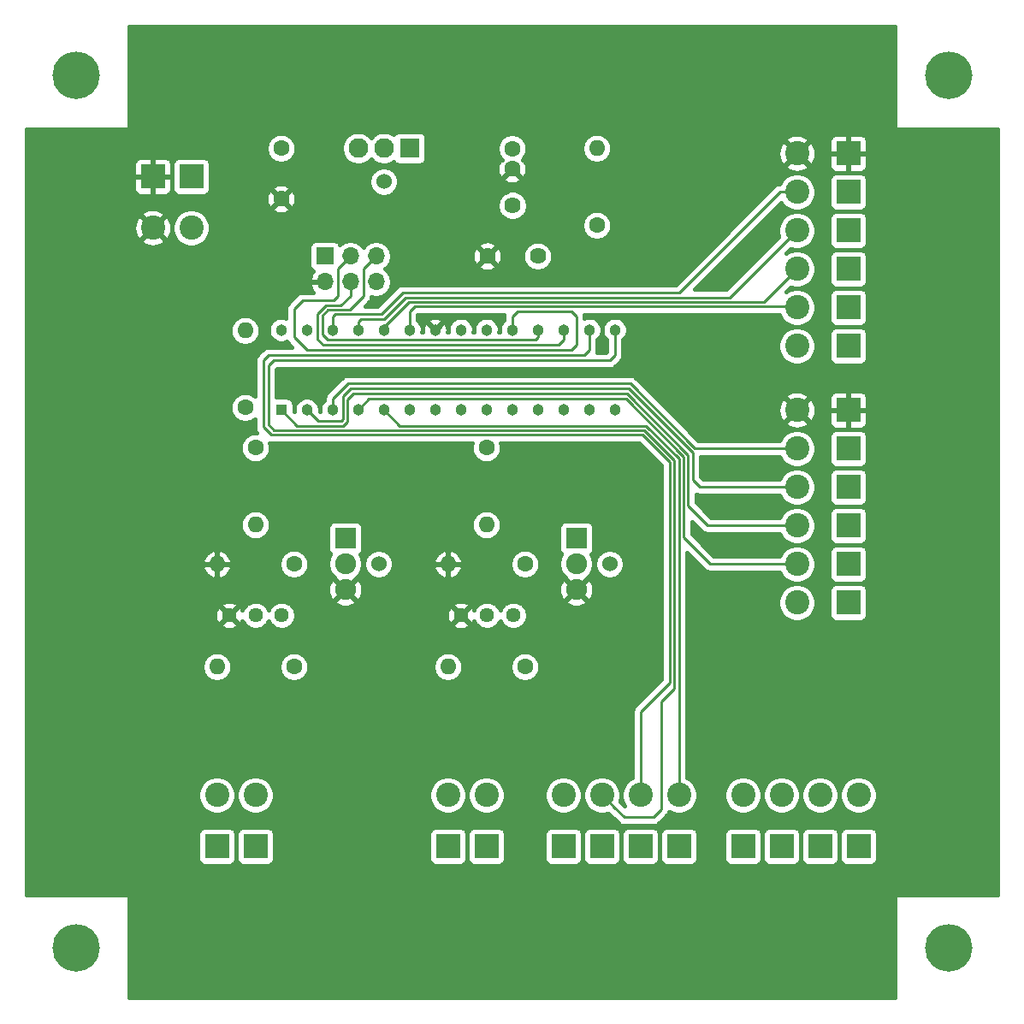
<source format=gbr>
%TF.GenerationSoftware,KiCad,Pcbnew,(5.1.10)-1*%
%TF.CreationDate,2021-12-22T13:08:42+01:00*%
%TF.ProjectId,Scheinwerfer_Dirk,53636865-696e-4776-9572-6665725f4469,V2.0*%
%TF.SameCoordinates,Original*%
%TF.FileFunction,Copper,L1,Top*%
%TF.FilePolarity,Positive*%
%FSLAX46Y46*%
G04 Gerber Fmt 4.6, Leading zero omitted, Abs format (unit mm)*
G04 Created by KiCad (PCBNEW (5.1.10)-1) date 2021-12-22 13:08:42*
%MOMM*%
%LPD*%
G01*
G04 APERTURE LIST*
%TA.AperFunction,ComponentPad*%
%ADD10C,3.100000*%
%TD*%
%TA.AperFunction,ConnectorPad*%
%ADD11C,4.700000*%
%TD*%
%TA.AperFunction,ComponentPad*%
%ADD12C,1.133000*%
%TD*%
%TA.AperFunction,ComponentPad*%
%ADD13R,1.133000X1.133000*%
%TD*%
%TA.AperFunction,ComponentPad*%
%ADD14O,1.700000X1.700000*%
%TD*%
%TA.AperFunction,ComponentPad*%
%ADD15R,1.700000X1.700000*%
%TD*%
%TA.AperFunction,ComponentPad*%
%ADD16C,1.440000*%
%TD*%
%TA.AperFunction,ComponentPad*%
%ADD17C,2.070000*%
%TD*%
%TA.AperFunction,ComponentPad*%
%ADD18R,2.070000X2.070000*%
%TD*%
%TA.AperFunction,ComponentPad*%
%ADD19O,1.600000X1.600000*%
%TD*%
%TA.AperFunction,ComponentPad*%
%ADD20C,1.600000*%
%TD*%
%TA.AperFunction,ComponentPad*%
%ADD21C,1.620000*%
%TD*%
%TA.AperFunction,WasherPad*%
%ADD22C,1.524000*%
%TD*%
%TA.AperFunction,ComponentPad*%
%ADD23C,1.935000*%
%TD*%
%TA.AperFunction,ComponentPad*%
%ADD24R,1.935000X1.935000*%
%TD*%
%TA.AperFunction,ComponentPad*%
%ADD25C,2.400000*%
%TD*%
%TA.AperFunction,ComponentPad*%
%ADD26R,2.400000X2.400000*%
%TD*%
%TA.AperFunction,ViaPad*%
%ADD27C,0.800000*%
%TD*%
%TA.AperFunction,Conductor*%
%ADD28C,0.254000*%
%TD*%
%TA.AperFunction,Conductor*%
%ADD29C,0.381000*%
%TD*%
%TA.AperFunction,Conductor*%
%ADD30C,0.100000*%
%TD*%
G04 APERTURE END LIST*
D10*
%TO.P,REF\u002A\u002A,1*%
%TO.N,N/C*%
X157470000Y-45646000D03*
D11*
X157470000Y-45646000D03*
%TD*%
%TO.P,REF\u002A\u002A,1*%
%TO.N,N/C*%
X157470000Y-132006000D03*
D10*
X157470000Y-132006000D03*
%TD*%
%TO.P,REF\u002A\u002A,1*%
%TO.N,N/C*%
X71110000Y-132006000D03*
D11*
X71110000Y-132006000D03*
%TD*%
%TO.P,REF\u002A\u002A,1*%
%TO.N,N/C*%
X71110000Y-45646000D03*
D10*
X71110000Y-45646000D03*
%TD*%
D12*
%TO.P,IC2,28*%
%TO.N,Net-(IC2-Pad28)*%
X91440000Y-70802000D03*
%TO.P,IC2,27*%
%TO.N,Net-(IC2-Pad27)*%
X93980000Y-70802000D03*
%TO.P,IC2,26*%
%TO.N,/Pot_Sys*%
X96520000Y-70802000D03*
%TO.P,IC2,25*%
%TO.N,/Pot_B*%
X99060000Y-70802000D03*
%TO.P,IC2,24*%
%TO.N,/Pot_G*%
X101600000Y-70802000D03*
%TO.P,IC2,23*%
%TO.N,/Pot_R*%
X104140000Y-70802000D03*
%TO.P,IC2,22*%
%TO.N,GND*%
X106680000Y-70802000D03*
%TO.P,IC2,21*%
%TO.N,+5V*%
X109220000Y-70802000D03*
%TO.P,IC2,20*%
X111760000Y-70802000D03*
%TO.P,IC2,19*%
%TO.N,/uC_SCK*%
X114300000Y-70802000D03*
%TO.P,IC2,18*%
%TO.N,/uC_MISO*%
X116840000Y-70802000D03*
%TO.P,IC2,17*%
%TO.N,/uC_MOSI*%
X119380000Y-70802000D03*
%TO.P,IC2,16*%
%TO.N,/PWM_G*%
X121920000Y-70802000D03*
%TO.P,IC2,15*%
%TO.N,/PWM_R*%
X124460000Y-70802000D03*
%TO.P,IC2,14*%
%TO.N,Net-(IC2-Pad14)*%
X124460000Y-78740000D03*
%TO.P,IC2,13*%
%TO.N,Net-(IC2-Pad13)*%
X121920000Y-78740000D03*
%TO.P,IC2,12*%
%TO.N,/PWM_1*%
X119380000Y-78740000D03*
%TO.P,IC2,11*%
%TO.N,/PWM_2*%
X116840000Y-78740000D03*
%TO.P,IC2,10*%
%TO.N,Net-(IC2-Pad10)*%
X114300000Y-78740000D03*
%TO.P,IC2,9*%
%TO.N,Net-(IC2-Pad9)*%
X111760000Y-78740000D03*
%TO.P,IC2,8*%
%TO.N,GND*%
X109220000Y-78740000D03*
%TO.P,IC2,7*%
%TO.N,+5V*%
X106680000Y-78740000D03*
%TO.P,IC2,6*%
%TO.N,Net-(IC2-Pad6)*%
X104140000Y-78740000D03*
%TO.P,IC2,5*%
%TO.N,/PWM_B*%
X101600000Y-78740000D03*
%TO.P,IC2,4*%
%TO.N,/SW_Mode*%
X99060000Y-78740000D03*
%TO.P,IC2,3*%
%TO.N,/LED_2*%
X96520000Y-78740000D03*
%TO.P,IC2,2*%
%TO.N,/LED_1*%
X93980000Y-78740000D03*
D13*
%TO.P,IC2,1*%
%TO.N,/uC_RESET*%
X91440000Y-78740000D03*
%TD*%
D14*
%TO.P,CON8,6*%
%TO.N,GND*%
X95758000Y-66040000D03*
%TO.P,CON8,5*%
%TO.N,/uC_MOSI*%
X98298000Y-66040000D03*
%TO.P,CON8,4*%
%TO.N,+5V*%
X100838000Y-66040000D03*
%TO.P,CON8,3*%
%TO.N,/uC_MISO*%
X100838000Y-63500000D03*
%TO.P,CON8,2*%
%TO.N,/uC_SCK*%
X98298000Y-63500000D03*
D15*
%TO.P,CON8,1*%
%TO.N,/uC_RESET*%
X95758000Y-63500000D03*
%TD*%
D16*
%TO.P,T4,3*%
%TO.N,GND*%
X109220000Y-99060000D03*
%TO.P,T4,2*%
%TO.N,Net-(R5-Pad2)*%
X111820000Y-99060000D03*
%TO.P,T4,1*%
%TO.N,Net-(D2-Pad1)*%
X114420000Y-99060000D03*
%TD*%
D17*
%TO.P,T3,3*%
%TO.N,GND*%
X120650000Y-96520000D03*
%TO.P,T3,2*%
%TO.N,Net-(CON7_2-Pad1)*%
X120650000Y-93980000D03*
D18*
%TO.P,T3,1*%
%TO.N,Net-(D2-Pad1)*%
X120650000Y-91440000D03*
%TD*%
D16*
%TO.P,T2,3*%
%TO.N,GND*%
X86300000Y-99060000D03*
%TO.P,T2,2*%
%TO.N,Net-(R3-Pad2)*%
X88900000Y-99060000D03*
%TO.P,T2,1*%
%TO.N,Net-(D1-Pad1)*%
X91500000Y-99060000D03*
%TD*%
D17*
%TO.P,T1,3*%
%TO.N,GND*%
X97790000Y-96520000D03*
%TO.P,T1,2*%
%TO.N,Net-(CON6_2-Pad1)*%
X97790000Y-93980000D03*
D18*
%TO.P,T1,1*%
%TO.N,Net-(D1-Pad1)*%
X97790000Y-91440000D03*
%TD*%
D19*
%TO.P,R7,2*%
%TO.N,+5V*%
X87874000Y-70866000D03*
D20*
%TO.P,R7,1*%
%TO.N,/uC_RESET*%
X87874000Y-78486000D03*
%TD*%
D19*
%TO.P,R6,2*%
%TO.N,+24V*%
X107950000Y-104140000D03*
D20*
%TO.P,R6,1*%
%TO.N,Net-(D2-Pad1)*%
X115570000Y-104140000D03*
%TD*%
D19*
%TO.P,R5,2*%
%TO.N,Net-(R5-Pad2)*%
X111750000Y-90096000D03*
D20*
%TO.P,R5,1*%
%TO.N,/PWM_2*%
X111750000Y-82476000D03*
%TD*%
D19*
%TO.P,R4,2*%
%TO.N,+24V*%
X85090000Y-104140000D03*
D20*
%TO.P,R4,1*%
%TO.N,Net-(D1-Pad1)*%
X92710000Y-104140000D03*
%TD*%
D19*
%TO.P,R3,2*%
%TO.N,Net-(R3-Pad2)*%
X88890000Y-90096000D03*
D20*
%TO.P,R3,1*%
%TO.N,/PWM_1*%
X88890000Y-82476000D03*
%TD*%
D21*
%TO.P,R2,1*%
%TO.N,Net-(R2-Pad1)*%
X116840000Y-63500000D03*
%TO.P,R2,2*%
%TO.N,Net-(IC1-Pad1)*%
X114340000Y-58500000D03*
%TO.P,R2,3*%
%TO.N,GND*%
X111840000Y-63500000D03*
%TD*%
D19*
%TO.P,R1,2*%
%TO.N,+5V*%
X122682000Y-52832000D03*
D20*
%TO.P,R1,1*%
%TO.N,Net-(IC1-Pad1)*%
X122682000Y-60452000D03*
%TD*%
D22*
%TO.P,KK3,*%
%TO.N,*%
X101600000Y-56134000D03*
%TD*%
%TO.P,KK2,*%
%TO.N,*%
X123952000Y-93980000D03*
%TD*%
%TO.P,KK1,*%
%TO.N,*%
X101092000Y-93980000D03*
%TD*%
D23*
%TO.P,IC1,3*%
%TO.N,+24V*%
X99060000Y-52832000D03*
%TO.P,IC1,2*%
%TO.N,+5V*%
X101600000Y-52832000D03*
D24*
%TO.P,IC1,1*%
%TO.N,Net-(IC1-Pad1)*%
X104140000Y-52832000D03*
%TD*%
D19*
%TO.P,D2,2*%
%TO.N,GND*%
X107950000Y-93980000D03*
D20*
%TO.P,D2,1*%
%TO.N,Net-(D2-Pad1)*%
X115570000Y-93980000D03*
%TD*%
D19*
%TO.P,D1,2*%
%TO.N,GND*%
X85090000Y-93980000D03*
D20*
%TO.P,D1,1*%
%TO.N,Net-(D1-Pad1)*%
X92710000Y-93980000D03*
%TD*%
D25*
%TO.P,CON7_2,2*%
%TO.N,Net-(CON7_2-Pad1)*%
X111760000Y-116840000D03*
D26*
%TO.P,CON7_2,1*%
X111760000Y-121920000D03*
%TD*%
D25*
%TO.P,CON7_1,2*%
%TO.N,+24V*%
X107950000Y-116840000D03*
D26*
%TO.P,CON7_1,1*%
X107950000Y-121920000D03*
%TD*%
D25*
%TO.P,CON6_2,2*%
%TO.N,Net-(CON6_2-Pad1)*%
X88900000Y-116840000D03*
D26*
%TO.P,CON6_2,1*%
X88900000Y-121920000D03*
%TD*%
D25*
%TO.P,CON6_1,2*%
%TO.N,+24V*%
X85090000Y-116840000D03*
D26*
%TO.P,CON6_1,1*%
X85090000Y-121920000D03*
%TD*%
D25*
%TO.P,CON5_4,2*%
%TO.N,/PWM_B*%
X148590000Y-116840000D03*
D26*
%TO.P,CON5_4,1*%
X148590000Y-121920000D03*
%TD*%
D25*
%TO.P,CON5_3,2*%
%TO.N,/PWM_G*%
X144780000Y-116840000D03*
D26*
%TO.P,CON5_3,1*%
X144780000Y-121920000D03*
%TD*%
D25*
%TO.P,CON5_2,2*%
%TO.N,/PWM_R*%
X140970000Y-116840000D03*
D26*
%TO.P,CON5_2,1*%
X140970000Y-121920000D03*
%TD*%
D25*
%TO.P,CON5_1,2*%
%TO.N,+5V*%
X137160000Y-116840000D03*
D26*
%TO.P,CON5_1,1*%
X137160000Y-121920000D03*
%TD*%
D25*
%TO.P,CON4_4,2*%
%TO.N,/PWM_B*%
X130810000Y-116840000D03*
D26*
%TO.P,CON4_4,1*%
X130810000Y-121920000D03*
%TD*%
D25*
%TO.P,CON4_3,2*%
%TO.N,/PWM_G*%
X127000000Y-116840000D03*
D26*
%TO.P,CON4_3,1*%
X127000000Y-121920000D03*
%TD*%
D25*
%TO.P,CON4_2,2*%
%TO.N,/PWM_R*%
X123190000Y-116840000D03*
D26*
%TO.P,CON4_2,1*%
X123190000Y-121920000D03*
%TD*%
D25*
%TO.P,CON4_1,2*%
%TO.N,+5V*%
X119380000Y-116840000D03*
D26*
%TO.P,CON4_1,1*%
X119380000Y-121920000D03*
%TD*%
D25*
%TO.P,CON3_6,2*%
%TO.N,GND*%
X142494000Y-53340000D03*
D26*
%TO.P,CON3_6,1*%
X147574000Y-53340000D03*
%TD*%
D25*
%TO.P,CON3_5,2*%
%TO.N,/Pot_Sys*%
X142494000Y-57150000D03*
D26*
%TO.P,CON3_5,1*%
X147574000Y-57150000D03*
%TD*%
D25*
%TO.P,CON3_4,2*%
%TO.N,/Pot_B*%
X142494000Y-60960000D03*
D26*
%TO.P,CON3_4,1*%
X147574000Y-60960000D03*
%TD*%
D25*
%TO.P,CON3_3,2*%
%TO.N,/Pot_G*%
X142494000Y-64770000D03*
D26*
%TO.P,CON3_3,1*%
X147574000Y-64770000D03*
%TD*%
D25*
%TO.P,CON3_2,2*%
%TO.N,/Pot_R*%
X142494000Y-68580000D03*
D26*
%TO.P,CON3_2,1*%
X147574000Y-68580000D03*
%TD*%
D25*
%TO.P,CON3_1,2*%
%TO.N,+5V*%
X142494000Y-72390000D03*
D26*
%TO.P,CON3_1,1*%
X147574000Y-72390000D03*
%TD*%
D25*
%TO.P,CON2_6,2*%
%TO.N,GND*%
X142494000Y-78740000D03*
D26*
%TO.P,CON2_6,1*%
X147574000Y-78740000D03*
%TD*%
D25*
%TO.P,CON2_5,2*%
%TO.N,/LED_2*%
X142494000Y-82550000D03*
D26*
%TO.P,CON2_5,1*%
X147574000Y-82550000D03*
%TD*%
D25*
%TO.P,CON2_4,2*%
%TO.N,/LED_1*%
X142494000Y-86360000D03*
D26*
%TO.P,CON2_4,1*%
X147574000Y-86360000D03*
%TD*%
D25*
%TO.P,CON2_3,2*%
%TO.N,/uC_RESET*%
X142494000Y-90170000D03*
D26*
%TO.P,CON2_3,1*%
X147574000Y-90170000D03*
%TD*%
D25*
%TO.P,CON2_2,2*%
%TO.N,/SW_Mode*%
X142494000Y-93980000D03*
D26*
%TO.P,CON2_2,1*%
X147574000Y-93980000D03*
%TD*%
D25*
%TO.P,CON2_1,2*%
%TO.N,+5V*%
X142494000Y-97790000D03*
D26*
%TO.P,CON2_1,1*%
X147574000Y-97790000D03*
%TD*%
D25*
%TO.P,CON1_2,2*%
%TO.N,GND*%
X78740000Y-60706000D03*
D26*
%TO.P,CON1_2,1*%
X78740000Y-55626000D03*
%TD*%
D25*
%TO.P,CON1_1,2*%
%TO.N,+24V*%
X82550000Y-60706000D03*
D26*
%TO.P,CON1_1,1*%
X82550000Y-55626000D03*
%TD*%
D20*
%TO.P,C2,2*%
%TO.N,GND*%
X114300000Y-54864000D03*
%TO.P,C2,1*%
%TO.N,+5V*%
X114300000Y-52864000D03*
%TD*%
%TO.P,C1,2*%
%TO.N,GND*%
X91440000Y-57832000D03*
%TO.P,C1,1*%
%TO.N,+24V*%
X91440000Y-52832000D03*
%TD*%
D27*
%TO.N,GND*%
X76190000Y-101526000D03*
X76190000Y-121846000D03*
X81270000Y-126926000D03*
X76190000Y-76126000D03*
X101590000Y-126926000D03*
X101590000Y-104066000D03*
X124450000Y-104066000D03*
X91430000Y-76126000D03*
X91430000Y-48186000D03*
X119370000Y-50726000D03*
X132070000Y-55806000D03*
X149850000Y-48186000D03*
X129530000Y-71046000D03*
X134610000Y-104066000D03*
X152390000Y-104066000D03*
X152390000Y-121846000D03*
X147310000Y-126926000D03*
X121910000Y-83746000D03*
X106670000Y-63426000D03*
X91356000Y-66040000D03*
X106670000Y-65966000D03*
X88890000Y-58346000D03*
X154930000Y-76126000D03*
X94478000Y-88826000D03*
X106670000Y-86286000D03*
%TD*%
D28*
%TO.N,/uC_MOSI*%
X118862000Y-72316000D02*
X119380000Y-71798000D01*
X95039990Y-71742057D02*
X95613933Y-72316000D01*
X95039990Y-69214010D02*
X95039990Y-71742057D01*
X95613933Y-72316000D02*
X118862000Y-72316000D01*
X95894020Y-68359980D02*
X95039990Y-69214010D01*
X97350987Y-68359980D02*
X95894020Y-68359980D01*
X119380000Y-71798000D02*
X119380000Y-70802000D01*
X98298000Y-67412967D02*
X97350987Y-68359980D01*
X98298000Y-66040000D02*
X98298000Y-67412967D01*
%TO.N,/uC_MISO*%
X116576000Y-71808000D02*
X116840000Y-71544000D01*
X96002000Y-71808000D02*
X116576000Y-71808000D01*
X95494001Y-71300001D02*
X96002000Y-71808000D01*
X95494001Y-69402067D02*
X95494001Y-71300001D01*
X96082078Y-68813990D02*
X95494001Y-69402067D01*
X98234010Y-68813990D02*
X96082078Y-68813990D01*
X99558000Y-67490000D02*
X98234010Y-68813990D01*
X99558000Y-64780000D02*
X99558000Y-67490000D01*
X116840000Y-71544000D02*
X116840000Y-70802000D01*
X100838000Y-63500000D02*
X99558000Y-64780000D01*
%TO.N,/uC_SCK*%
X114300000Y-69512000D02*
X114300000Y-70802000D01*
X98298000Y-63500000D02*
X97018000Y-64780000D01*
X97018000Y-64780000D02*
X97018000Y-67490000D01*
X97018000Y-67490000D02*
X96602030Y-67905970D01*
X120640000Y-72316000D02*
X120640000Y-69522000D01*
X96602030Y-67905970D02*
X93554030Y-67905970D01*
X120132000Y-72824000D02*
X120640000Y-72316000D01*
X120132000Y-69014000D02*
X114798000Y-69014000D01*
X93554030Y-67905970D02*
X92700000Y-68760000D01*
X92700000Y-68760000D02*
X92700000Y-71554000D01*
X92700000Y-71554000D02*
X93970000Y-72824000D01*
X93970000Y-72824000D02*
X120132000Y-72824000D01*
X120640000Y-69522000D02*
X120132000Y-69014000D01*
X114798000Y-69014000D02*
X114300000Y-69512000D01*
%TO.N,/uC_RESET*%
X133668000Y-90170000D02*
X142494000Y-90170000D01*
X125705864Y-77142000D02*
X131718020Y-83154158D01*
X131718020Y-83154158D02*
X131718020Y-88220020D01*
X98542000Y-77142000D02*
X125705864Y-77142000D01*
X97980010Y-77703990D02*
X98542000Y-77142000D01*
X97980009Y-79870058D02*
X97980010Y-77703990D01*
X92997978Y-80297978D02*
X97552089Y-80297978D01*
X131718020Y-88220020D02*
X133668000Y-90170000D01*
X97552089Y-80297978D02*
X97980009Y-79870058D01*
X91440000Y-78740000D02*
X92997978Y-80297978D01*
%TO.N,/SW_Mode*%
X131264010Y-91322010D02*
X133922000Y-93980000D01*
X133922000Y-93980000D02*
X142494000Y-93980000D01*
X131264010Y-83342215D02*
X131264010Y-91322010D01*
X125571796Y-77650000D02*
X131264010Y-83342215D01*
X100150000Y-77650000D02*
X125571796Y-77650000D01*
X99060000Y-78740000D02*
X100150000Y-77650000D01*
%TO.N,/LED_1*%
X132906000Y-86360000D02*
X142494000Y-86360000D01*
X132172030Y-85626030D02*
X132906000Y-86360000D01*
X132172030Y-82966098D02*
X132172030Y-85626030D01*
X125839932Y-76634000D02*
X132172030Y-82966098D01*
X98288000Y-76634000D02*
X125839932Y-76634000D01*
X97526000Y-77396000D02*
X98288000Y-76634000D01*
X97364032Y-79843967D02*
X97525999Y-79682000D01*
X97525999Y-79682000D02*
X97526000Y-77396000D01*
X95083967Y-79843967D02*
X97364032Y-79843967D01*
X93980000Y-78740000D02*
X95083967Y-79843967D01*
%TO.N,/LED_2*%
X96520000Y-77640000D02*
X96520000Y-78740000D01*
X98034000Y-76126000D02*
X96520000Y-77640000D01*
X125974000Y-76126000D02*
X98034000Y-76126000D01*
X142494000Y-82550000D02*
X132398000Y-82550000D01*
X132398000Y-82550000D02*
X125974000Y-76126000D01*
%TO.N,/Pot_R*%
X142420000Y-68506000D02*
X142494000Y-68580000D01*
X104638000Y-68506000D02*
X142420000Y-68506000D01*
X104140000Y-69004000D02*
X104638000Y-68506000D01*
X104140000Y-70802000D02*
X104140000Y-69004000D01*
%TO.N,/Pot_G*%
X141294001Y-65969999D02*
X142494000Y-64770000D01*
X139212012Y-68051988D02*
X141294001Y-65969999D01*
X104076012Y-68051988D02*
X139212012Y-68051988D01*
X101600000Y-70528000D02*
X104076012Y-68051988D01*
X101600000Y-70802000D02*
X101600000Y-70528000D01*
%TO.N,/Pot_B*%
X99060000Y-70020000D02*
X99060000Y-70802000D01*
X99357989Y-69722011D02*
X99060000Y-70020000D01*
X101643989Y-69722011D02*
X99357989Y-69722011D01*
X103768022Y-67597978D02*
X101643989Y-69722011D01*
X135856022Y-67597978D02*
X103768022Y-67597978D01*
X142494000Y-60960000D02*
X135856022Y-67597978D01*
%TO.N,/Pot_Sys*%
X96510000Y-70792000D02*
X96520000Y-70802000D01*
X96510000Y-69522000D02*
X96510000Y-70792000D01*
X96764000Y-69268000D02*
X96510000Y-69522000D01*
X101336000Y-69268000D02*
X96764000Y-69268000D01*
X103460032Y-67143968D02*
X101336000Y-69268000D01*
X130802976Y-67143968D02*
X103460032Y-67143968D01*
X140796944Y-57150000D02*
X130802976Y-67143968D01*
X142494000Y-57150000D02*
X140796944Y-57150000D01*
%TO.N,/PWM_R*%
X124460000Y-73322000D02*
X123942000Y-73840000D01*
X90160000Y-80190000D02*
X90721989Y-80751989D01*
X90721989Y-80751989D02*
X127389650Y-80751990D01*
X127389650Y-80751990D02*
X130355989Y-83718329D01*
X124460000Y-70802000D02*
X124460000Y-73322000D01*
X124389999Y-118039999D02*
X123190000Y-116840000D01*
X130355989Y-106288011D02*
X129022000Y-107622000D01*
X129022000Y-118290000D02*
X128260000Y-119052000D01*
X123942000Y-73840000D02*
X90668000Y-73840000D01*
X128260000Y-119052000D02*
X125402000Y-119052000D01*
X90668000Y-73840000D02*
X90160000Y-74348000D01*
X90160000Y-74348000D02*
X90160000Y-80190000D01*
X129022000Y-107622000D02*
X129022000Y-118290000D01*
X125402000Y-119052000D02*
X124389999Y-118039999D01*
X130355989Y-83718329D02*
X130355989Y-106288011D01*
%TO.N,/PWM_G*%
X127000000Y-115142944D02*
X127000000Y-116840000D01*
X127201592Y-81206000D02*
X129901978Y-83906386D01*
X89652000Y-73840000D02*
X89652000Y-80444000D01*
X129901978Y-105726022D02*
X127000000Y-108628000D01*
X129901978Y-83906386D02*
X129901978Y-105726022D01*
X127000000Y-108628000D02*
X127000000Y-115142944D01*
X90414000Y-81206000D02*
X127201592Y-81206000D01*
X121402000Y-73332000D02*
X90160000Y-73332000D01*
X89652000Y-80444000D02*
X90414000Y-81206000D01*
X90160000Y-73332000D02*
X89652000Y-73840000D01*
X121920000Y-72814000D02*
X121402000Y-73332000D01*
X121920000Y-70802000D02*
X121920000Y-72814000D01*
%TO.N,/PWM_B*%
X130810000Y-112204000D02*
X130800000Y-112194000D01*
X130810000Y-116840000D02*
X130810000Y-112204000D01*
X130810000Y-94296020D02*
X130810000Y-112204000D01*
X127577708Y-80297980D02*
X130810000Y-83530272D01*
X103157979Y-80297979D02*
X127577708Y-80297980D01*
X130810000Y-83530272D02*
X130810000Y-94296020D01*
X101600000Y-78740000D02*
X103157979Y-80297979D01*
%TD*%
D29*
%TO.N,GND*%
X152199500Y-50726000D02*
X152203160Y-50763165D01*
X152214001Y-50798901D01*
X152231605Y-50831836D01*
X152255296Y-50860704D01*
X152284164Y-50884395D01*
X152317099Y-50901999D01*
X152352835Y-50912840D01*
X152390000Y-50916500D01*
X162359500Y-50916500D01*
X162359500Y-126735500D01*
X152390000Y-126735500D01*
X152352835Y-126739160D01*
X152317099Y-126750001D01*
X152284164Y-126767605D01*
X152255296Y-126791296D01*
X152231605Y-126820164D01*
X152214001Y-126853099D01*
X152203160Y-126888835D01*
X152199500Y-126926000D01*
X152199500Y-136895500D01*
X76380500Y-136895500D01*
X76380500Y-126926000D01*
X76376840Y-126888835D01*
X76365999Y-126853099D01*
X76348395Y-126820164D01*
X76324704Y-126791296D01*
X76295836Y-126767605D01*
X76262901Y-126750001D01*
X76227165Y-126739160D01*
X76190000Y-126735500D01*
X66220500Y-126735500D01*
X66220500Y-120720000D01*
X83188121Y-120720000D01*
X83188121Y-123120000D01*
X83201607Y-123256930D01*
X83241548Y-123388597D01*
X83306409Y-123509943D01*
X83393697Y-123616303D01*
X83500057Y-123703591D01*
X83621403Y-123768452D01*
X83753070Y-123808393D01*
X83890000Y-123821879D01*
X86290000Y-123821879D01*
X86426930Y-123808393D01*
X86558597Y-123768452D01*
X86679943Y-123703591D01*
X86786303Y-123616303D01*
X86873591Y-123509943D01*
X86938452Y-123388597D01*
X86978393Y-123256930D01*
X86991879Y-123120000D01*
X86991879Y-120720000D01*
X86998121Y-120720000D01*
X86998121Y-123120000D01*
X87011607Y-123256930D01*
X87051548Y-123388597D01*
X87116409Y-123509943D01*
X87203697Y-123616303D01*
X87310057Y-123703591D01*
X87431403Y-123768452D01*
X87563070Y-123808393D01*
X87700000Y-123821879D01*
X90100000Y-123821879D01*
X90236930Y-123808393D01*
X90368597Y-123768452D01*
X90489943Y-123703591D01*
X90596303Y-123616303D01*
X90683591Y-123509943D01*
X90748452Y-123388597D01*
X90788393Y-123256930D01*
X90801879Y-123120000D01*
X90801879Y-120720000D01*
X106048121Y-120720000D01*
X106048121Y-123120000D01*
X106061607Y-123256930D01*
X106101548Y-123388597D01*
X106166409Y-123509943D01*
X106253697Y-123616303D01*
X106360057Y-123703591D01*
X106481403Y-123768452D01*
X106613070Y-123808393D01*
X106750000Y-123821879D01*
X109150000Y-123821879D01*
X109286930Y-123808393D01*
X109418597Y-123768452D01*
X109539943Y-123703591D01*
X109646303Y-123616303D01*
X109733591Y-123509943D01*
X109798452Y-123388597D01*
X109838393Y-123256930D01*
X109851879Y-123120000D01*
X109851879Y-120720000D01*
X109858121Y-120720000D01*
X109858121Y-123120000D01*
X109871607Y-123256930D01*
X109911548Y-123388597D01*
X109976409Y-123509943D01*
X110063697Y-123616303D01*
X110170057Y-123703591D01*
X110291403Y-123768452D01*
X110423070Y-123808393D01*
X110560000Y-123821879D01*
X112960000Y-123821879D01*
X113096930Y-123808393D01*
X113228597Y-123768452D01*
X113349943Y-123703591D01*
X113456303Y-123616303D01*
X113543591Y-123509943D01*
X113608452Y-123388597D01*
X113648393Y-123256930D01*
X113661879Y-123120000D01*
X113661879Y-120720000D01*
X117478121Y-120720000D01*
X117478121Y-123120000D01*
X117491607Y-123256930D01*
X117531548Y-123388597D01*
X117596409Y-123509943D01*
X117683697Y-123616303D01*
X117790057Y-123703591D01*
X117911403Y-123768452D01*
X118043070Y-123808393D01*
X118180000Y-123821879D01*
X120580000Y-123821879D01*
X120716930Y-123808393D01*
X120848597Y-123768452D01*
X120969943Y-123703591D01*
X121076303Y-123616303D01*
X121163591Y-123509943D01*
X121228452Y-123388597D01*
X121268393Y-123256930D01*
X121281879Y-123120000D01*
X121281879Y-120720000D01*
X121288121Y-120720000D01*
X121288121Y-123120000D01*
X121301607Y-123256930D01*
X121341548Y-123388597D01*
X121406409Y-123509943D01*
X121493697Y-123616303D01*
X121600057Y-123703591D01*
X121721403Y-123768452D01*
X121853070Y-123808393D01*
X121990000Y-123821879D01*
X124390000Y-123821879D01*
X124526930Y-123808393D01*
X124658597Y-123768452D01*
X124779943Y-123703591D01*
X124886303Y-123616303D01*
X124973591Y-123509943D01*
X125038452Y-123388597D01*
X125078393Y-123256930D01*
X125091879Y-123120000D01*
X125091879Y-120720000D01*
X125098121Y-120720000D01*
X125098121Y-123120000D01*
X125111607Y-123256930D01*
X125151548Y-123388597D01*
X125216409Y-123509943D01*
X125303697Y-123616303D01*
X125410057Y-123703591D01*
X125531403Y-123768452D01*
X125663070Y-123808393D01*
X125800000Y-123821879D01*
X128200000Y-123821879D01*
X128336930Y-123808393D01*
X128468597Y-123768452D01*
X128589943Y-123703591D01*
X128696303Y-123616303D01*
X128783591Y-123509943D01*
X128848452Y-123388597D01*
X128888393Y-123256930D01*
X128901879Y-123120000D01*
X128901879Y-120720000D01*
X128908121Y-120720000D01*
X128908121Y-123120000D01*
X128921607Y-123256930D01*
X128961548Y-123388597D01*
X129026409Y-123509943D01*
X129113697Y-123616303D01*
X129220057Y-123703591D01*
X129341403Y-123768452D01*
X129473070Y-123808393D01*
X129610000Y-123821879D01*
X132010000Y-123821879D01*
X132146930Y-123808393D01*
X132278597Y-123768452D01*
X132399943Y-123703591D01*
X132506303Y-123616303D01*
X132593591Y-123509943D01*
X132658452Y-123388597D01*
X132698393Y-123256930D01*
X132711879Y-123120000D01*
X132711879Y-120720000D01*
X135258121Y-120720000D01*
X135258121Y-123120000D01*
X135271607Y-123256930D01*
X135311548Y-123388597D01*
X135376409Y-123509943D01*
X135463697Y-123616303D01*
X135570057Y-123703591D01*
X135691403Y-123768452D01*
X135823070Y-123808393D01*
X135960000Y-123821879D01*
X138360000Y-123821879D01*
X138496930Y-123808393D01*
X138628597Y-123768452D01*
X138749943Y-123703591D01*
X138856303Y-123616303D01*
X138943591Y-123509943D01*
X139008452Y-123388597D01*
X139048393Y-123256930D01*
X139061879Y-123120000D01*
X139061879Y-120720000D01*
X139068121Y-120720000D01*
X139068121Y-123120000D01*
X139081607Y-123256930D01*
X139121548Y-123388597D01*
X139186409Y-123509943D01*
X139273697Y-123616303D01*
X139380057Y-123703591D01*
X139501403Y-123768452D01*
X139633070Y-123808393D01*
X139770000Y-123821879D01*
X142170000Y-123821879D01*
X142306930Y-123808393D01*
X142438597Y-123768452D01*
X142559943Y-123703591D01*
X142666303Y-123616303D01*
X142753591Y-123509943D01*
X142818452Y-123388597D01*
X142858393Y-123256930D01*
X142871879Y-123120000D01*
X142871879Y-120720000D01*
X142878121Y-120720000D01*
X142878121Y-123120000D01*
X142891607Y-123256930D01*
X142931548Y-123388597D01*
X142996409Y-123509943D01*
X143083697Y-123616303D01*
X143190057Y-123703591D01*
X143311403Y-123768452D01*
X143443070Y-123808393D01*
X143580000Y-123821879D01*
X145980000Y-123821879D01*
X146116930Y-123808393D01*
X146248597Y-123768452D01*
X146369943Y-123703591D01*
X146476303Y-123616303D01*
X146563591Y-123509943D01*
X146628452Y-123388597D01*
X146668393Y-123256930D01*
X146681879Y-123120000D01*
X146681879Y-120720000D01*
X146688121Y-120720000D01*
X146688121Y-123120000D01*
X146701607Y-123256930D01*
X146741548Y-123388597D01*
X146806409Y-123509943D01*
X146893697Y-123616303D01*
X147000057Y-123703591D01*
X147121403Y-123768452D01*
X147253070Y-123808393D01*
X147390000Y-123821879D01*
X149790000Y-123821879D01*
X149926930Y-123808393D01*
X150058597Y-123768452D01*
X150179943Y-123703591D01*
X150286303Y-123616303D01*
X150373591Y-123509943D01*
X150438452Y-123388597D01*
X150478393Y-123256930D01*
X150491879Y-123120000D01*
X150491879Y-120720000D01*
X150478393Y-120583070D01*
X150438452Y-120451403D01*
X150373591Y-120330057D01*
X150286303Y-120223697D01*
X150179943Y-120136409D01*
X150058597Y-120071548D01*
X149926930Y-120031607D01*
X149790000Y-120018121D01*
X147390000Y-120018121D01*
X147253070Y-120031607D01*
X147121403Y-120071548D01*
X147000057Y-120136409D01*
X146893697Y-120223697D01*
X146806409Y-120330057D01*
X146741548Y-120451403D01*
X146701607Y-120583070D01*
X146688121Y-120720000D01*
X146681879Y-120720000D01*
X146668393Y-120583070D01*
X146628452Y-120451403D01*
X146563591Y-120330057D01*
X146476303Y-120223697D01*
X146369943Y-120136409D01*
X146248597Y-120071548D01*
X146116930Y-120031607D01*
X145980000Y-120018121D01*
X143580000Y-120018121D01*
X143443070Y-120031607D01*
X143311403Y-120071548D01*
X143190057Y-120136409D01*
X143083697Y-120223697D01*
X142996409Y-120330057D01*
X142931548Y-120451403D01*
X142891607Y-120583070D01*
X142878121Y-120720000D01*
X142871879Y-120720000D01*
X142858393Y-120583070D01*
X142818452Y-120451403D01*
X142753591Y-120330057D01*
X142666303Y-120223697D01*
X142559943Y-120136409D01*
X142438597Y-120071548D01*
X142306930Y-120031607D01*
X142170000Y-120018121D01*
X139770000Y-120018121D01*
X139633070Y-120031607D01*
X139501403Y-120071548D01*
X139380057Y-120136409D01*
X139273697Y-120223697D01*
X139186409Y-120330057D01*
X139121548Y-120451403D01*
X139081607Y-120583070D01*
X139068121Y-120720000D01*
X139061879Y-120720000D01*
X139048393Y-120583070D01*
X139008452Y-120451403D01*
X138943591Y-120330057D01*
X138856303Y-120223697D01*
X138749943Y-120136409D01*
X138628597Y-120071548D01*
X138496930Y-120031607D01*
X138360000Y-120018121D01*
X135960000Y-120018121D01*
X135823070Y-120031607D01*
X135691403Y-120071548D01*
X135570057Y-120136409D01*
X135463697Y-120223697D01*
X135376409Y-120330057D01*
X135311548Y-120451403D01*
X135271607Y-120583070D01*
X135258121Y-120720000D01*
X132711879Y-120720000D01*
X132698393Y-120583070D01*
X132658452Y-120451403D01*
X132593591Y-120330057D01*
X132506303Y-120223697D01*
X132399943Y-120136409D01*
X132278597Y-120071548D01*
X132146930Y-120031607D01*
X132010000Y-120018121D01*
X129610000Y-120018121D01*
X129473070Y-120031607D01*
X129341403Y-120071548D01*
X129220057Y-120136409D01*
X129113697Y-120223697D01*
X129026409Y-120330057D01*
X128961548Y-120451403D01*
X128921607Y-120583070D01*
X128908121Y-120720000D01*
X128901879Y-120720000D01*
X128888393Y-120583070D01*
X128848452Y-120451403D01*
X128783591Y-120330057D01*
X128696303Y-120223697D01*
X128589943Y-120136409D01*
X128468597Y-120071548D01*
X128336930Y-120031607D01*
X128200000Y-120018121D01*
X125800000Y-120018121D01*
X125663070Y-120031607D01*
X125531403Y-120071548D01*
X125410057Y-120136409D01*
X125303697Y-120223697D01*
X125216409Y-120330057D01*
X125151548Y-120451403D01*
X125111607Y-120583070D01*
X125098121Y-120720000D01*
X125091879Y-120720000D01*
X125078393Y-120583070D01*
X125038452Y-120451403D01*
X124973591Y-120330057D01*
X124886303Y-120223697D01*
X124779943Y-120136409D01*
X124658597Y-120071548D01*
X124526930Y-120031607D01*
X124390000Y-120018121D01*
X121990000Y-120018121D01*
X121853070Y-120031607D01*
X121721403Y-120071548D01*
X121600057Y-120136409D01*
X121493697Y-120223697D01*
X121406409Y-120330057D01*
X121341548Y-120451403D01*
X121301607Y-120583070D01*
X121288121Y-120720000D01*
X121281879Y-120720000D01*
X121268393Y-120583070D01*
X121228452Y-120451403D01*
X121163591Y-120330057D01*
X121076303Y-120223697D01*
X120969943Y-120136409D01*
X120848597Y-120071548D01*
X120716930Y-120031607D01*
X120580000Y-120018121D01*
X118180000Y-120018121D01*
X118043070Y-120031607D01*
X117911403Y-120071548D01*
X117790057Y-120136409D01*
X117683697Y-120223697D01*
X117596409Y-120330057D01*
X117531548Y-120451403D01*
X117491607Y-120583070D01*
X117478121Y-120720000D01*
X113661879Y-120720000D01*
X113648393Y-120583070D01*
X113608452Y-120451403D01*
X113543591Y-120330057D01*
X113456303Y-120223697D01*
X113349943Y-120136409D01*
X113228597Y-120071548D01*
X113096930Y-120031607D01*
X112960000Y-120018121D01*
X110560000Y-120018121D01*
X110423070Y-120031607D01*
X110291403Y-120071548D01*
X110170057Y-120136409D01*
X110063697Y-120223697D01*
X109976409Y-120330057D01*
X109911548Y-120451403D01*
X109871607Y-120583070D01*
X109858121Y-120720000D01*
X109851879Y-120720000D01*
X109838393Y-120583070D01*
X109798452Y-120451403D01*
X109733591Y-120330057D01*
X109646303Y-120223697D01*
X109539943Y-120136409D01*
X109418597Y-120071548D01*
X109286930Y-120031607D01*
X109150000Y-120018121D01*
X106750000Y-120018121D01*
X106613070Y-120031607D01*
X106481403Y-120071548D01*
X106360057Y-120136409D01*
X106253697Y-120223697D01*
X106166409Y-120330057D01*
X106101548Y-120451403D01*
X106061607Y-120583070D01*
X106048121Y-120720000D01*
X90801879Y-120720000D01*
X90788393Y-120583070D01*
X90748452Y-120451403D01*
X90683591Y-120330057D01*
X90596303Y-120223697D01*
X90489943Y-120136409D01*
X90368597Y-120071548D01*
X90236930Y-120031607D01*
X90100000Y-120018121D01*
X87700000Y-120018121D01*
X87563070Y-120031607D01*
X87431403Y-120071548D01*
X87310057Y-120136409D01*
X87203697Y-120223697D01*
X87116409Y-120330057D01*
X87051548Y-120451403D01*
X87011607Y-120583070D01*
X86998121Y-120720000D01*
X86991879Y-120720000D01*
X86978393Y-120583070D01*
X86938452Y-120451403D01*
X86873591Y-120330057D01*
X86786303Y-120223697D01*
X86679943Y-120136409D01*
X86558597Y-120071548D01*
X86426930Y-120031607D01*
X86290000Y-120018121D01*
X83890000Y-120018121D01*
X83753070Y-120031607D01*
X83621403Y-120071548D01*
X83500057Y-120136409D01*
X83393697Y-120223697D01*
X83306409Y-120330057D01*
X83241548Y-120451403D01*
X83201607Y-120583070D01*
X83188121Y-120720000D01*
X66220500Y-120720000D01*
X66220500Y-116653014D01*
X83191500Y-116653014D01*
X83191500Y-117026986D01*
X83264458Y-117393772D01*
X83407571Y-117739277D01*
X83615339Y-118050223D01*
X83879777Y-118314661D01*
X84190723Y-118522429D01*
X84536228Y-118665542D01*
X84903014Y-118738500D01*
X85276986Y-118738500D01*
X85643772Y-118665542D01*
X85989277Y-118522429D01*
X86300223Y-118314661D01*
X86564661Y-118050223D01*
X86772429Y-117739277D01*
X86915542Y-117393772D01*
X86988500Y-117026986D01*
X86988500Y-116653014D01*
X87001500Y-116653014D01*
X87001500Y-117026986D01*
X87074458Y-117393772D01*
X87217571Y-117739277D01*
X87425339Y-118050223D01*
X87689777Y-118314661D01*
X88000723Y-118522429D01*
X88346228Y-118665542D01*
X88713014Y-118738500D01*
X89086986Y-118738500D01*
X89453772Y-118665542D01*
X89799277Y-118522429D01*
X90110223Y-118314661D01*
X90374661Y-118050223D01*
X90582429Y-117739277D01*
X90725542Y-117393772D01*
X90798500Y-117026986D01*
X90798500Y-116653014D01*
X106051500Y-116653014D01*
X106051500Y-117026986D01*
X106124458Y-117393772D01*
X106267571Y-117739277D01*
X106475339Y-118050223D01*
X106739777Y-118314661D01*
X107050723Y-118522429D01*
X107396228Y-118665542D01*
X107763014Y-118738500D01*
X108136986Y-118738500D01*
X108503772Y-118665542D01*
X108849277Y-118522429D01*
X109160223Y-118314661D01*
X109424661Y-118050223D01*
X109632429Y-117739277D01*
X109775542Y-117393772D01*
X109848500Y-117026986D01*
X109848500Y-116653014D01*
X109861500Y-116653014D01*
X109861500Y-117026986D01*
X109934458Y-117393772D01*
X110077571Y-117739277D01*
X110285339Y-118050223D01*
X110549777Y-118314661D01*
X110860723Y-118522429D01*
X111206228Y-118665542D01*
X111573014Y-118738500D01*
X111946986Y-118738500D01*
X112313772Y-118665542D01*
X112659277Y-118522429D01*
X112970223Y-118314661D01*
X113234661Y-118050223D01*
X113442429Y-117739277D01*
X113585542Y-117393772D01*
X113658500Y-117026986D01*
X113658500Y-116653014D01*
X117481500Y-116653014D01*
X117481500Y-117026986D01*
X117554458Y-117393772D01*
X117697571Y-117739277D01*
X117905339Y-118050223D01*
X118169777Y-118314661D01*
X118480723Y-118522429D01*
X118826228Y-118665542D01*
X119193014Y-118738500D01*
X119566986Y-118738500D01*
X119933772Y-118665542D01*
X120279277Y-118522429D01*
X120590223Y-118314661D01*
X120854661Y-118050223D01*
X121062429Y-117739277D01*
X121205542Y-117393772D01*
X121278500Y-117026986D01*
X121278500Y-116653014D01*
X121205542Y-116286228D01*
X121062429Y-115940723D01*
X120854661Y-115629777D01*
X120590223Y-115365339D01*
X120279277Y-115157571D01*
X119933772Y-115014458D01*
X119566986Y-114941500D01*
X119193014Y-114941500D01*
X118826228Y-115014458D01*
X118480723Y-115157571D01*
X118169777Y-115365339D01*
X117905339Y-115629777D01*
X117697571Y-115940723D01*
X117554458Y-116286228D01*
X117481500Y-116653014D01*
X113658500Y-116653014D01*
X113585542Y-116286228D01*
X113442429Y-115940723D01*
X113234661Y-115629777D01*
X112970223Y-115365339D01*
X112659277Y-115157571D01*
X112313772Y-115014458D01*
X111946986Y-114941500D01*
X111573014Y-114941500D01*
X111206228Y-115014458D01*
X110860723Y-115157571D01*
X110549777Y-115365339D01*
X110285339Y-115629777D01*
X110077571Y-115940723D01*
X109934458Y-116286228D01*
X109861500Y-116653014D01*
X109848500Y-116653014D01*
X109775542Y-116286228D01*
X109632429Y-115940723D01*
X109424661Y-115629777D01*
X109160223Y-115365339D01*
X108849277Y-115157571D01*
X108503772Y-115014458D01*
X108136986Y-114941500D01*
X107763014Y-114941500D01*
X107396228Y-115014458D01*
X107050723Y-115157571D01*
X106739777Y-115365339D01*
X106475339Y-115629777D01*
X106267571Y-115940723D01*
X106124458Y-116286228D01*
X106051500Y-116653014D01*
X90798500Y-116653014D01*
X90725542Y-116286228D01*
X90582429Y-115940723D01*
X90374661Y-115629777D01*
X90110223Y-115365339D01*
X89799277Y-115157571D01*
X89453772Y-115014458D01*
X89086986Y-114941500D01*
X88713014Y-114941500D01*
X88346228Y-115014458D01*
X88000723Y-115157571D01*
X87689777Y-115365339D01*
X87425339Y-115629777D01*
X87217571Y-115940723D01*
X87074458Y-116286228D01*
X87001500Y-116653014D01*
X86988500Y-116653014D01*
X86915542Y-116286228D01*
X86772429Y-115940723D01*
X86564661Y-115629777D01*
X86300223Y-115365339D01*
X85989277Y-115157571D01*
X85643772Y-115014458D01*
X85276986Y-114941500D01*
X84903014Y-114941500D01*
X84536228Y-115014458D01*
X84190723Y-115157571D01*
X83879777Y-115365339D01*
X83615339Y-115629777D01*
X83407571Y-115940723D01*
X83264458Y-116286228D01*
X83191500Y-116653014D01*
X66220500Y-116653014D01*
X66220500Y-103992411D01*
X83591500Y-103992411D01*
X83591500Y-104287589D01*
X83649086Y-104577096D01*
X83762046Y-104849806D01*
X83926039Y-105095238D01*
X84134762Y-105303961D01*
X84380194Y-105467954D01*
X84652904Y-105580914D01*
X84942411Y-105638500D01*
X85237589Y-105638500D01*
X85527096Y-105580914D01*
X85799806Y-105467954D01*
X86045238Y-105303961D01*
X86253961Y-105095238D01*
X86417954Y-104849806D01*
X86530914Y-104577096D01*
X86588500Y-104287589D01*
X86588500Y-103992411D01*
X91211500Y-103992411D01*
X91211500Y-104287589D01*
X91269086Y-104577096D01*
X91382046Y-104849806D01*
X91546039Y-105095238D01*
X91754762Y-105303961D01*
X92000194Y-105467954D01*
X92272904Y-105580914D01*
X92562411Y-105638500D01*
X92857589Y-105638500D01*
X93147096Y-105580914D01*
X93419806Y-105467954D01*
X93665238Y-105303961D01*
X93873961Y-105095238D01*
X94037954Y-104849806D01*
X94150914Y-104577096D01*
X94208500Y-104287589D01*
X94208500Y-103992411D01*
X106451500Y-103992411D01*
X106451500Y-104287589D01*
X106509086Y-104577096D01*
X106622046Y-104849806D01*
X106786039Y-105095238D01*
X106994762Y-105303961D01*
X107240194Y-105467954D01*
X107512904Y-105580914D01*
X107802411Y-105638500D01*
X108097589Y-105638500D01*
X108387096Y-105580914D01*
X108659806Y-105467954D01*
X108905238Y-105303961D01*
X109113961Y-105095238D01*
X109277954Y-104849806D01*
X109390914Y-104577096D01*
X109448500Y-104287589D01*
X109448500Y-103992411D01*
X114071500Y-103992411D01*
X114071500Y-104287589D01*
X114129086Y-104577096D01*
X114242046Y-104849806D01*
X114406039Y-105095238D01*
X114614762Y-105303961D01*
X114860194Y-105467954D01*
X115132904Y-105580914D01*
X115422411Y-105638500D01*
X115717589Y-105638500D01*
X116007096Y-105580914D01*
X116279806Y-105467954D01*
X116525238Y-105303961D01*
X116733961Y-105095238D01*
X116897954Y-104849806D01*
X117010914Y-104577096D01*
X117068500Y-104287589D01*
X117068500Y-103992411D01*
X117010914Y-103702904D01*
X116897954Y-103430194D01*
X116733961Y-103184762D01*
X116525238Y-102976039D01*
X116279806Y-102812046D01*
X116007096Y-102699086D01*
X115717589Y-102641500D01*
X115422411Y-102641500D01*
X115132904Y-102699086D01*
X114860194Y-102812046D01*
X114614762Y-102976039D01*
X114406039Y-103184762D01*
X114242046Y-103430194D01*
X114129086Y-103702904D01*
X114071500Y-103992411D01*
X109448500Y-103992411D01*
X109390914Y-103702904D01*
X109277954Y-103430194D01*
X109113961Y-103184762D01*
X108905238Y-102976039D01*
X108659806Y-102812046D01*
X108387096Y-102699086D01*
X108097589Y-102641500D01*
X107802411Y-102641500D01*
X107512904Y-102699086D01*
X107240194Y-102812046D01*
X106994762Y-102976039D01*
X106786039Y-103184762D01*
X106622046Y-103430194D01*
X106509086Y-103702904D01*
X106451500Y-103992411D01*
X94208500Y-103992411D01*
X94150914Y-103702904D01*
X94037954Y-103430194D01*
X93873961Y-103184762D01*
X93665238Y-102976039D01*
X93419806Y-102812046D01*
X93147096Y-102699086D01*
X92857589Y-102641500D01*
X92562411Y-102641500D01*
X92272904Y-102699086D01*
X92000194Y-102812046D01*
X91754762Y-102976039D01*
X91546039Y-103184762D01*
X91382046Y-103430194D01*
X91269086Y-103702904D01*
X91211500Y-103992411D01*
X86588500Y-103992411D01*
X86530914Y-103702904D01*
X86417954Y-103430194D01*
X86253961Y-103184762D01*
X86045238Y-102976039D01*
X85799806Y-102812046D01*
X85527096Y-102699086D01*
X85237589Y-102641500D01*
X84942411Y-102641500D01*
X84652904Y-102699086D01*
X84380194Y-102812046D01*
X84134762Y-102976039D01*
X83926039Y-103184762D01*
X83762046Y-103430194D01*
X83649086Y-103702904D01*
X83591500Y-103992411D01*
X66220500Y-103992411D01*
X66220500Y-99988167D01*
X85461636Y-99988167D01*
X85514397Y-100249323D01*
X85761517Y-100379734D01*
X86029332Y-100459429D01*
X86307547Y-100485344D01*
X86585472Y-100456484D01*
X86852428Y-100373958D01*
X87085603Y-100249323D01*
X87138364Y-99988167D01*
X86300000Y-99149803D01*
X85461636Y-99988167D01*
X66220500Y-99988167D01*
X66220500Y-99067547D01*
X84874656Y-99067547D01*
X84903516Y-99345472D01*
X84986042Y-99612428D01*
X85110677Y-99845603D01*
X85371833Y-99898364D01*
X86210197Y-99060000D01*
X86389803Y-99060000D01*
X87228167Y-99898364D01*
X87489323Y-99845603D01*
X87601772Y-99632520D01*
X87642941Y-99731912D01*
X87798179Y-99964241D01*
X87995759Y-100161821D01*
X88228088Y-100317059D01*
X88486239Y-100423988D01*
X88760290Y-100478500D01*
X89039710Y-100478500D01*
X89313761Y-100423988D01*
X89571912Y-100317059D01*
X89804241Y-100161821D01*
X90001821Y-99964241D01*
X90157059Y-99731912D01*
X90200000Y-99628243D01*
X90242941Y-99731912D01*
X90398179Y-99964241D01*
X90595759Y-100161821D01*
X90828088Y-100317059D01*
X91086239Y-100423988D01*
X91360290Y-100478500D01*
X91639710Y-100478500D01*
X91913761Y-100423988D01*
X92171912Y-100317059D01*
X92404241Y-100161821D01*
X92577895Y-99988167D01*
X108381636Y-99988167D01*
X108434397Y-100249323D01*
X108681517Y-100379734D01*
X108949332Y-100459429D01*
X109227547Y-100485344D01*
X109505472Y-100456484D01*
X109772428Y-100373958D01*
X110005603Y-100249323D01*
X110058364Y-99988167D01*
X109220000Y-99149803D01*
X108381636Y-99988167D01*
X92577895Y-99988167D01*
X92601821Y-99964241D01*
X92757059Y-99731912D01*
X92863988Y-99473761D01*
X92918500Y-99199710D01*
X92918500Y-99067547D01*
X107794656Y-99067547D01*
X107823516Y-99345472D01*
X107906042Y-99612428D01*
X108030677Y-99845603D01*
X108291833Y-99898364D01*
X109130197Y-99060000D01*
X109309803Y-99060000D01*
X110148167Y-99898364D01*
X110409323Y-99845603D01*
X110521772Y-99632520D01*
X110562941Y-99731912D01*
X110718179Y-99964241D01*
X110915759Y-100161821D01*
X111148088Y-100317059D01*
X111406239Y-100423988D01*
X111680290Y-100478500D01*
X111959710Y-100478500D01*
X112233761Y-100423988D01*
X112491912Y-100317059D01*
X112724241Y-100161821D01*
X112921821Y-99964241D01*
X113077059Y-99731912D01*
X113120000Y-99628243D01*
X113162941Y-99731912D01*
X113318179Y-99964241D01*
X113515759Y-100161821D01*
X113748088Y-100317059D01*
X114006239Y-100423988D01*
X114280290Y-100478500D01*
X114559710Y-100478500D01*
X114833761Y-100423988D01*
X115091912Y-100317059D01*
X115324241Y-100161821D01*
X115521821Y-99964241D01*
X115677059Y-99731912D01*
X115783988Y-99473761D01*
X115838500Y-99199710D01*
X115838500Y-98920290D01*
X115783988Y-98646239D01*
X115677059Y-98388088D01*
X115521821Y-98155759D01*
X115324241Y-97958179D01*
X115091912Y-97802941D01*
X114833761Y-97696012D01*
X114714121Y-97672214D01*
X119587589Y-97672214D01*
X119678197Y-97965604D01*
X119978893Y-98127416D01*
X120305380Y-98227456D01*
X120645110Y-98261880D01*
X120985028Y-98229365D01*
X121312070Y-98131159D01*
X121613670Y-97971038D01*
X121621803Y-97965604D01*
X121712411Y-97672214D01*
X120650000Y-96609803D01*
X119587589Y-97672214D01*
X114714121Y-97672214D01*
X114559710Y-97641500D01*
X114280290Y-97641500D01*
X114006239Y-97696012D01*
X113748088Y-97802941D01*
X113515759Y-97958179D01*
X113318179Y-98155759D01*
X113162941Y-98388088D01*
X113120000Y-98491757D01*
X113077059Y-98388088D01*
X112921821Y-98155759D01*
X112724241Y-97958179D01*
X112491912Y-97802941D01*
X112233761Y-97696012D01*
X111959710Y-97641500D01*
X111680290Y-97641500D01*
X111406239Y-97696012D01*
X111148088Y-97802941D01*
X110915759Y-97958179D01*
X110718179Y-98155759D01*
X110562941Y-98388088D01*
X110522403Y-98485955D01*
X110409323Y-98274397D01*
X110148167Y-98221636D01*
X109309803Y-99060000D01*
X109130197Y-99060000D01*
X108291833Y-98221636D01*
X108030677Y-98274397D01*
X107900266Y-98521517D01*
X107820571Y-98789332D01*
X107794656Y-99067547D01*
X92918500Y-99067547D01*
X92918500Y-98920290D01*
X92863988Y-98646239D01*
X92757059Y-98388088D01*
X92601821Y-98155759D01*
X92404241Y-97958179D01*
X92171912Y-97802941D01*
X91913761Y-97696012D01*
X91794121Y-97672214D01*
X96727589Y-97672214D01*
X96818197Y-97965604D01*
X97118893Y-98127416D01*
X97445380Y-98227456D01*
X97785110Y-98261880D01*
X98125028Y-98229365D01*
X98449825Y-98131833D01*
X108381636Y-98131833D01*
X109220000Y-98970197D01*
X110058364Y-98131833D01*
X110005603Y-97870677D01*
X109758483Y-97740266D01*
X109490668Y-97660571D01*
X109212453Y-97634656D01*
X108934528Y-97663516D01*
X108667572Y-97746042D01*
X108434397Y-97870677D01*
X108381636Y-98131833D01*
X98449825Y-98131833D01*
X98452070Y-98131159D01*
X98753670Y-97971038D01*
X98761803Y-97965604D01*
X98852411Y-97672214D01*
X97790000Y-96609803D01*
X96727589Y-97672214D01*
X91794121Y-97672214D01*
X91639710Y-97641500D01*
X91360290Y-97641500D01*
X91086239Y-97696012D01*
X90828088Y-97802941D01*
X90595759Y-97958179D01*
X90398179Y-98155759D01*
X90242941Y-98388088D01*
X90200000Y-98491757D01*
X90157059Y-98388088D01*
X90001821Y-98155759D01*
X89804241Y-97958179D01*
X89571912Y-97802941D01*
X89313761Y-97696012D01*
X89039710Y-97641500D01*
X88760290Y-97641500D01*
X88486239Y-97696012D01*
X88228088Y-97802941D01*
X87995759Y-97958179D01*
X87798179Y-98155759D01*
X87642941Y-98388088D01*
X87602403Y-98485955D01*
X87489323Y-98274397D01*
X87228167Y-98221636D01*
X86389803Y-99060000D01*
X86210197Y-99060000D01*
X85371833Y-98221636D01*
X85110677Y-98274397D01*
X84980266Y-98521517D01*
X84900571Y-98789332D01*
X84874656Y-99067547D01*
X66220500Y-99067547D01*
X66220500Y-98131833D01*
X85461636Y-98131833D01*
X86300000Y-98970197D01*
X87138364Y-98131833D01*
X87085603Y-97870677D01*
X86838483Y-97740266D01*
X86570668Y-97660571D01*
X86292453Y-97634656D01*
X86014528Y-97663516D01*
X85747572Y-97746042D01*
X85514397Y-97870677D01*
X85461636Y-98131833D01*
X66220500Y-98131833D01*
X66220500Y-96515110D01*
X96048120Y-96515110D01*
X96080635Y-96855028D01*
X96178841Y-97182070D01*
X96338962Y-97483670D01*
X96344396Y-97491803D01*
X96637786Y-97582411D01*
X97700197Y-96520000D01*
X97879803Y-96520000D01*
X98942214Y-97582411D01*
X99235604Y-97491803D01*
X99397416Y-97191107D01*
X99497456Y-96864620D01*
X99531880Y-96524890D01*
X99530945Y-96515110D01*
X118908120Y-96515110D01*
X118940635Y-96855028D01*
X119038841Y-97182070D01*
X119198962Y-97483670D01*
X119204396Y-97491803D01*
X119497786Y-97582411D01*
X120560197Y-96520000D01*
X120739803Y-96520000D01*
X121802214Y-97582411D01*
X122095604Y-97491803D01*
X122257416Y-97191107D01*
X122357456Y-96864620D01*
X122391880Y-96524890D01*
X122359365Y-96184972D01*
X122261159Y-95857930D01*
X122101038Y-95556330D01*
X122095604Y-95548197D01*
X121802214Y-95457589D01*
X120739803Y-96520000D01*
X120560197Y-96520000D01*
X119497786Y-95457589D01*
X119204396Y-95548197D01*
X119042584Y-95848893D01*
X118942544Y-96175380D01*
X118908120Y-96515110D01*
X99530945Y-96515110D01*
X99499365Y-96184972D01*
X99401159Y-95857930D01*
X99241038Y-95556330D01*
X99235604Y-95548197D01*
X98942214Y-95457589D01*
X97879803Y-96520000D01*
X97700197Y-96520000D01*
X96637786Y-95457589D01*
X96344396Y-95548197D01*
X96182584Y-95848893D01*
X96082544Y-96175380D01*
X96048120Y-96515110D01*
X66220500Y-96515110D01*
X66220500Y-94276925D01*
X83621212Y-94276925D01*
X83703784Y-94549131D01*
X83841452Y-94808633D01*
X84027101Y-95036291D01*
X84253596Y-95223356D01*
X84512234Y-95362640D01*
X84793075Y-95448790D01*
X85026500Y-95302531D01*
X85026500Y-94043500D01*
X85153500Y-94043500D01*
X85153500Y-95302531D01*
X85386925Y-95448790D01*
X85667766Y-95362640D01*
X85926404Y-95223356D01*
X86152899Y-95036291D01*
X86338548Y-94808633D01*
X86476216Y-94549131D01*
X86558788Y-94276925D01*
X86412351Y-94043500D01*
X85153500Y-94043500D01*
X85026500Y-94043500D01*
X83767649Y-94043500D01*
X83621212Y-94276925D01*
X66220500Y-94276925D01*
X66220500Y-93683075D01*
X83621212Y-93683075D01*
X83767649Y-93916500D01*
X85026500Y-93916500D01*
X85026500Y-92657469D01*
X85153500Y-92657469D01*
X85153500Y-93916500D01*
X86412351Y-93916500D01*
X86465103Y-93832411D01*
X91211500Y-93832411D01*
X91211500Y-94127589D01*
X91269086Y-94417096D01*
X91382046Y-94689806D01*
X91546039Y-94935238D01*
X91754762Y-95143961D01*
X92000194Y-95307954D01*
X92272904Y-95420914D01*
X92562411Y-95478500D01*
X92857589Y-95478500D01*
X93147096Y-95420914D01*
X93419806Y-95307954D01*
X93665238Y-95143961D01*
X93873961Y-94935238D01*
X94037954Y-94689806D01*
X94150914Y-94417096D01*
X94208500Y-94127589D01*
X94208500Y-93832411D01*
X94150914Y-93542904D01*
X94037954Y-93270194D01*
X93873961Y-93024762D01*
X93665238Y-92816039D01*
X93419806Y-92652046D01*
X93147096Y-92539086D01*
X92857589Y-92481500D01*
X92562411Y-92481500D01*
X92272904Y-92539086D01*
X92000194Y-92652046D01*
X91754762Y-92816039D01*
X91546039Y-93024762D01*
X91382046Y-93270194D01*
X91269086Y-93542904D01*
X91211500Y-93832411D01*
X86465103Y-93832411D01*
X86558788Y-93683075D01*
X86476216Y-93410869D01*
X86338548Y-93151367D01*
X86152899Y-92923709D01*
X85926404Y-92736644D01*
X85667766Y-92597360D01*
X85386925Y-92511210D01*
X85153500Y-92657469D01*
X85026500Y-92657469D01*
X84793075Y-92511210D01*
X84512234Y-92597360D01*
X84253596Y-92736644D01*
X84027101Y-92923709D01*
X83841452Y-93151367D01*
X83703784Y-93410869D01*
X83621212Y-93683075D01*
X66220500Y-93683075D01*
X66220500Y-89948411D01*
X87391500Y-89948411D01*
X87391500Y-90243589D01*
X87449086Y-90533096D01*
X87562046Y-90805806D01*
X87726039Y-91051238D01*
X87934762Y-91259961D01*
X88180194Y-91423954D01*
X88452904Y-91536914D01*
X88742411Y-91594500D01*
X89037589Y-91594500D01*
X89327096Y-91536914D01*
X89599806Y-91423954D01*
X89845238Y-91259961D01*
X90053961Y-91051238D01*
X90217954Y-90805806D01*
X90330914Y-90533096D01*
X90356393Y-90405000D01*
X96053121Y-90405000D01*
X96053121Y-92475000D01*
X96066607Y-92611930D01*
X96106548Y-92743597D01*
X96171409Y-92864943D01*
X96258697Y-92971303D01*
X96336476Y-93035135D01*
X96253792Y-93158880D01*
X96123117Y-93474357D01*
X96056500Y-93809265D01*
X96056500Y-94150735D01*
X96123117Y-94485643D01*
X96253792Y-94801120D01*
X96443502Y-95085042D01*
X96684958Y-95326498D01*
X96730867Y-95357173D01*
X96727589Y-95367786D01*
X97790000Y-96430197D01*
X98852411Y-95367786D01*
X98849133Y-95357173D01*
X98895042Y-95326498D01*
X99136498Y-95085042D01*
X99326208Y-94801120D01*
X99456883Y-94485643D01*
X99523500Y-94150735D01*
X99523500Y-93836153D01*
X99631500Y-93836153D01*
X99631500Y-94123847D01*
X99687626Y-94406012D01*
X99797721Y-94671806D01*
X99957555Y-94911015D01*
X100160985Y-95114445D01*
X100400194Y-95274279D01*
X100665988Y-95384374D01*
X100948153Y-95440500D01*
X101235847Y-95440500D01*
X101518012Y-95384374D01*
X101783806Y-95274279D01*
X102023015Y-95114445D01*
X102226445Y-94911015D01*
X102386279Y-94671806D01*
X102496374Y-94406012D01*
X102522050Y-94276925D01*
X106481212Y-94276925D01*
X106563784Y-94549131D01*
X106701452Y-94808633D01*
X106887101Y-95036291D01*
X107113596Y-95223356D01*
X107372234Y-95362640D01*
X107653075Y-95448790D01*
X107886500Y-95302531D01*
X107886500Y-94043500D01*
X108013500Y-94043500D01*
X108013500Y-95302531D01*
X108246925Y-95448790D01*
X108527766Y-95362640D01*
X108786404Y-95223356D01*
X109012899Y-95036291D01*
X109198548Y-94808633D01*
X109336216Y-94549131D01*
X109418788Y-94276925D01*
X109272351Y-94043500D01*
X108013500Y-94043500D01*
X107886500Y-94043500D01*
X106627649Y-94043500D01*
X106481212Y-94276925D01*
X102522050Y-94276925D01*
X102552500Y-94123847D01*
X102552500Y-93836153D01*
X102522051Y-93683075D01*
X106481212Y-93683075D01*
X106627649Y-93916500D01*
X107886500Y-93916500D01*
X107886500Y-92657469D01*
X108013500Y-92657469D01*
X108013500Y-93916500D01*
X109272351Y-93916500D01*
X109325103Y-93832411D01*
X114071500Y-93832411D01*
X114071500Y-94127589D01*
X114129086Y-94417096D01*
X114242046Y-94689806D01*
X114406039Y-94935238D01*
X114614762Y-95143961D01*
X114860194Y-95307954D01*
X115132904Y-95420914D01*
X115422411Y-95478500D01*
X115717589Y-95478500D01*
X116007096Y-95420914D01*
X116279806Y-95307954D01*
X116525238Y-95143961D01*
X116733961Y-94935238D01*
X116897954Y-94689806D01*
X117010914Y-94417096D01*
X117068500Y-94127589D01*
X117068500Y-93832411D01*
X117010914Y-93542904D01*
X116897954Y-93270194D01*
X116733961Y-93024762D01*
X116525238Y-92816039D01*
X116279806Y-92652046D01*
X116007096Y-92539086D01*
X115717589Y-92481500D01*
X115422411Y-92481500D01*
X115132904Y-92539086D01*
X114860194Y-92652046D01*
X114614762Y-92816039D01*
X114406039Y-93024762D01*
X114242046Y-93270194D01*
X114129086Y-93542904D01*
X114071500Y-93832411D01*
X109325103Y-93832411D01*
X109418788Y-93683075D01*
X109336216Y-93410869D01*
X109198548Y-93151367D01*
X109012899Y-92923709D01*
X108786404Y-92736644D01*
X108527766Y-92597360D01*
X108246925Y-92511210D01*
X108013500Y-92657469D01*
X107886500Y-92657469D01*
X107653075Y-92511210D01*
X107372234Y-92597360D01*
X107113596Y-92736644D01*
X106887101Y-92923709D01*
X106701452Y-93151367D01*
X106563784Y-93410869D01*
X106481212Y-93683075D01*
X102522051Y-93683075D01*
X102496374Y-93553988D01*
X102386279Y-93288194D01*
X102226445Y-93048985D01*
X102023015Y-92845555D01*
X101783806Y-92685721D01*
X101518012Y-92575626D01*
X101235847Y-92519500D01*
X100948153Y-92519500D01*
X100665988Y-92575626D01*
X100400194Y-92685721D01*
X100160985Y-92845555D01*
X99957555Y-93048985D01*
X99797721Y-93288194D01*
X99687626Y-93553988D01*
X99631500Y-93836153D01*
X99523500Y-93836153D01*
X99523500Y-93809265D01*
X99456883Y-93474357D01*
X99326208Y-93158880D01*
X99243524Y-93035135D01*
X99321303Y-92971303D01*
X99408591Y-92864943D01*
X99473452Y-92743597D01*
X99513393Y-92611930D01*
X99526879Y-92475000D01*
X99526879Y-90405000D01*
X99513393Y-90268070D01*
X99473452Y-90136403D01*
X99408591Y-90015057D01*
X99353896Y-89948411D01*
X110251500Y-89948411D01*
X110251500Y-90243589D01*
X110309086Y-90533096D01*
X110422046Y-90805806D01*
X110586039Y-91051238D01*
X110794762Y-91259961D01*
X111040194Y-91423954D01*
X111312904Y-91536914D01*
X111602411Y-91594500D01*
X111897589Y-91594500D01*
X112187096Y-91536914D01*
X112459806Y-91423954D01*
X112705238Y-91259961D01*
X112913961Y-91051238D01*
X113077954Y-90805806D01*
X113190914Y-90533096D01*
X113216393Y-90405000D01*
X118913121Y-90405000D01*
X118913121Y-92475000D01*
X118926607Y-92611930D01*
X118966548Y-92743597D01*
X119031409Y-92864943D01*
X119118697Y-92971303D01*
X119196476Y-93035135D01*
X119113792Y-93158880D01*
X118983117Y-93474357D01*
X118916500Y-93809265D01*
X118916500Y-94150735D01*
X118983117Y-94485643D01*
X119113792Y-94801120D01*
X119303502Y-95085042D01*
X119544958Y-95326498D01*
X119590867Y-95357173D01*
X119587589Y-95367786D01*
X120650000Y-96430197D01*
X121712411Y-95367786D01*
X121709133Y-95357173D01*
X121755042Y-95326498D01*
X121996498Y-95085042D01*
X122186208Y-94801120D01*
X122316883Y-94485643D01*
X122383500Y-94150735D01*
X122383500Y-93836153D01*
X122491500Y-93836153D01*
X122491500Y-94123847D01*
X122547626Y-94406012D01*
X122657721Y-94671806D01*
X122817555Y-94911015D01*
X123020985Y-95114445D01*
X123260194Y-95274279D01*
X123525988Y-95384374D01*
X123808153Y-95440500D01*
X124095847Y-95440500D01*
X124378012Y-95384374D01*
X124643806Y-95274279D01*
X124883015Y-95114445D01*
X125086445Y-94911015D01*
X125246279Y-94671806D01*
X125356374Y-94406012D01*
X125412500Y-94123847D01*
X125412500Y-93836153D01*
X125356374Y-93553988D01*
X125246279Y-93288194D01*
X125086445Y-93048985D01*
X124883015Y-92845555D01*
X124643806Y-92685721D01*
X124378012Y-92575626D01*
X124095847Y-92519500D01*
X123808153Y-92519500D01*
X123525988Y-92575626D01*
X123260194Y-92685721D01*
X123020985Y-92845555D01*
X122817555Y-93048985D01*
X122657721Y-93288194D01*
X122547626Y-93553988D01*
X122491500Y-93836153D01*
X122383500Y-93836153D01*
X122383500Y-93809265D01*
X122316883Y-93474357D01*
X122186208Y-93158880D01*
X122103524Y-93035135D01*
X122181303Y-92971303D01*
X122268591Y-92864943D01*
X122333452Y-92743597D01*
X122373393Y-92611930D01*
X122386879Y-92475000D01*
X122386879Y-90405000D01*
X122373393Y-90268070D01*
X122333452Y-90136403D01*
X122268591Y-90015057D01*
X122181303Y-89908697D01*
X122074943Y-89821409D01*
X121953597Y-89756548D01*
X121821930Y-89716607D01*
X121685000Y-89703121D01*
X119615000Y-89703121D01*
X119478070Y-89716607D01*
X119346403Y-89756548D01*
X119225057Y-89821409D01*
X119118697Y-89908697D01*
X119031409Y-90015057D01*
X118966548Y-90136403D01*
X118926607Y-90268070D01*
X118913121Y-90405000D01*
X113216393Y-90405000D01*
X113248500Y-90243589D01*
X113248500Y-89948411D01*
X113190914Y-89658904D01*
X113077954Y-89386194D01*
X112913961Y-89140762D01*
X112705238Y-88932039D01*
X112459806Y-88768046D01*
X112187096Y-88655086D01*
X111897589Y-88597500D01*
X111602411Y-88597500D01*
X111312904Y-88655086D01*
X111040194Y-88768046D01*
X110794762Y-88932039D01*
X110586039Y-89140762D01*
X110422046Y-89386194D01*
X110309086Y-89658904D01*
X110251500Y-89948411D01*
X99353896Y-89948411D01*
X99321303Y-89908697D01*
X99214943Y-89821409D01*
X99093597Y-89756548D01*
X98961930Y-89716607D01*
X98825000Y-89703121D01*
X96755000Y-89703121D01*
X96618070Y-89716607D01*
X96486403Y-89756548D01*
X96365057Y-89821409D01*
X96258697Y-89908697D01*
X96171409Y-90015057D01*
X96106548Y-90136403D01*
X96066607Y-90268070D01*
X96053121Y-90405000D01*
X90356393Y-90405000D01*
X90388500Y-90243589D01*
X90388500Y-89948411D01*
X90330914Y-89658904D01*
X90217954Y-89386194D01*
X90053961Y-89140762D01*
X89845238Y-88932039D01*
X89599806Y-88768046D01*
X89327096Y-88655086D01*
X89037589Y-88597500D01*
X88742411Y-88597500D01*
X88452904Y-88655086D01*
X88180194Y-88768046D01*
X87934762Y-88932039D01*
X87726039Y-89140762D01*
X87562046Y-89386194D01*
X87449086Y-89658904D01*
X87391500Y-89948411D01*
X66220500Y-89948411D01*
X66220500Y-78338411D01*
X86375500Y-78338411D01*
X86375500Y-78633589D01*
X86433086Y-78923096D01*
X86546046Y-79195806D01*
X86710039Y-79441238D01*
X86918762Y-79649961D01*
X87164194Y-79813954D01*
X87436904Y-79926914D01*
X87726411Y-79984500D01*
X88021589Y-79984500D01*
X88311096Y-79926914D01*
X88583806Y-79813954D01*
X88826501Y-79651790D01*
X88826501Y-80403440D01*
X88822506Y-80444000D01*
X88838445Y-80605826D01*
X88885647Y-80761433D01*
X88962301Y-80904842D01*
X89021931Y-80977500D01*
X88742411Y-80977500D01*
X88452904Y-81035086D01*
X88180194Y-81148046D01*
X87934762Y-81312039D01*
X87726039Y-81520762D01*
X87562046Y-81766194D01*
X87449086Y-82038904D01*
X87391500Y-82328411D01*
X87391500Y-82623589D01*
X87449086Y-82913096D01*
X87562046Y-83185806D01*
X87726039Y-83431238D01*
X87934762Y-83639961D01*
X88180194Y-83803954D01*
X88452904Y-83916914D01*
X88742411Y-83974500D01*
X89037589Y-83974500D01*
X89327096Y-83916914D01*
X89599806Y-83803954D01*
X89845238Y-83639961D01*
X90053961Y-83431238D01*
X90217954Y-83185806D01*
X90330914Y-82913096D01*
X90388500Y-82623589D01*
X90388500Y-82328411D01*
X90330914Y-82038904D01*
X90325908Y-82026818D01*
X90373447Y-82031500D01*
X90373449Y-82031500D01*
X90414000Y-82035494D01*
X90454550Y-82031500D01*
X110312153Y-82031500D01*
X110309086Y-82038904D01*
X110251500Y-82328411D01*
X110251500Y-82623589D01*
X110309086Y-82913096D01*
X110422046Y-83185806D01*
X110586039Y-83431238D01*
X110794762Y-83639961D01*
X111040194Y-83803954D01*
X111312904Y-83916914D01*
X111602411Y-83974500D01*
X111897589Y-83974500D01*
X112187096Y-83916914D01*
X112459806Y-83803954D01*
X112705238Y-83639961D01*
X112913961Y-83431238D01*
X113077954Y-83185806D01*
X113190914Y-82913096D01*
X113248500Y-82623589D01*
X113248500Y-82328411D01*
X113190914Y-82038904D01*
X113187847Y-82031500D01*
X126859660Y-82031500D01*
X129076478Y-84248319D01*
X129076479Y-105384087D01*
X126444966Y-108015602D01*
X126413459Y-108041459D01*
X126344214Y-108125835D01*
X126310301Y-108167158D01*
X126288182Y-108208540D01*
X126233647Y-108310567D01*
X126186444Y-108466175D01*
X126174500Y-108587447D01*
X126170506Y-108628000D01*
X126174500Y-108668551D01*
X126174501Y-115102382D01*
X126174500Y-115102392D01*
X126174500Y-115127012D01*
X126100723Y-115157571D01*
X125789777Y-115365339D01*
X125525339Y-115629777D01*
X125317571Y-115940723D01*
X125174458Y-116286228D01*
X125101500Y-116653014D01*
X125101500Y-117026986D01*
X125174458Y-117393772D01*
X125317571Y-117739277D01*
X125440126Y-117922693D01*
X125002400Y-117484968D01*
X125002391Y-117484957D01*
X124984983Y-117467549D01*
X125015542Y-117393772D01*
X125088500Y-117026986D01*
X125088500Y-116653014D01*
X125015542Y-116286228D01*
X124872429Y-115940723D01*
X124664661Y-115629777D01*
X124400223Y-115365339D01*
X124089277Y-115157571D01*
X123743772Y-115014458D01*
X123376986Y-114941500D01*
X123003014Y-114941500D01*
X122636228Y-115014458D01*
X122290723Y-115157571D01*
X121979777Y-115365339D01*
X121715339Y-115629777D01*
X121507571Y-115940723D01*
X121364458Y-116286228D01*
X121291500Y-116653014D01*
X121291500Y-117026986D01*
X121364458Y-117393772D01*
X121507571Y-117739277D01*
X121715339Y-118050223D01*
X121979777Y-118314661D01*
X122290723Y-118522429D01*
X122636228Y-118665542D01*
X123003014Y-118738500D01*
X123376986Y-118738500D01*
X123743772Y-118665542D01*
X123817549Y-118634983D01*
X123834957Y-118652391D01*
X123834968Y-118652400D01*
X124789611Y-119607045D01*
X124815459Y-119638541D01*
X124846955Y-119664389D01*
X124846958Y-119664392D01*
X124941157Y-119741699D01*
X125084566Y-119818353D01*
X125240174Y-119865556D01*
X125361447Y-119877500D01*
X125361449Y-119877500D01*
X125402000Y-119881494D01*
X125442550Y-119877500D01*
X128219450Y-119877500D01*
X128260000Y-119881494D01*
X128300550Y-119877500D01*
X128300553Y-119877500D01*
X128421826Y-119865556D01*
X128577434Y-119818353D01*
X128720842Y-119741699D01*
X128846541Y-119638541D01*
X128872397Y-119607035D01*
X129577044Y-118902389D01*
X129608541Y-118876541D01*
X129634389Y-118845045D01*
X129634392Y-118845042D01*
X129711699Y-118750843D01*
X129788353Y-118607434D01*
X129793290Y-118591158D01*
X129830416Y-118468770D01*
X129910723Y-118522429D01*
X130256228Y-118665542D01*
X130623014Y-118738500D01*
X130996986Y-118738500D01*
X131363772Y-118665542D01*
X131709277Y-118522429D01*
X132020223Y-118314661D01*
X132284661Y-118050223D01*
X132492429Y-117739277D01*
X132635542Y-117393772D01*
X132708500Y-117026986D01*
X132708500Y-116653014D01*
X135261500Y-116653014D01*
X135261500Y-117026986D01*
X135334458Y-117393772D01*
X135477571Y-117739277D01*
X135685339Y-118050223D01*
X135949777Y-118314661D01*
X136260723Y-118522429D01*
X136606228Y-118665542D01*
X136973014Y-118738500D01*
X137346986Y-118738500D01*
X137713772Y-118665542D01*
X138059277Y-118522429D01*
X138370223Y-118314661D01*
X138634661Y-118050223D01*
X138842429Y-117739277D01*
X138985542Y-117393772D01*
X139058500Y-117026986D01*
X139058500Y-116653014D01*
X139071500Y-116653014D01*
X139071500Y-117026986D01*
X139144458Y-117393772D01*
X139287571Y-117739277D01*
X139495339Y-118050223D01*
X139759777Y-118314661D01*
X140070723Y-118522429D01*
X140416228Y-118665542D01*
X140783014Y-118738500D01*
X141156986Y-118738500D01*
X141523772Y-118665542D01*
X141869277Y-118522429D01*
X142180223Y-118314661D01*
X142444661Y-118050223D01*
X142652429Y-117739277D01*
X142795542Y-117393772D01*
X142868500Y-117026986D01*
X142868500Y-116653014D01*
X142881500Y-116653014D01*
X142881500Y-117026986D01*
X142954458Y-117393772D01*
X143097571Y-117739277D01*
X143305339Y-118050223D01*
X143569777Y-118314661D01*
X143880723Y-118522429D01*
X144226228Y-118665542D01*
X144593014Y-118738500D01*
X144966986Y-118738500D01*
X145333772Y-118665542D01*
X145679277Y-118522429D01*
X145990223Y-118314661D01*
X146254661Y-118050223D01*
X146462429Y-117739277D01*
X146605542Y-117393772D01*
X146678500Y-117026986D01*
X146678500Y-116653014D01*
X146691500Y-116653014D01*
X146691500Y-117026986D01*
X146764458Y-117393772D01*
X146907571Y-117739277D01*
X147115339Y-118050223D01*
X147379777Y-118314661D01*
X147690723Y-118522429D01*
X148036228Y-118665542D01*
X148403014Y-118738500D01*
X148776986Y-118738500D01*
X149143772Y-118665542D01*
X149489277Y-118522429D01*
X149800223Y-118314661D01*
X150064661Y-118050223D01*
X150272429Y-117739277D01*
X150415542Y-117393772D01*
X150488500Y-117026986D01*
X150488500Y-116653014D01*
X150415542Y-116286228D01*
X150272429Y-115940723D01*
X150064661Y-115629777D01*
X149800223Y-115365339D01*
X149489277Y-115157571D01*
X149143772Y-115014458D01*
X148776986Y-114941500D01*
X148403014Y-114941500D01*
X148036228Y-115014458D01*
X147690723Y-115157571D01*
X147379777Y-115365339D01*
X147115339Y-115629777D01*
X146907571Y-115940723D01*
X146764458Y-116286228D01*
X146691500Y-116653014D01*
X146678500Y-116653014D01*
X146605542Y-116286228D01*
X146462429Y-115940723D01*
X146254661Y-115629777D01*
X145990223Y-115365339D01*
X145679277Y-115157571D01*
X145333772Y-115014458D01*
X144966986Y-114941500D01*
X144593014Y-114941500D01*
X144226228Y-115014458D01*
X143880723Y-115157571D01*
X143569777Y-115365339D01*
X143305339Y-115629777D01*
X143097571Y-115940723D01*
X142954458Y-116286228D01*
X142881500Y-116653014D01*
X142868500Y-116653014D01*
X142795542Y-116286228D01*
X142652429Y-115940723D01*
X142444661Y-115629777D01*
X142180223Y-115365339D01*
X141869277Y-115157571D01*
X141523772Y-115014458D01*
X141156986Y-114941500D01*
X140783014Y-114941500D01*
X140416228Y-115014458D01*
X140070723Y-115157571D01*
X139759777Y-115365339D01*
X139495339Y-115629777D01*
X139287571Y-115940723D01*
X139144458Y-116286228D01*
X139071500Y-116653014D01*
X139058500Y-116653014D01*
X138985542Y-116286228D01*
X138842429Y-115940723D01*
X138634661Y-115629777D01*
X138370223Y-115365339D01*
X138059277Y-115157571D01*
X137713772Y-115014458D01*
X137346986Y-114941500D01*
X136973014Y-114941500D01*
X136606228Y-115014458D01*
X136260723Y-115157571D01*
X135949777Y-115365339D01*
X135685339Y-115629777D01*
X135477571Y-115940723D01*
X135334458Y-116286228D01*
X135261500Y-116653014D01*
X132708500Y-116653014D01*
X132635542Y-116286228D01*
X132492429Y-115940723D01*
X132284661Y-115629777D01*
X132020223Y-115365339D01*
X131709277Y-115157571D01*
X131635500Y-115127012D01*
X131635500Y-112244550D01*
X131639494Y-112203999D01*
X131635500Y-112163447D01*
X131635500Y-97603014D01*
X140595500Y-97603014D01*
X140595500Y-97976986D01*
X140668458Y-98343772D01*
X140811571Y-98689277D01*
X141019339Y-99000223D01*
X141283777Y-99264661D01*
X141594723Y-99472429D01*
X141940228Y-99615542D01*
X142307014Y-99688500D01*
X142680986Y-99688500D01*
X143047772Y-99615542D01*
X143393277Y-99472429D01*
X143704223Y-99264661D01*
X143968661Y-99000223D01*
X144176429Y-98689277D01*
X144319542Y-98343772D01*
X144392500Y-97976986D01*
X144392500Y-97603014D01*
X144319542Y-97236228D01*
X144176429Y-96890723D01*
X143975492Y-96590000D01*
X145672121Y-96590000D01*
X145672121Y-98990000D01*
X145685607Y-99126930D01*
X145725548Y-99258597D01*
X145790409Y-99379943D01*
X145877697Y-99486303D01*
X145984057Y-99573591D01*
X146105403Y-99638452D01*
X146237070Y-99678393D01*
X146374000Y-99691879D01*
X148774000Y-99691879D01*
X148910930Y-99678393D01*
X149042597Y-99638452D01*
X149163943Y-99573591D01*
X149270303Y-99486303D01*
X149357591Y-99379943D01*
X149422452Y-99258597D01*
X149462393Y-99126930D01*
X149475879Y-98990000D01*
X149475879Y-96590000D01*
X149462393Y-96453070D01*
X149422452Y-96321403D01*
X149357591Y-96200057D01*
X149270303Y-96093697D01*
X149163943Y-96006409D01*
X149042597Y-95941548D01*
X148910930Y-95901607D01*
X148774000Y-95888121D01*
X146374000Y-95888121D01*
X146237070Y-95901607D01*
X146105403Y-95941548D01*
X145984057Y-96006409D01*
X145877697Y-96093697D01*
X145790409Y-96200057D01*
X145725548Y-96321403D01*
X145685607Y-96453070D01*
X145672121Y-96590000D01*
X143975492Y-96590000D01*
X143968661Y-96579777D01*
X143704223Y-96315339D01*
X143393277Y-96107571D01*
X143047772Y-95964458D01*
X142680986Y-95891500D01*
X142307014Y-95891500D01*
X141940228Y-95964458D01*
X141594723Y-96107571D01*
X141283777Y-96315339D01*
X141019339Y-96579777D01*
X140811571Y-96890723D01*
X140668458Y-97236228D01*
X140595500Y-97603014D01*
X131635500Y-97603014D01*
X131635500Y-92860932D01*
X133309606Y-94535039D01*
X133335459Y-94566541D01*
X133366959Y-94592392D01*
X133461157Y-94669699D01*
X133604566Y-94746353D01*
X133760174Y-94793556D01*
X133881447Y-94805500D01*
X133881450Y-94805500D01*
X133922000Y-94809494D01*
X133962550Y-94805500D01*
X140781012Y-94805500D01*
X140811571Y-94879277D01*
X141019339Y-95190223D01*
X141283777Y-95454661D01*
X141594723Y-95662429D01*
X141940228Y-95805542D01*
X142307014Y-95878500D01*
X142680986Y-95878500D01*
X143047772Y-95805542D01*
X143393277Y-95662429D01*
X143704223Y-95454661D01*
X143968661Y-95190223D01*
X144176429Y-94879277D01*
X144319542Y-94533772D01*
X144392500Y-94166986D01*
X144392500Y-93793014D01*
X144319542Y-93426228D01*
X144176429Y-93080723D01*
X143975492Y-92780000D01*
X145672121Y-92780000D01*
X145672121Y-95180000D01*
X145685607Y-95316930D01*
X145725548Y-95448597D01*
X145790409Y-95569943D01*
X145877697Y-95676303D01*
X145984057Y-95763591D01*
X146105403Y-95828452D01*
X146237070Y-95868393D01*
X146374000Y-95881879D01*
X148774000Y-95881879D01*
X148910930Y-95868393D01*
X149042597Y-95828452D01*
X149163943Y-95763591D01*
X149270303Y-95676303D01*
X149357591Y-95569943D01*
X149422452Y-95448597D01*
X149462393Y-95316930D01*
X149475879Y-95180000D01*
X149475879Y-92780000D01*
X149462393Y-92643070D01*
X149422452Y-92511403D01*
X149357591Y-92390057D01*
X149270303Y-92283697D01*
X149163943Y-92196409D01*
X149042597Y-92131548D01*
X148910930Y-92091607D01*
X148774000Y-92078121D01*
X146374000Y-92078121D01*
X146237070Y-92091607D01*
X146105403Y-92131548D01*
X145984057Y-92196409D01*
X145877697Y-92283697D01*
X145790409Y-92390057D01*
X145725548Y-92511403D01*
X145685607Y-92643070D01*
X145672121Y-92780000D01*
X143975492Y-92780000D01*
X143968661Y-92769777D01*
X143704223Y-92505339D01*
X143393277Y-92297571D01*
X143047772Y-92154458D01*
X142680986Y-92081500D01*
X142307014Y-92081500D01*
X141940228Y-92154458D01*
X141594723Y-92297571D01*
X141283777Y-92505339D01*
X141019339Y-92769777D01*
X140811571Y-93080723D01*
X140781012Y-93154500D01*
X134263933Y-93154500D01*
X132089510Y-90980078D01*
X132089510Y-89758942D01*
X133055606Y-90725039D01*
X133081459Y-90756541D01*
X133141489Y-90805806D01*
X133207157Y-90859699D01*
X133350566Y-90936353D01*
X133506174Y-90983556D01*
X133627447Y-90995500D01*
X133627449Y-90995500D01*
X133667999Y-90999494D01*
X133708550Y-90995500D01*
X140781012Y-90995500D01*
X140811571Y-91069277D01*
X141019339Y-91380223D01*
X141283777Y-91644661D01*
X141594723Y-91852429D01*
X141940228Y-91995542D01*
X142307014Y-92068500D01*
X142680986Y-92068500D01*
X143047772Y-91995542D01*
X143393277Y-91852429D01*
X143704223Y-91644661D01*
X143968661Y-91380223D01*
X144176429Y-91069277D01*
X144319542Y-90723772D01*
X144392500Y-90356986D01*
X144392500Y-89983014D01*
X144319542Y-89616228D01*
X144176429Y-89270723D01*
X143975492Y-88970000D01*
X145672121Y-88970000D01*
X145672121Y-91370000D01*
X145685607Y-91506930D01*
X145725548Y-91638597D01*
X145790409Y-91759943D01*
X145877697Y-91866303D01*
X145984057Y-91953591D01*
X146105403Y-92018452D01*
X146237070Y-92058393D01*
X146374000Y-92071879D01*
X148774000Y-92071879D01*
X148910930Y-92058393D01*
X149042597Y-92018452D01*
X149163943Y-91953591D01*
X149270303Y-91866303D01*
X149357591Y-91759943D01*
X149422452Y-91638597D01*
X149462393Y-91506930D01*
X149475879Y-91370000D01*
X149475879Y-88970000D01*
X149462393Y-88833070D01*
X149422452Y-88701403D01*
X149357591Y-88580057D01*
X149270303Y-88473697D01*
X149163943Y-88386409D01*
X149042597Y-88321548D01*
X148910930Y-88281607D01*
X148774000Y-88268121D01*
X146374000Y-88268121D01*
X146237070Y-88281607D01*
X146105403Y-88321548D01*
X145984057Y-88386409D01*
X145877697Y-88473697D01*
X145790409Y-88580057D01*
X145725548Y-88701403D01*
X145685607Y-88833070D01*
X145672121Y-88970000D01*
X143975492Y-88970000D01*
X143968661Y-88959777D01*
X143704223Y-88695339D01*
X143393277Y-88487571D01*
X143047772Y-88344458D01*
X142680986Y-88271500D01*
X142307014Y-88271500D01*
X141940228Y-88344458D01*
X141594723Y-88487571D01*
X141283777Y-88695339D01*
X141019339Y-88959777D01*
X140811571Y-89270723D01*
X140781012Y-89344500D01*
X134009933Y-89344500D01*
X132543520Y-87878088D01*
X132543520Y-87102275D01*
X132588566Y-87126353D01*
X132744174Y-87173556D01*
X132865447Y-87185500D01*
X132865449Y-87185500D01*
X132905999Y-87189494D01*
X132946550Y-87185500D01*
X140781012Y-87185500D01*
X140811571Y-87259277D01*
X141019339Y-87570223D01*
X141283777Y-87834661D01*
X141594723Y-88042429D01*
X141940228Y-88185542D01*
X142307014Y-88258500D01*
X142680986Y-88258500D01*
X143047772Y-88185542D01*
X143393277Y-88042429D01*
X143704223Y-87834661D01*
X143968661Y-87570223D01*
X144176429Y-87259277D01*
X144319542Y-86913772D01*
X144392500Y-86546986D01*
X144392500Y-86173014D01*
X144319542Y-85806228D01*
X144176429Y-85460723D01*
X143975492Y-85160000D01*
X145672121Y-85160000D01*
X145672121Y-87560000D01*
X145685607Y-87696930D01*
X145725548Y-87828597D01*
X145790409Y-87949943D01*
X145877697Y-88056303D01*
X145984057Y-88143591D01*
X146105403Y-88208452D01*
X146237070Y-88248393D01*
X146374000Y-88261879D01*
X148774000Y-88261879D01*
X148910930Y-88248393D01*
X149042597Y-88208452D01*
X149163943Y-88143591D01*
X149270303Y-88056303D01*
X149357591Y-87949943D01*
X149422452Y-87828597D01*
X149462393Y-87696930D01*
X149475879Y-87560000D01*
X149475879Y-85160000D01*
X149462393Y-85023070D01*
X149422452Y-84891403D01*
X149357591Y-84770057D01*
X149270303Y-84663697D01*
X149163943Y-84576409D01*
X149042597Y-84511548D01*
X148910930Y-84471607D01*
X148774000Y-84458121D01*
X146374000Y-84458121D01*
X146237070Y-84471607D01*
X146105403Y-84511548D01*
X145984057Y-84576409D01*
X145877697Y-84663697D01*
X145790409Y-84770057D01*
X145725548Y-84891403D01*
X145685607Y-85023070D01*
X145672121Y-85160000D01*
X143975492Y-85160000D01*
X143968661Y-85149777D01*
X143704223Y-84885339D01*
X143393277Y-84677571D01*
X143047772Y-84534458D01*
X142680986Y-84461500D01*
X142307014Y-84461500D01*
X141940228Y-84534458D01*
X141594723Y-84677571D01*
X141283777Y-84885339D01*
X141019339Y-85149777D01*
X140811571Y-85460723D01*
X140781012Y-85534500D01*
X133247933Y-85534500D01*
X132997530Y-85284098D01*
X132997530Y-83375500D01*
X140781012Y-83375500D01*
X140811571Y-83449277D01*
X141019339Y-83760223D01*
X141283777Y-84024661D01*
X141594723Y-84232429D01*
X141940228Y-84375542D01*
X142307014Y-84448500D01*
X142680986Y-84448500D01*
X143047772Y-84375542D01*
X143393277Y-84232429D01*
X143704223Y-84024661D01*
X143968661Y-83760223D01*
X144176429Y-83449277D01*
X144319542Y-83103772D01*
X144392500Y-82736986D01*
X144392500Y-82363014D01*
X144319542Y-81996228D01*
X144176429Y-81650723D01*
X143975492Y-81350000D01*
X145672121Y-81350000D01*
X145672121Y-83750000D01*
X145685607Y-83886930D01*
X145725548Y-84018597D01*
X145790409Y-84139943D01*
X145877697Y-84246303D01*
X145984057Y-84333591D01*
X146105403Y-84398452D01*
X146237070Y-84438393D01*
X146374000Y-84451879D01*
X148774000Y-84451879D01*
X148910930Y-84438393D01*
X149042597Y-84398452D01*
X149163943Y-84333591D01*
X149270303Y-84246303D01*
X149357591Y-84139943D01*
X149422452Y-84018597D01*
X149462393Y-83886930D01*
X149475879Y-83750000D01*
X149475879Y-81350000D01*
X149462393Y-81213070D01*
X149422452Y-81081403D01*
X149357591Y-80960057D01*
X149270303Y-80853697D01*
X149163943Y-80766409D01*
X149042597Y-80701548D01*
X148910930Y-80661607D01*
X148774000Y-80648121D01*
X146374000Y-80648121D01*
X146237070Y-80661607D01*
X146105403Y-80701548D01*
X145984057Y-80766409D01*
X145877697Y-80853697D01*
X145790409Y-80960057D01*
X145725548Y-81081403D01*
X145685607Y-81213070D01*
X145672121Y-81350000D01*
X143975492Y-81350000D01*
X143968661Y-81339777D01*
X143704223Y-81075339D01*
X143393277Y-80867571D01*
X143047772Y-80724458D01*
X142680986Y-80651500D01*
X142307014Y-80651500D01*
X141940228Y-80724458D01*
X141594723Y-80867571D01*
X141283777Y-81075339D01*
X141019339Y-81339777D01*
X140811571Y-81650723D01*
X140781012Y-81724500D01*
X132739934Y-81724500D01*
X131024971Y-80009537D01*
X141314265Y-80009537D01*
X141424684Y-80319820D01*
X141753438Y-80498077D01*
X142110652Y-80608773D01*
X142482597Y-80647652D01*
X142854981Y-80613222D01*
X143213492Y-80506805D01*
X143544353Y-80332491D01*
X143563316Y-80319820D01*
X143673735Y-80009537D01*
X143604198Y-79940000D01*
X145672120Y-79940000D01*
X145685606Y-80076930D01*
X145725547Y-80208598D01*
X145790408Y-80329944D01*
X145877696Y-80436304D01*
X145984056Y-80523592D01*
X146105402Y-80588453D01*
X146237070Y-80628394D01*
X146374000Y-80641880D01*
X147335875Y-80638500D01*
X147510500Y-80463875D01*
X147510500Y-78803500D01*
X147637500Y-78803500D01*
X147637500Y-80463875D01*
X147812125Y-80638500D01*
X148774000Y-80641880D01*
X148910930Y-80628394D01*
X149042598Y-80588453D01*
X149163944Y-80523592D01*
X149270304Y-80436304D01*
X149357592Y-80329944D01*
X149422453Y-80208598D01*
X149462394Y-80076930D01*
X149475880Y-79940000D01*
X149472500Y-78978125D01*
X149297875Y-78803500D01*
X147637500Y-78803500D01*
X147510500Y-78803500D01*
X145850125Y-78803500D01*
X145675500Y-78978125D01*
X145672120Y-79940000D01*
X143604198Y-79940000D01*
X142494000Y-78829803D01*
X141314265Y-80009537D01*
X131024971Y-80009537D01*
X129744031Y-78728597D01*
X140586348Y-78728597D01*
X140620778Y-79100981D01*
X140727195Y-79459492D01*
X140901509Y-79790353D01*
X140914180Y-79809316D01*
X141224463Y-79919735D01*
X142404197Y-78740000D01*
X142583803Y-78740000D01*
X143763537Y-79919735D01*
X144073820Y-79809316D01*
X144252077Y-79480562D01*
X144362773Y-79123348D01*
X144401652Y-78751403D01*
X144367222Y-78379019D01*
X144260805Y-78020508D01*
X144086491Y-77689647D01*
X144073820Y-77670684D01*
X143763537Y-77560265D01*
X142583803Y-78740000D01*
X142404197Y-78740000D01*
X141224463Y-77560265D01*
X140914180Y-77670684D01*
X140735923Y-77999438D01*
X140625227Y-78356652D01*
X140586348Y-78728597D01*
X129744031Y-78728597D01*
X128485897Y-77470463D01*
X141314265Y-77470463D01*
X142494000Y-78650197D01*
X143604197Y-77540000D01*
X145672120Y-77540000D01*
X145675500Y-78501875D01*
X145850125Y-78676500D01*
X147510500Y-78676500D01*
X147510500Y-77016125D01*
X147637500Y-77016125D01*
X147637500Y-78676500D01*
X149297875Y-78676500D01*
X149472500Y-78501875D01*
X149475880Y-77540000D01*
X149462394Y-77403070D01*
X149422453Y-77271402D01*
X149357592Y-77150056D01*
X149270304Y-77043696D01*
X149163944Y-76956408D01*
X149042598Y-76891547D01*
X148910930Y-76851606D01*
X148774000Y-76838120D01*
X147812125Y-76841500D01*
X147637500Y-77016125D01*
X147510500Y-77016125D01*
X147335875Y-76841500D01*
X146374000Y-76838120D01*
X146237070Y-76851606D01*
X146105402Y-76891547D01*
X145984056Y-76956408D01*
X145877696Y-77043696D01*
X145790408Y-77150056D01*
X145725547Y-77271402D01*
X145685606Y-77403070D01*
X145672120Y-77540000D01*
X143604197Y-77540000D01*
X143673735Y-77470463D01*
X143563316Y-77160180D01*
X143234562Y-76981923D01*
X142877348Y-76871227D01*
X142505403Y-76832348D01*
X142133019Y-76866778D01*
X141774508Y-76973195D01*
X141443647Y-77147509D01*
X141424684Y-77160180D01*
X141314265Y-77470463D01*
X128485897Y-77470463D01*
X126586398Y-75570966D01*
X126560541Y-75539459D01*
X126434842Y-75436301D01*
X126291434Y-75359647D01*
X126135826Y-75312444D01*
X126014553Y-75300500D01*
X126014550Y-75300500D01*
X125974000Y-75296506D01*
X125933450Y-75300500D01*
X98074550Y-75300500D01*
X98033999Y-75296506D01*
X97993449Y-75300500D01*
X97993447Y-75300500D01*
X97872174Y-75312444D01*
X97716566Y-75359647D01*
X97573158Y-75436301D01*
X97447459Y-75539459D01*
X97421606Y-75570961D01*
X95964966Y-77027602D01*
X95933459Y-77053459D01*
X95880944Y-77117450D01*
X95830301Y-77179158D01*
X95763664Y-77303826D01*
X95753647Y-77322567D01*
X95706444Y-77478175D01*
X95694500Y-77599447D01*
X95690506Y-77640000D01*
X95694500Y-77680551D01*
X95694500Y-77776519D01*
X95537410Y-77933609D01*
X95398971Y-78140798D01*
X95303613Y-78371013D01*
X95255000Y-78615408D01*
X95255000Y-78847567D01*
X95245000Y-78837567D01*
X95245000Y-78615408D01*
X95196387Y-78371013D01*
X95101029Y-78140798D01*
X94962590Y-77933609D01*
X94786391Y-77757410D01*
X94579202Y-77618971D01*
X94348987Y-77523613D01*
X94104592Y-77475000D01*
X93855408Y-77475000D01*
X93611013Y-77523613D01*
X93380798Y-77618971D01*
X93173609Y-77757410D01*
X92997410Y-77933609D01*
X92858971Y-78140798D01*
X92763613Y-78371013D01*
X92715000Y-78615408D01*
X92715000Y-78847567D01*
X92708379Y-78840946D01*
X92708379Y-78173500D01*
X92694893Y-78036570D01*
X92654952Y-77904903D01*
X92590091Y-77783557D01*
X92502803Y-77677197D01*
X92396443Y-77589909D01*
X92275097Y-77525048D01*
X92143430Y-77485107D01*
X92006500Y-77471621D01*
X90985500Y-77471621D01*
X90985500Y-74689932D01*
X91009932Y-74665500D01*
X123901450Y-74665500D01*
X123942000Y-74669494D01*
X123982550Y-74665500D01*
X123982553Y-74665500D01*
X124103826Y-74653556D01*
X124259434Y-74606353D01*
X124402842Y-74529699D01*
X124528541Y-74426541D01*
X124554398Y-74395035D01*
X125015039Y-73934394D01*
X125046541Y-73908541D01*
X125102791Y-73840000D01*
X125149699Y-73782843D01*
X125226353Y-73639434D01*
X125238247Y-73600223D01*
X125273556Y-73483826D01*
X125285500Y-73362553D01*
X125285500Y-73362551D01*
X125289494Y-73322000D01*
X125285500Y-73281450D01*
X125285500Y-72203014D01*
X140595500Y-72203014D01*
X140595500Y-72576986D01*
X140668458Y-72943772D01*
X140811571Y-73289277D01*
X141019339Y-73600223D01*
X141283777Y-73864661D01*
X141594723Y-74072429D01*
X141940228Y-74215542D01*
X142307014Y-74288500D01*
X142680986Y-74288500D01*
X143047772Y-74215542D01*
X143393277Y-74072429D01*
X143704223Y-73864661D01*
X143968661Y-73600223D01*
X144176429Y-73289277D01*
X144319542Y-72943772D01*
X144392500Y-72576986D01*
X144392500Y-72203014D01*
X144319542Y-71836228D01*
X144176429Y-71490723D01*
X143975492Y-71190000D01*
X145672121Y-71190000D01*
X145672121Y-73590000D01*
X145685607Y-73726930D01*
X145725548Y-73858597D01*
X145790409Y-73979943D01*
X145877697Y-74086303D01*
X145984057Y-74173591D01*
X146105403Y-74238452D01*
X146237070Y-74278393D01*
X146374000Y-74291879D01*
X148774000Y-74291879D01*
X148910930Y-74278393D01*
X149042597Y-74238452D01*
X149163943Y-74173591D01*
X149270303Y-74086303D01*
X149357591Y-73979943D01*
X149422452Y-73858597D01*
X149462393Y-73726930D01*
X149475879Y-73590000D01*
X149475879Y-71190000D01*
X149462393Y-71053070D01*
X149422452Y-70921403D01*
X149357591Y-70800057D01*
X149270303Y-70693697D01*
X149163943Y-70606409D01*
X149042597Y-70541548D01*
X148910930Y-70501607D01*
X148774000Y-70488121D01*
X146374000Y-70488121D01*
X146237070Y-70501607D01*
X146105403Y-70541548D01*
X145984057Y-70606409D01*
X145877697Y-70693697D01*
X145790409Y-70800057D01*
X145725548Y-70921403D01*
X145685607Y-71053070D01*
X145672121Y-71190000D01*
X143975492Y-71190000D01*
X143968661Y-71179777D01*
X143704223Y-70915339D01*
X143393277Y-70707571D01*
X143047772Y-70564458D01*
X142680986Y-70491500D01*
X142307014Y-70491500D01*
X141940228Y-70564458D01*
X141594723Y-70707571D01*
X141283777Y-70915339D01*
X141019339Y-71179777D01*
X140811571Y-71490723D01*
X140668458Y-71836228D01*
X140595500Y-72203014D01*
X125285500Y-72203014D01*
X125285500Y-71765481D01*
X125442590Y-71608391D01*
X125581029Y-71401202D01*
X125676387Y-71170987D01*
X125725000Y-70926592D01*
X125725000Y-70677408D01*
X125676387Y-70433013D01*
X125581029Y-70202798D01*
X125442590Y-69995609D01*
X125266391Y-69819410D01*
X125059202Y-69680971D01*
X124828987Y-69585613D01*
X124584592Y-69537000D01*
X124335408Y-69537000D01*
X124091013Y-69585613D01*
X123860798Y-69680971D01*
X123653609Y-69819410D01*
X123477410Y-69995609D01*
X123338971Y-70202798D01*
X123243613Y-70433013D01*
X123195000Y-70677408D01*
X123195000Y-70926592D01*
X123243613Y-71170987D01*
X123338971Y-71401202D01*
X123477410Y-71608391D01*
X123634500Y-71765481D01*
X123634501Y-72980067D01*
X123600068Y-73014500D01*
X122721824Y-73014500D01*
X122733556Y-72975826D01*
X122745500Y-72854553D01*
X122745500Y-72854551D01*
X122749494Y-72814000D01*
X122745500Y-72773450D01*
X122745500Y-71765481D01*
X122902590Y-71608391D01*
X123041029Y-71401202D01*
X123136387Y-71170987D01*
X123185000Y-70926592D01*
X123185000Y-70677408D01*
X123136387Y-70433013D01*
X123041029Y-70202798D01*
X122902590Y-69995609D01*
X122726391Y-69819410D01*
X122519202Y-69680971D01*
X122288987Y-69585613D01*
X122044592Y-69537000D01*
X121795408Y-69537000D01*
X121551013Y-69585613D01*
X121465500Y-69621034D01*
X121465500Y-69562539D01*
X121469493Y-69521999D01*
X121465500Y-69481459D01*
X121465500Y-69481447D01*
X121453556Y-69360174D01*
X121444858Y-69331500D01*
X140750360Y-69331500D01*
X140811571Y-69479277D01*
X141019339Y-69790223D01*
X141283777Y-70054661D01*
X141594723Y-70262429D01*
X141940228Y-70405542D01*
X142307014Y-70478500D01*
X142680986Y-70478500D01*
X143047772Y-70405542D01*
X143393277Y-70262429D01*
X143704223Y-70054661D01*
X143968661Y-69790223D01*
X144176429Y-69479277D01*
X144319542Y-69133772D01*
X144392500Y-68766986D01*
X144392500Y-68393014D01*
X144319542Y-68026228D01*
X144176429Y-67680723D01*
X143975492Y-67380000D01*
X145672121Y-67380000D01*
X145672121Y-69780000D01*
X145685607Y-69916930D01*
X145725548Y-70048597D01*
X145790409Y-70169943D01*
X145877697Y-70276303D01*
X145984057Y-70363591D01*
X146105403Y-70428452D01*
X146237070Y-70468393D01*
X146374000Y-70481879D01*
X148774000Y-70481879D01*
X148910930Y-70468393D01*
X149042597Y-70428452D01*
X149163943Y-70363591D01*
X149270303Y-70276303D01*
X149357591Y-70169943D01*
X149422452Y-70048597D01*
X149462393Y-69916930D01*
X149475879Y-69780000D01*
X149475879Y-67380000D01*
X149462393Y-67243070D01*
X149422452Y-67111403D01*
X149357591Y-66990057D01*
X149270303Y-66883697D01*
X149163943Y-66796409D01*
X149042597Y-66731548D01*
X148910930Y-66691607D01*
X148774000Y-66678121D01*
X146374000Y-66678121D01*
X146237070Y-66691607D01*
X146105403Y-66731548D01*
X145984057Y-66796409D01*
X145877697Y-66883697D01*
X145790409Y-66990057D01*
X145725548Y-67111403D01*
X145685607Y-67243070D01*
X145672121Y-67380000D01*
X143975492Y-67380000D01*
X143968661Y-67369777D01*
X143704223Y-67105339D01*
X143393277Y-66897571D01*
X143047772Y-66754458D01*
X142680986Y-66681500D01*
X142307014Y-66681500D01*
X141940228Y-66754458D01*
X141594723Y-66897571D01*
X141411306Y-67020126D01*
X141866451Y-66564982D01*
X141940228Y-66595542D01*
X142307014Y-66668500D01*
X142680986Y-66668500D01*
X143047772Y-66595542D01*
X143393277Y-66452429D01*
X143704223Y-66244661D01*
X143968661Y-65980223D01*
X144176429Y-65669277D01*
X144319542Y-65323772D01*
X144392500Y-64956986D01*
X144392500Y-64583014D01*
X144319542Y-64216228D01*
X144176429Y-63870723D01*
X143975492Y-63570000D01*
X145672121Y-63570000D01*
X145672121Y-65970000D01*
X145685607Y-66106930D01*
X145725548Y-66238597D01*
X145790409Y-66359943D01*
X145877697Y-66466303D01*
X145984057Y-66553591D01*
X146105403Y-66618452D01*
X146237070Y-66658393D01*
X146374000Y-66671879D01*
X148774000Y-66671879D01*
X148910930Y-66658393D01*
X149042597Y-66618452D01*
X149163943Y-66553591D01*
X149270303Y-66466303D01*
X149357591Y-66359943D01*
X149422452Y-66238597D01*
X149462393Y-66106930D01*
X149475879Y-65970000D01*
X149475879Y-63570000D01*
X149462393Y-63433070D01*
X149422452Y-63301403D01*
X149357591Y-63180057D01*
X149270303Y-63073697D01*
X149163943Y-62986409D01*
X149042597Y-62921548D01*
X148910930Y-62881607D01*
X148774000Y-62868121D01*
X146374000Y-62868121D01*
X146237070Y-62881607D01*
X146105403Y-62921548D01*
X145984057Y-62986409D01*
X145877697Y-63073697D01*
X145790409Y-63180057D01*
X145725548Y-63301403D01*
X145685607Y-63433070D01*
X145672121Y-63570000D01*
X143975492Y-63570000D01*
X143968661Y-63559777D01*
X143704223Y-63295339D01*
X143393277Y-63087571D01*
X143047772Y-62944458D01*
X142680986Y-62871500D01*
X142307014Y-62871500D01*
X141940228Y-62944458D01*
X141594723Y-63087571D01*
X141411309Y-63210125D01*
X141866451Y-62754983D01*
X141940228Y-62785542D01*
X142307014Y-62858500D01*
X142680986Y-62858500D01*
X143047772Y-62785542D01*
X143393277Y-62642429D01*
X143704223Y-62434661D01*
X143968661Y-62170223D01*
X144176429Y-61859277D01*
X144319542Y-61513772D01*
X144392500Y-61146986D01*
X144392500Y-60773014D01*
X144319542Y-60406228D01*
X144176429Y-60060723D01*
X143975492Y-59760000D01*
X145672121Y-59760000D01*
X145672121Y-62160000D01*
X145685607Y-62296930D01*
X145725548Y-62428597D01*
X145790409Y-62549943D01*
X145877697Y-62656303D01*
X145984057Y-62743591D01*
X146105403Y-62808452D01*
X146237070Y-62848393D01*
X146374000Y-62861879D01*
X148774000Y-62861879D01*
X148910930Y-62848393D01*
X149042597Y-62808452D01*
X149163943Y-62743591D01*
X149270303Y-62656303D01*
X149357591Y-62549943D01*
X149422452Y-62428597D01*
X149462393Y-62296930D01*
X149475879Y-62160000D01*
X149475879Y-59760000D01*
X149462393Y-59623070D01*
X149422452Y-59491403D01*
X149357591Y-59370057D01*
X149270303Y-59263697D01*
X149163943Y-59176409D01*
X149042597Y-59111548D01*
X148910930Y-59071607D01*
X148774000Y-59058121D01*
X146374000Y-59058121D01*
X146237070Y-59071607D01*
X146105403Y-59111548D01*
X145984057Y-59176409D01*
X145877697Y-59263697D01*
X145790409Y-59370057D01*
X145725548Y-59491403D01*
X145685607Y-59623070D01*
X145672121Y-59760000D01*
X143975492Y-59760000D01*
X143968661Y-59749777D01*
X143704223Y-59485339D01*
X143393277Y-59277571D01*
X143047772Y-59134458D01*
X142680986Y-59061500D01*
X142307014Y-59061500D01*
X141940228Y-59134458D01*
X141594723Y-59277571D01*
X141283777Y-59485339D01*
X141019339Y-59749777D01*
X140811571Y-60060723D01*
X140668458Y-60406228D01*
X140595500Y-60773014D01*
X140595500Y-61146986D01*
X140668458Y-61513772D01*
X140699017Y-61587549D01*
X135514090Y-66772478D01*
X132341898Y-66772478D01*
X140913121Y-58201256D01*
X141019339Y-58360223D01*
X141283777Y-58624661D01*
X141594723Y-58832429D01*
X141940228Y-58975542D01*
X142307014Y-59048500D01*
X142680986Y-59048500D01*
X143047772Y-58975542D01*
X143393277Y-58832429D01*
X143704223Y-58624661D01*
X143968661Y-58360223D01*
X144176429Y-58049277D01*
X144319542Y-57703772D01*
X144392500Y-57336986D01*
X144392500Y-56963014D01*
X144319542Y-56596228D01*
X144176429Y-56250723D01*
X143975492Y-55950000D01*
X145672121Y-55950000D01*
X145672121Y-58350000D01*
X145685607Y-58486930D01*
X145725548Y-58618597D01*
X145790409Y-58739943D01*
X145877697Y-58846303D01*
X145984057Y-58933591D01*
X146105403Y-58998452D01*
X146237070Y-59038393D01*
X146374000Y-59051879D01*
X148774000Y-59051879D01*
X148910930Y-59038393D01*
X149042597Y-58998452D01*
X149163943Y-58933591D01*
X149270303Y-58846303D01*
X149357591Y-58739943D01*
X149422452Y-58618597D01*
X149462393Y-58486930D01*
X149475879Y-58350000D01*
X149475879Y-55950000D01*
X149462393Y-55813070D01*
X149422452Y-55681403D01*
X149357591Y-55560057D01*
X149270303Y-55453697D01*
X149163943Y-55366409D01*
X149042597Y-55301548D01*
X148910930Y-55261607D01*
X148774000Y-55248121D01*
X146374000Y-55248121D01*
X146237070Y-55261607D01*
X146105403Y-55301548D01*
X145984057Y-55366409D01*
X145877697Y-55453697D01*
X145790409Y-55560057D01*
X145725548Y-55681403D01*
X145685607Y-55813070D01*
X145672121Y-55950000D01*
X143975492Y-55950000D01*
X143968661Y-55939777D01*
X143704223Y-55675339D01*
X143393277Y-55467571D01*
X143047772Y-55324458D01*
X142680986Y-55251500D01*
X142307014Y-55251500D01*
X141940228Y-55324458D01*
X141594723Y-55467571D01*
X141283777Y-55675339D01*
X141019339Y-55939777D01*
X140811571Y-56250723D01*
X140782059Y-56321972D01*
X140756393Y-56324500D01*
X140756391Y-56324500D01*
X140635118Y-56336444D01*
X140479510Y-56383647D01*
X140336101Y-56460301D01*
X140274540Y-56510823D01*
X140210403Y-56563459D01*
X140184551Y-56594960D01*
X130461044Y-66318468D01*
X103500582Y-66318468D01*
X103460032Y-66314474D01*
X103419481Y-66318468D01*
X103419479Y-66318468D01*
X103298206Y-66330412D01*
X103142598Y-66377615D01*
X102999189Y-66454269D01*
X102904990Y-66531576D01*
X102904987Y-66531579D01*
X102873491Y-66557427D01*
X102847643Y-66588923D01*
X100994068Y-68442500D01*
X99772933Y-68442500D01*
X100113045Y-68102389D01*
X100144541Y-68076541D01*
X100170389Y-68045045D01*
X100170392Y-68045042D01*
X100247699Y-67950843D01*
X100324353Y-67807434D01*
X100342507Y-67747588D01*
X100371556Y-67651826D01*
X100383500Y-67530553D01*
X100383500Y-67530551D01*
X100383758Y-67527931D01*
X100386319Y-67528992D01*
X100685486Y-67588500D01*
X100990514Y-67588500D01*
X101289681Y-67528992D01*
X101571490Y-67412263D01*
X101825112Y-67242799D01*
X102040799Y-67027112D01*
X102210263Y-66773490D01*
X102326992Y-66491681D01*
X102386500Y-66192514D01*
X102386500Y-65887486D01*
X102326992Y-65588319D01*
X102210263Y-65306510D01*
X102040799Y-65052888D01*
X101825112Y-64837201D01*
X101724538Y-64770000D01*
X101825112Y-64702799D01*
X102035720Y-64492191D01*
X110937612Y-64492191D01*
X111001190Y-64762555D01*
X111263620Y-64901939D01*
X111548200Y-64987447D01*
X111843993Y-65015794D01*
X112139633Y-64985889D01*
X112423758Y-64898883D01*
X112678810Y-64762555D01*
X112742388Y-64492191D01*
X111840000Y-63589803D01*
X110937612Y-64492191D01*
X102035720Y-64492191D01*
X102040799Y-64487112D01*
X102210263Y-64233490D01*
X102326992Y-63951681D01*
X102386500Y-63652514D01*
X102386500Y-63503993D01*
X110324206Y-63503993D01*
X110354111Y-63799633D01*
X110441117Y-64083758D01*
X110577445Y-64338810D01*
X110847809Y-64402388D01*
X111750197Y-63500000D01*
X111929803Y-63500000D01*
X112832191Y-64402388D01*
X113102555Y-64338810D01*
X113241939Y-64076380D01*
X113327447Y-63791800D01*
X113355794Y-63496007D01*
X113341170Y-63351426D01*
X115331500Y-63351426D01*
X115331500Y-63648574D01*
X115389471Y-63940013D01*
X115503185Y-64214543D01*
X115668272Y-64461613D01*
X115878387Y-64671728D01*
X116125457Y-64836815D01*
X116399987Y-64950529D01*
X116691426Y-65008500D01*
X116988574Y-65008500D01*
X117280013Y-64950529D01*
X117554543Y-64836815D01*
X117801613Y-64671728D01*
X118011728Y-64461613D01*
X118176815Y-64214543D01*
X118290529Y-63940013D01*
X118348500Y-63648574D01*
X118348500Y-63351426D01*
X118290529Y-63059987D01*
X118176815Y-62785457D01*
X118011728Y-62538387D01*
X117801613Y-62328272D01*
X117554543Y-62163185D01*
X117280013Y-62049471D01*
X116988574Y-61991500D01*
X116691426Y-61991500D01*
X116399987Y-62049471D01*
X116125457Y-62163185D01*
X115878387Y-62328272D01*
X115668272Y-62538387D01*
X115503185Y-62785457D01*
X115389471Y-63059987D01*
X115331500Y-63351426D01*
X113341170Y-63351426D01*
X113325889Y-63200367D01*
X113238883Y-62916242D01*
X113102555Y-62661190D01*
X112832191Y-62597612D01*
X111929803Y-63500000D01*
X111750197Y-63500000D01*
X110847809Y-62597612D01*
X110577445Y-62661190D01*
X110438061Y-62923620D01*
X110352553Y-63208200D01*
X110324206Y-63503993D01*
X102386500Y-63503993D01*
X102386500Y-63347486D01*
X102326992Y-63048319D01*
X102210263Y-62766510D01*
X102040799Y-62512888D01*
X102035720Y-62507809D01*
X110937612Y-62507809D01*
X111840000Y-63410197D01*
X112742388Y-62507809D01*
X112678810Y-62237445D01*
X112416380Y-62098061D01*
X112131800Y-62012553D01*
X111836007Y-61984206D01*
X111540367Y-62014111D01*
X111256242Y-62101117D01*
X111001190Y-62237445D01*
X110937612Y-62507809D01*
X102035720Y-62507809D01*
X101825112Y-62297201D01*
X101571490Y-62127737D01*
X101289681Y-62011008D01*
X100990514Y-61951500D01*
X100685486Y-61951500D01*
X100386319Y-62011008D01*
X100104510Y-62127737D01*
X99850888Y-62297201D01*
X99635201Y-62512888D01*
X99568000Y-62613462D01*
X99500799Y-62512888D01*
X99285112Y-62297201D01*
X99031490Y-62127737D01*
X98749681Y-62011008D01*
X98450514Y-61951500D01*
X98145486Y-61951500D01*
X97846319Y-62011008D01*
X97564510Y-62127737D01*
X97310888Y-62297201D01*
X97246084Y-62362005D01*
X97191591Y-62260057D01*
X97104303Y-62153697D01*
X96997943Y-62066409D01*
X96876597Y-62001548D01*
X96744930Y-61961607D01*
X96608000Y-61948121D01*
X94908000Y-61948121D01*
X94771070Y-61961607D01*
X94639403Y-62001548D01*
X94518057Y-62066409D01*
X94411697Y-62153697D01*
X94324409Y-62260057D01*
X94259548Y-62381403D01*
X94219607Y-62513070D01*
X94206121Y-62650000D01*
X94206121Y-64350000D01*
X94219607Y-64486930D01*
X94259548Y-64618597D01*
X94324409Y-64739943D01*
X94411697Y-64846303D01*
X94518057Y-64933591D01*
X94625511Y-64991027D01*
X94471974Y-65177447D01*
X94328409Y-65444912D01*
X94239782Y-65735246D01*
X94385425Y-65976500D01*
X95694500Y-65976500D01*
X95694500Y-65956500D01*
X95821500Y-65956500D01*
X95821500Y-65976500D01*
X95841500Y-65976500D01*
X95841500Y-66103500D01*
X95821500Y-66103500D01*
X95821500Y-66123500D01*
X95694500Y-66123500D01*
X95694500Y-66103500D01*
X94385425Y-66103500D01*
X94239782Y-66344754D01*
X94328409Y-66635088D01*
X94471974Y-66902553D01*
X94618508Y-67080470D01*
X93594580Y-67080470D01*
X93554030Y-67076476D01*
X93513479Y-67080470D01*
X93513477Y-67080470D01*
X93392204Y-67092414D01*
X93244775Y-67137136D01*
X93236596Y-67139617D01*
X93093187Y-67216271D01*
X92998988Y-67293578D01*
X92998985Y-67293581D01*
X92967489Y-67319429D01*
X92941641Y-67350926D01*
X92144965Y-68147603D01*
X92113459Y-68173459D01*
X92045431Y-68256353D01*
X92010301Y-68299158D01*
X91935818Y-68438506D01*
X91933647Y-68442567D01*
X91886444Y-68598175D01*
X91876754Y-68696566D01*
X91870506Y-68760000D01*
X91874500Y-68800551D01*
X91874500Y-69612749D01*
X91808987Y-69585613D01*
X91564592Y-69537000D01*
X91315408Y-69537000D01*
X91071013Y-69585613D01*
X90840798Y-69680971D01*
X90633609Y-69819410D01*
X90457410Y-69995609D01*
X90318971Y-70202798D01*
X90223613Y-70433013D01*
X90175000Y-70677408D01*
X90175000Y-70926592D01*
X90223613Y-71170987D01*
X90318971Y-71401202D01*
X90457410Y-71608391D01*
X90633609Y-71784590D01*
X90840798Y-71923029D01*
X91071013Y-72018387D01*
X91315408Y-72067000D01*
X91564592Y-72067000D01*
X91808987Y-72018387D01*
X91975360Y-71949473D01*
X92010301Y-72014842D01*
X92058070Y-72073048D01*
X92113460Y-72140541D01*
X92144961Y-72166393D01*
X92485068Y-72506500D01*
X90200539Y-72506500D01*
X90159999Y-72502507D01*
X90119459Y-72506500D01*
X90119447Y-72506500D01*
X89998174Y-72518444D01*
X89842566Y-72565647D01*
X89737971Y-72621555D01*
X89699156Y-72642302D01*
X89667311Y-72668437D01*
X89573459Y-72745459D01*
X89547602Y-72776966D01*
X89096966Y-73227602D01*
X89065459Y-73253459D01*
X89009210Y-73322000D01*
X88962301Y-73379158D01*
X88901009Y-73493827D01*
X88885647Y-73522567D01*
X88838444Y-73678175D01*
X88827139Y-73792959D01*
X88822506Y-73840000D01*
X88826500Y-73880551D01*
X88826501Y-77320210D01*
X88583806Y-77158046D01*
X88311096Y-77045086D01*
X88021589Y-76987500D01*
X87726411Y-76987500D01*
X87436904Y-77045086D01*
X87164194Y-77158046D01*
X86918762Y-77322039D01*
X86710039Y-77530762D01*
X86546046Y-77776194D01*
X86433086Y-78048904D01*
X86375500Y-78338411D01*
X66220500Y-78338411D01*
X66220500Y-70718411D01*
X86375500Y-70718411D01*
X86375500Y-71013589D01*
X86433086Y-71303096D01*
X86546046Y-71575806D01*
X86710039Y-71821238D01*
X86918762Y-72029961D01*
X87164194Y-72193954D01*
X87436904Y-72306914D01*
X87726411Y-72364500D01*
X88021589Y-72364500D01*
X88311096Y-72306914D01*
X88583806Y-72193954D01*
X88829238Y-72029961D01*
X89037961Y-71821238D01*
X89201954Y-71575806D01*
X89314914Y-71303096D01*
X89372500Y-71013589D01*
X89372500Y-70718411D01*
X89314914Y-70428904D01*
X89201954Y-70156194D01*
X89037961Y-69910762D01*
X88829238Y-69702039D01*
X88583806Y-69538046D01*
X88311096Y-69425086D01*
X88021589Y-69367500D01*
X87726411Y-69367500D01*
X87436904Y-69425086D01*
X87164194Y-69538046D01*
X86918762Y-69702039D01*
X86710039Y-69910762D01*
X86546046Y-70156194D01*
X86433086Y-70428904D01*
X86375500Y-70718411D01*
X66220500Y-70718411D01*
X66220500Y-61975537D01*
X77560265Y-61975537D01*
X77670684Y-62285820D01*
X77999438Y-62464077D01*
X78356652Y-62574773D01*
X78728597Y-62613652D01*
X79100981Y-62579222D01*
X79459492Y-62472805D01*
X79790353Y-62298491D01*
X79809316Y-62285820D01*
X79919735Y-61975537D01*
X78740000Y-60795803D01*
X77560265Y-61975537D01*
X66220500Y-61975537D01*
X66220500Y-60694597D01*
X76832348Y-60694597D01*
X76866778Y-61066981D01*
X76973195Y-61425492D01*
X77147509Y-61756353D01*
X77160180Y-61775316D01*
X77470463Y-61885735D01*
X78650197Y-60706000D01*
X78829803Y-60706000D01*
X80009537Y-61885735D01*
X80319820Y-61775316D01*
X80498077Y-61446562D01*
X80608773Y-61089348D01*
X80647652Y-60717403D01*
X80629310Y-60519014D01*
X80651500Y-60519014D01*
X80651500Y-60892986D01*
X80724458Y-61259772D01*
X80867571Y-61605277D01*
X81075339Y-61916223D01*
X81339777Y-62180661D01*
X81650723Y-62388429D01*
X81996228Y-62531542D01*
X82363014Y-62604500D01*
X82736986Y-62604500D01*
X83103772Y-62531542D01*
X83449277Y-62388429D01*
X83760223Y-62180661D01*
X84024661Y-61916223D01*
X84232429Y-61605277D01*
X84375542Y-61259772D01*
X84448500Y-60892986D01*
X84448500Y-60519014D01*
X84405813Y-60304411D01*
X121183500Y-60304411D01*
X121183500Y-60599589D01*
X121241086Y-60889096D01*
X121354046Y-61161806D01*
X121518039Y-61407238D01*
X121726762Y-61615961D01*
X121972194Y-61779954D01*
X122244904Y-61892914D01*
X122534411Y-61950500D01*
X122829589Y-61950500D01*
X123119096Y-61892914D01*
X123391806Y-61779954D01*
X123637238Y-61615961D01*
X123845961Y-61407238D01*
X124009954Y-61161806D01*
X124122914Y-60889096D01*
X124180500Y-60599589D01*
X124180500Y-60304411D01*
X124122914Y-60014904D01*
X124009954Y-59742194D01*
X123845961Y-59496762D01*
X123637238Y-59288039D01*
X123391806Y-59124046D01*
X123119096Y-59011086D01*
X122829589Y-58953500D01*
X122534411Y-58953500D01*
X122244904Y-59011086D01*
X121972194Y-59124046D01*
X121726762Y-59288039D01*
X121518039Y-59496762D01*
X121354046Y-59742194D01*
X121241086Y-60014904D01*
X121183500Y-60304411D01*
X84405813Y-60304411D01*
X84375542Y-60152228D01*
X84232429Y-59806723D01*
X84024661Y-59495777D01*
X83760223Y-59231339D01*
X83449277Y-59023571D01*
X83103772Y-58880458D01*
X82785139Y-58817078D01*
X90544724Y-58817078D01*
X90607102Y-59086419D01*
X90867831Y-59224806D01*
X91150548Y-59309669D01*
X91444389Y-59337745D01*
X91738061Y-59307957D01*
X92020279Y-59221448D01*
X92272898Y-59086419D01*
X92335276Y-58817078D01*
X91440000Y-57921803D01*
X90544724Y-58817078D01*
X82785139Y-58817078D01*
X82736986Y-58807500D01*
X82363014Y-58807500D01*
X81996228Y-58880458D01*
X81650723Y-59023571D01*
X81339777Y-59231339D01*
X81075339Y-59495777D01*
X80867571Y-59806723D01*
X80724458Y-60152228D01*
X80651500Y-60519014D01*
X80629310Y-60519014D01*
X80613222Y-60345019D01*
X80506805Y-59986508D01*
X80332491Y-59655647D01*
X80319820Y-59636684D01*
X80009537Y-59526265D01*
X78829803Y-60706000D01*
X78650197Y-60706000D01*
X77470463Y-59526265D01*
X77160180Y-59636684D01*
X76981923Y-59965438D01*
X76871227Y-60322652D01*
X76832348Y-60694597D01*
X66220500Y-60694597D01*
X66220500Y-59436463D01*
X77560265Y-59436463D01*
X78740000Y-60616197D01*
X79919735Y-59436463D01*
X79809316Y-59126180D01*
X79480562Y-58947923D01*
X79123348Y-58837227D01*
X78751403Y-58798348D01*
X78379019Y-58832778D01*
X78020508Y-58939195D01*
X77689647Y-59113509D01*
X77670684Y-59126180D01*
X77560265Y-59436463D01*
X66220500Y-59436463D01*
X66220500Y-57836389D01*
X89934255Y-57836389D01*
X89964043Y-58130061D01*
X90050552Y-58412279D01*
X90185581Y-58664898D01*
X90454922Y-58727276D01*
X91350197Y-57832000D01*
X91529803Y-57832000D01*
X92425078Y-58727276D01*
X92694419Y-58664898D01*
X92832806Y-58404169D01*
X92848637Y-58351426D01*
X112831500Y-58351426D01*
X112831500Y-58648574D01*
X112889471Y-58940013D01*
X113003185Y-59214543D01*
X113168272Y-59461613D01*
X113378387Y-59671728D01*
X113625457Y-59836815D01*
X113899987Y-59950529D01*
X114191426Y-60008500D01*
X114488574Y-60008500D01*
X114780013Y-59950529D01*
X115054543Y-59836815D01*
X115301613Y-59671728D01*
X115511728Y-59461613D01*
X115676815Y-59214543D01*
X115790529Y-58940013D01*
X115848500Y-58648574D01*
X115848500Y-58351426D01*
X115790529Y-58059987D01*
X115676815Y-57785457D01*
X115511728Y-57538387D01*
X115301613Y-57328272D01*
X115054543Y-57163185D01*
X114780013Y-57049471D01*
X114488574Y-56991500D01*
X114191426Y-56991500D01*
X113899987Y-57049471D01*
X113625457Y-57163185D01*
X113378387Y-57328272D01*
X113168272Y-57538387D01*
X113003185Y-57785457D01*
X112889471Y-58059987D01*
X112831500Y-58351426D01*
X92848637Y-58351426D01*
X92917669Y-58121452D01*
X92945745Y-57827611D01*
X92915957Y-57533939D01*
X92829448Y-57251721D01*
X92694419Y-56999102D01*
X92425078Y-56936724D01*
X91529803Y-57832000D01*
X91350197Y-57832000D01*
X90454922Y-56936724D01*
X90185581Y-56999102D01*
X90047194Y-57259831D01*
X89962331Y-57542548D01*
X89934255Y-57836389D01*
X66220500Y-57836389D01*
X66220500Y-56826000D01*
X76838120Y-56826000D01*
X76851606Y-56962930D01*
X76891547Y-57094598D01*
X76956408Y-57215944D01*
X77043696Y-57322304D01*
X77150056Y-57409592D01*
X77271402Y-57474453D01*
X77403070Y-57514394D01*
X77540000Y-57527880D01*
X78501875Y-57524500D01*
X78676500Y-57349875D01*
X78676500Y-55689500D01*
X78803500Y-55689500D01*
X78803500Y-57349875D01*
X78978125Y-57524500D01*
X79940000Y-57527880D01*
X80076930Y-57514394D01*
X80208598Y-57474453D01*
X80329944Y-57409592D01*
X80436304Y-57322304D01*
X80523592Y-57215944D01*
X80588453Y-57094598D01*
X80628394Y-56962930D01*
X80641880Y-56826000D01*
X80638500Y-55864125D01*
X80463875Y-55689500D01*
X78803500Y-55689500D01*
X78676500Y-55689500D01*
X77016125Y-55689500D01*
X76841500Y-55864125D01*
X76838120Y-56826000D01*
X66220500Y-56826000D01*
X66220500Y-54426000D01*
X76838120Y-54426000D01*
X76841500Y-55387875D01*
X77016125Y-55562500D01*
X78676500Y-55562500D01*
X78676500Y-53902125D01*
X78803500Y-53902125D01*
X78803500Y-55562500D01*
X80463875Y-55562500D01*
X80638500Y-55387875D01*
X80641880Y-54426000D01*
X80648121Y-54426000D01*
X80648121Y-56826000D01*
X80661607Y-56962930D01*
X80701548Y-57094597D01*
X80766409Y-57215943D01*
X80853697Y-57322303D01*
X80960057Y-57409591D01*
X81081403Y-57474452D01*
X81213070Y-57514393D01*
X81350000Y-57527879D01*
X83750000Y-57527879D01*
X83886930Y-57514393D01*
X84018597Y-57474452D01*
X84139943Y-57409591D01*
X84246303Y-57322303D01*
X84333591Y-57215943D01*
X84398452Y-57094597D01*
X84438393Y-56962930D01*
X84449818Y-56846922D01*
X90544724Y-56846922D01*
X91440000Y-57742197D01*
X92335276Y-56846922D01*
X92272898Y-56577581D01*
X92012169Y-56439194D01*
X91729452Y-56354331D01*
X91435611Y-56326255D01*
X91141939Y-56356043D01*
X90859721Y-56442552D01*
X90607102Y-56577581D01*
X90544724Y-56846922D01*
X84449818Y-56846922D01*
X84451879Y-56826000D01*
X84451879Y-55990153D01*
X100139500Y-55990153D01*
X100139500Y-56277847D01*
X100195626Y-56560012D01*
X100305721Y-56825806D01*
X100465555Y-57065015D01*
X100668985Y-57268445D01*
X100908194Y-57428279D01*
X101173988Y-57538374D01*
X101456153Y-57594500D01*
X101743847Y-57594500D01*
X102026012Y-57538374D01*
X102291806Y-57428279D01*
X102531015Y-57268445D01*
X102734445Y-57065015D01*
X102894279Y-56825806D01*
X103004374Y-56560012D01*
X103060500Y-56277847D01*
X103060500Y-55990153D01*
X103032439Y-55849078D01*
X113404724Y-55849078D01*
X113467102Y-56118419D01*
X113727831Y-56256806D01*
X114010548Y-56341669D01*
X114304389Y-56369745D01*
X114598061Y-56339957D01*
X114880279Y-56253448D01*
X115132898Y-56118419D01*
X115195276Y-55849078D01*
X114300000Y-54953803D01*
X113404724Y-55849078D01*
X103032439Y-55849078D01*
X103004374Y-55707988D01*
X102894279Y-55442194D01*
X102734445Y-55202985D01*
X102531015Y-54999555D01*
X102334711Y-54868389D01*
X112794255Y-54868389D01*
X112824043Y-55162061D01*
X112910552Y-55444279D01*
X113045581Y-55696898D01*
X113314922Y-55759276D01*
X114210197Y-54864000D01*
X114196055Y-54849858D01*
X114285858Y-54760055D01*
X114300000Y-54774197D01*
X114314142Y-54760055D01*
X114403945Y-54849858D01*
X114389803Y-54864000D01*
X115285078Y-55759276D01*
X115554419Y-55696898D01*
X115692806Y-55436169D01*
X115777669Y-55153452D01*
X115805745Y-54859611D01*
X115780380Y-54609537D01*
X141314265Y-54609537D01*
X141424684Y-54919820D01*
X141753438Y-55098077D01*
X142110652Y-55208773D01*
X142482597Y-55247652D01*
X142854981Y-55213222D01*
X143213492Y-55106805D01*
X143544353Y-54932491D01*
X143563316Y-54919820D01*
X143673735Y-54609537D01*
X143604198Y-54540000D01*
X145672120Y-54540000D01*
X145685606Y-54676930D01*
X145725547Y-54808598D01*
X145790408Y-54929944D01*
X145877696Y-55036304D01*
X145984056Y-55123592D01*
X146105402Y-55188453D01*
X146237070Y-55228394D01*
X146374000Y-55241880D01*
X147335875Y-55238500D01*
X147510500Y-55063875D01*
X147510500Y-53403500D01*
X147637500Y-53403500D01*
X147637500Y-55063875D01*
X147812125Y-55238500D01*
X148774000Y-55241880D01*
X148910930Y-55228394D01*
X149042598Y-55188453D01*
X149163944Y-55123592D01*
X149270304Y-55036304D01*
X149357592Y-54929944D01*
X149422453Y-54808598D01*
X149462394Y-54676930D01*
X149475880Y-54540000D01*
X149472500Y-53578125D01*
X149297875Y-53403500D01*
X147637500Y-53403500D01*
X147510500Y-53403500D01*
X145850125Y-53403500D01*
X145675500Y-53578125D01*
X145672120Y-54540000D01*
X143604198Y-54540000D01*
X142494000Y-53429803D01*
X141314265Y-54609537D01*
X115780380Y-54609537D01*
X115775957Y-54565939D01*
X115689448Y-54283721D01*
X115554419Y-54031102D01*
X115308947Y-53974252D01*
X115463961Y-53819238D01*
X115627954Y-53573806D01*
X115740914Y-53301096D01*
X115798500Y-53011589D01*
X115798500Y-52716411D01*
X115792135Y-52684411D01*
X121183500Y-52684411D01*
X121183500Y-52979589D01*
X121241086Y-53269096D01*
X121354046Y-53541806D01*
X121518039Y-53787238D01*
X121726762Y-53995961D01*
X121972194Y-54159954D01*
X122244904Y-54272914D01*
X122534411Y-54330500D01*
X122829589Y-54330500D01*
X123119096Y-54272914D01*
X123391806Y-54159954D01*
X123637238Y-53995961D01*
X123845961Y-53787238D01*
X124009954Y-53541806D01*
X124098267Y-53328597D01*
X140586348Y-53328597D01*
X140620778Y-53700981D01*
X140727195Y-54059492D01*
X140901509Y-54390353D01*
X140914180Y-54409316D01*
X141224463Y-54519735D01*
X142404197Y-53340000D01*
X142583803Y-53340000D01*
X143763537Y-54519735D01*
X144073820Y-54409316D01*
X144252077Y-54080562D01*
X144362773Y-53723348D01*
X144401652Y-53351403D01*
X144367222Y-52979019D01*
X144260805Y-52620508D01*
X144086491Y-52289647D01*
X144073820Y-52270684D01*
X143763537Y-52160265D01*
X142583803Y-53340000D01*
X142404197Y-53340000D01*
X141224463Y-52160265D01*
X140914180Y-52270684D01*
X140735923Y-52599438D01*
X140625227Y-52956652D01*
X140586348Y-53328597D01*
X124098267Y-53328597D01*
X124122914Y-53269096D01*
X124180500Y-52979589D01*
X124180500Y-52684411D01*
X124122914Y-52394904D01*
X124009954Y-52122194D01*
X123975389Y-52070463D01*
X141314265Y-52070463D01*
X142494000Y-53250197D01*
X143604197Y-52140000D01*
X145672120Y-52140000D01*
X145675500Y-53101875D01*
X145850125Y-53276500D01*
X147510500Y-53276500D01*
X147510500Y-51616125D01*
X147637500Y-51616125D01*
X147637500Y-53276500D01*
X149297875Y-53276500D01*
X149472500Y-53101875D01*
X149475880Y-52140000D01*
X149462394Y-52003070D01*
X149422453Y-51871402D01*
X149357592Y-51750056D01*
X149270304Y-51643696D01*
X149163944Y-51556408D01*
X149042598Y-51491547D01*
X148910930Y-51451606D01*
X148774000Y-51438120D01*
X147812125Y-51441500D01*
X147637500Y-51616125D01*
X147510500Y-51616125D01*
X147335875Y-51441500D01*
X146374000Y-51438120D01*
X146237070Y-51451606D01*
X146105402Y-51491547D01*
X145984056Y-51556408D01*
X145877696Y-51643696D01*
X145790408Y-51750056D01*
X145725547Y-51871402D01*
X145685606Y-52003070D01*
X145672120Y-52140000D01*
X143604197Y-52140000D01*
X143673735Y-52070463D01*
X143563316Y-51760180D01*
X143234562Y-51581923D01*
X142877348Y-51471227D01*
X142505403Y-51432348D01*
X142133019Y-51466778D01*
X141774508Y-51573195D01*
X141443647Y-51747509D01*
X141424684Y-51760180D01*
X141314265Y-52070463D01*
X123975389Y-52070463D01*
X123845961Y-51876762D01*
X123637238Y-51668039D01*
X123391806Y-51504046D01*
X123119096Y-51391086D01*
X122829589Y-51333500D01*
X122534411Y-51333500D01*
X122244904Y-51391086D01*
X121972194Y-51504046D01*
X121726762Y-51668039D01*
X121518039Y-51876762D01*
X121354046Y-52122194D01*
X121241086Y-52394904D01*
X121183500Y-52684411D01*
X115792135Y-52684411D01*
X115740914Y-52426904D01*
X115627954Y-52154194D01*
X115463961Y-51908762D01*
X115255238Y-51700039D01*
X115009806Y-51536046D01*
X114737096Y-51423086D01*
X114447589Y-51365500D01*
X114152411Y-51365500D01*
X113862904Y-51423086D01*
X113590194Y-51536046D01*
X113344762Y-51700039D01*
X113136039Y-51908762D01*
X112972046Y-52154194D01*
X112859086Y-52426904D01*
X112801500Y-52716411D01*
X112801500Y-53011589D01*
X112859086Y-53301096D01*
X112972046Y-53573806D01*
X113136039Y-53819238D01*
X113291053Y-53974252D01*
X113045581Y-54031102D01*
X112907194Y-54291831D01*
X112822331Y-54574548D01*
X112794255Y-54868389D01*
X102334711Y-54868389D01*
X102291806Y-54839721D01*
X102026012Y-54729626D01*
X101743847Y-54673500D01*
X101456153Y-54673500D01*
X101173988Y-54729626D01*
X100908194Y-54839721D01*
X100668985Y-54999555D01*
X100465555Y-55202985D01*
X100305721Y-55442194D01*
X100195626Y-55707988D01*
X100139500Y-55990153D01*
X84451879Y-55990153D01*
X84451879Y-54426000D01*
X84438393Y-54289070D01*
X84398452Y-54157403D01*
X84333591Y-54036057D01*
X84246303Y-53929697D01*
X84139943Y-53842409D01*
X84018597Y-53777548D01*
X83886930Y-53737607D01*
X83750000Y-53724121D01*
X81350000Y-53724121D01*
X81213070Y-53737607D01*
X81081403Y-53777548D01*
X80960057Y-53842409D01*
X80853697Y-53929697D01*
X80766409Y-54036057D01*
X80701548Y-54157403D01*
X80661607Y-54289070D01*
X80648121Y-54426000D01*
X80641880Y-54426000D01*
X80628394Y-54289070D01*
X80588453Y-54157402D01*
X80523592Y-54036056D01*
X80436304Y-53929696D01*
X80329944Y-53842408D01*
X80208598Y-53777547D01*
X80076930Y-53737606D01*
X79940000Y-53724120D01*
X78978125Y-53727500D01*
X78803500Y-53902125D01*
X78676500Y-53902125D01*
X78501875Y-53727500D01*
X77540000Y-53724120D01*
X77403070Y-53737606D01*
X77271402Y-53777547D01*
X77150056Y-53842408D01*
X77043696Y-53929696D01*
X76956408Y-54036056D01*
X76891547Y-54157402D01*
X76851606Y-54289070D01*
X76838120Y-54426000D01*
X66220500Y-54426000D01*
X66220500Y-52684411D01*
X89941500Y-52684411D01*
X89941500Y-52979589D01*
X89999086Y-53269096D01*
X90112046Y-53541806D01*
X90276039Y-53787238D01*
X90484762Y-53995961D01*
X90730194Y-54159954D01*
X91002904Y-54272914D01*
X91292411Y-54330500D01*
X91587589Y-54330500D01*
X91877096Y-54272914D01*
X92149806Y-54159954D01*
X92395238Y-53995961D01*
X92603961Y-53787238D01*
X92767954Y-53541806D01*
X92880914Y-53269096D01*
X92938500Y-52979589D01*
X92938500Y-52684411D01*
X92935219Y-52667913D01*
X97394000Y-52667913D01*
X97394000Y-52996087D01*
X97458024Y-53317954D01*
X97583610Y-53621147D01*
X97765933Y-53894013D01*
X97997987Y-54126067D01*
X98270853Y-54308390D01*
X98574046Y-54433976D01*
X98895913Y-54498000D01*
X99224087Y-54498000D01*
X99545954Y-54433976D01*
X99849147Y-54308390D01*
X100122013Y-54126067D01*
X100330000Y-53918080D01*
X100537987Y-54126067D01*
X100810853Y-54308390D01*
X101114046Y-54433976D01*
X101435913Y-54498000D01*
X101764087Y-54498000D01*
X102085954Y-54433976D01*
X102389147Y-54308390D01*
X102583187Y-54178737D01*
X102588909Y-54189443D01*
X102676197Y-54295803D01*
X102782557Y-54383091D01*
X102903903Y-54447952D01*
X103035570Y-54487893D01*
X103172500Y-54501379D01*
X105107500Y-54501379D01*
X105244430Y-54487893D01*
X105376097Y-54447952D01*
X105497443Y-54383091D01*
X105603803Y-54295803D01*
X105691091Y-54189443D01*
X105755952Y-54068097D01*
X105795893Y-53936430D01*
X105809379Y-53799500D01*
X105809379Y-51864500D01*
X105795893Y-51727570D01*
X105755952Y-51595903D01*
X105691091Y-51474557D01*
X105603803Y-51368197D01*
X105497443Y-51280909D01*
X105376097Y-51216048D01*
X105244430Y-51176107D01*
X105107500Y-51162621D01*
X103172500Y-51162621D01*
X103035570Y-51176107D01*
X102903903Y-51216048D01*
X102782557Y-51280909D01*
X102676197Y-51368197D01*
X102588909Y-51474557D01*
X102583187Y-51485263D01*
X102389147Y-51355610D01*
X102085954Y-51230024D01*
X101764087Y-51166000D01*
X101435913Y-51166000D01*
X101114046Y-51230024D01*
X100810853Y-51355610D01*
X100537987Y-51537933D01*
X100330000Y-51745920D01*
X100122013Y-51537933D01*
X99849147Y-51355610D01*
X99545954Y-51230024D01*
X99224087Y-51166000D01*
X98895913Y-51166000D01*
X98574046Y-51230024D01*
X98270853Y-51355610D01*
X97997987Y-51537933D01*
X97765933Y-51769987D01*
X97583610Y-52042853D01*
X97458024Y-52346046D01*
X97394000Y-52667913D01*
X92935219Y-52667913D01*
X92880914Y-52394904D01*
X92767954Y-52122194D01*
X92603961Y-51876762D01*
X92395238Y-51668039D01*
X92149806Y-51504046D01*
X91877096Y-51391086D01*
X91587589Y-51333500D01*
X91292411Y-51333500D01*
X91002904Y-51391086D01*
X90730194Y-51504046D01*
X90484762Y-51668039D01*
X90276039Y-51876762D01*
X90112046Y-52122194D01*
X89999086Y-52394904D01*
X89941500Y-52684411D01*
X66220500Y-52684411D01*
X66220500Y-50916500D01*
X76190000Y-50916500D01*
X76227165Y-50912840D01*
X76262901Y-50901999D01*
X76295836Y-50884395D01*
X76324704Y-50860704D01*
X76348395Y-50831836D01*
X76365999Y-50798901D01*
X76376840Y-50763165D01*
X76380500Y-50726000D01*
X76380500Y-40756500D01*
X152199500Y-40756500D01*
X152199500Y-50726000D01*
%TA.AperFunction,Conductor*%
D30*
G36*
X152199500Y-50726000D02*
G01*
X152203160Y-50763165D01*
X152214001Y-50798901D01*
X152231605Y-50831836D01*
X152255296Y-50860704D01*
X152284164Y-50884395D01*
X152317099Y-50901999D01*
X152352835Y-50912840D01*
X152390000Y-50916500D01*
X162359500Y-50916500D01*
X162359500Y-126735500D01*
X152390000Y-126735500D01*
X152352835Y-126739160D01*
X152317099Y-126750001D01*
X152284164Y-126767605D01*
X152255296Y-126791296D01*
X152231605Y-126820164D01*
X152214001Y-126853099D01*
X152203160Y-126888835D01*
X152199500Y-126926000D01*
X152199500Y-136895500D01*
X76380500Y-136895500D01*
X76380500Y-126926000D01*
X76376840Y-126888835D01*
X76365999Y-126853099D01*
X76348395Y-126820164D01*
X76324704Y-126791296D01*
X76295836Y-126767605D01*
X76262901Y-126750001D01*
X76227165Y-126739160D01*
X76190000Y-126735500D01*
X66220500Y-126735500D01*
X66220500Y-120720000D01*
X83188121Y-120720000D01*
X83188121Y-123120000D01*
X83201607Y-123256930D01*
X83241548Y-123388597D01*
X83306409Y-123509943D01*
X83393697Y-123616303D01*
X83500057Y-123703591D01*
X83621403Y-123768452D01*
X83753070Y-123808393D01*
X83890000Y-123821879D01*
X86290000Y-123821879D01*
X86426930Y-123808393D01*
X86558597Y-123768452D01*
X86679943Y-123703591D01*
X86786303Y-123616303D01*
X86873591Y-123509943D01*
X86938452Y-123388597D01*
X86978393Y-123256930D01*
X86991879Y-123120000D01*
X86991879Y-120720000D01*
X86998121Y-120720000D01*
X86998121Y-123120000D01*
X87011607Y-123256930D01*
X87051548Y-123388597D01*
X87116409Y-123509943D01*
X87203697Y-123616303D01*
X87310057Y-123703591D01*
X87431403Y-123768452D01*
X87563070Y-123808393D01*
X87700000Y-123821879D01*
X90100000Y-123821879D01*
X90236930Y-123808393D01*
X90368597Y-123768452D01*
X90489943Y-123703591D01*
X90596303Y-123616303D01*
X90683591Y-123509943D01*
X90748452Y-123388597D01*
X90788393Y-123256930D01*
X90801879Y-123120000D01*
X90801879Y-120720000D01*
X106048121Y-120720000D01*
X106048121Y-123120000D01*
X106061607Y-123256930D01*
X106101548Y-123388597D01*
X106166409Y-123509943D01*
X106253697Y-123616303D01*
X106360057Y-123703591D01*
X106481403Y-123768452D01*
X106613070Y-123808393D01*
X106750000Y-123821879D01*
X109150000Y-123821879D01*
X109286930Y-123808393D01*
X109418597Y-123768452D01*
X109539943Y-123703591D01*
X109646303Y-123616303D01*
X109733591Y-123509943D01*
X109798452Y-123388597D01*
X109838393Y-123256930D01*
X109851879Y-123120000D01*
X109851879Y-120720000D01*
X109858121Y-120720000D01*
X109858121Y-123120000D01*
X109871607Y-123256930D01*
X109911548Y-123388597D01*
X109976409Y-123509943D01*
X110063697Y-123616303D01*
X110170057Y-123703591D01*
X110291403Y-123768452D01*
X110423070Y-123808393D01*
X110560000Y-123821879D01*
X112960000Y-123821879D01*
X113096930Y-123808393D01*
X113228597Y-123768452D01*
X113349943Y-123703591D01*
X113456303Y-123616303D01*
X113543591Y-123509943D01*
X113608452Y-123388597D01*
X113648393Y-123256930D01*
X113661879Y-123120000D01*
X113661879Y-120720000D01*
X117478121Y-120720000D01*
X117478121Y-123120000D01*
X117491607Y-123256930D01*
X117531548Y-123388597D01*
X117596409Y-123509943D01*
X117683697Y-123616303D01*
X117790057Y-123703591D01*
X117911403Y-123768452D01*
X118043070Y-123808393D01*
X118180000Y-123821879D01*
X120580000Y-123821879D01*
X120716930Y-123808393D01*
X120848597Y-123768452D01*
X120969943Y-123703591D01*
X121076303Y-123616303D01*
X121163591Y-123509943D01*
X121228452Y-123388597D01*
X121268393Y-123256930D01*
X121281879Y-123120000D01*
X121281879Y-120720000D01*
X121288121Y-120720000D01*
X121288121Y-123120000D01*
X121301607Y-123256930D01*
X121341548Y-123388597D01*
X121406409Y-123509943D01*
X121493697Y-123616303D01*
X121600057Y-123703591D01*
X121721403Y-123768452D01*
X121853070Y-123808393D01*
X121990000Y-123821879D01*
X124390000Y-123821879D01*
X124526930Y-123808393D01*
X124658597Y-123768452D01*
X124779943Y-123703591D01*
X124886303Y-123616303D01*
X124973591Y-123509943D01*
X125038452Y-123388597D01*
X125078393Y-123256930D01*
X125091879Y-123120000D01*
X125091879Y-120720000D01*
X125098121Y-120720000D01*
X125098121Y-123120000D01*
X125111607Y-123256930D01*
X125151548Y-123388597D01*
X125216409Y-123509943D01*
X125303697Y-123616303D01*
X125410057Y-123703591D01*
X125531403Y-123768452D01*
X125663070Y-123808393D01*
X125800000Y-123821879D01*
X128200000Y-123821879D01*
X128336930Y-123808393D01*
X128468597Y-123768452D01*
X128589943Y-123703591D01*
X128696303Y-123616303D01*
X128783591Y-123509943D01*
X128848452Y-123388597D01*
X128888393Y-123256930D01*
X128901879Y-123120000D01*
X128901879Y-120720000D01*
X128908121Y-120720000D01*
X128908121Y-123120000D01*
X128921607Y-123256930D01*
X128961548Y-123388597D01*
X129026409Y-123509943D01*
X129113697Y-123616303D01*
X129220057Y-123703591D01*
X129341403Y-123768452D01*
X129473070Y-123808393D01*
X129610000Y-123821879D01*
X132010000Y-123821879D01*
X132146930Y-123808393D01*
X132278597Y-123768452D01*
X132399943Y-123703591D01*
X132506303Y-123616303D01*
X132593591Y-123509943D01*
X132658452Y-123388597D01*
X132698393Y-123256930D01*
X132711879Y-123120000D01*
X132711879Y-120720000D01*
X135258121Y-120720000D01*
X135258121Y-123120000D01*
X135271607Y-123256930D01*
X135311548Y-123388597D01*
X135376409Y-123509943D01*
X135463697Y-123616303D01*
X135570057Y-123703591D01*
X135691403Y-123768452D01*
X135823070Y-123808393D01*
X135960000Y-123821879D01*
X138360000Y-123821879D01*
X138496930Y-123808393D01*
X138628597Y-123768452D01*
X138749943Y-123703591D01*
X138856303Y-123616303D01*
X138943591Y-123509943D01*
X139008452Y-123388597D01*
X139048393Y-123256930D01*
X139061879Y-123120000D01*
X139061879Y-120720000D01*
X139068121Y-120720000D01*
X139068121Y-123120000D01*
X139081607Y-123256930D01*
X139121548Y-123388597D01*
X139186409Y-123509943D01*
X139273697Y-123616303D01*
X139380057Y-123703591D01*
X139501403Y-123768452D01*
X139633070Y-123808393D01*
X139770000Y-123821879D01*
X142170000Y-123821879D01*
X142306930Y-123808393D01*
X142438597Y-123768452D01*
X142559943Y-123703591D01*
X142666303Y-123616303D01*
X142753591Y-123509943D01*
X142818452Y-123388597D01*
X142858393Y-123256930D01*
X142871879Y-123120000D01*
X142871879Y-120720000D01*
X142878121Y-120720000D01*
X142878121Y-123120000D01*
X142891607Y-123256930D01*
X142931548Y-123388597D01*
X142996409Y-123509943D01*
X143083697Y-123616303D01*
X143190057Y-123703591D01*
X143311403Y-123768452D01*
X143443070Y-123808393D01*
X143580000Y-123821879D01*
X145980000Y-123821879D01*
X146116930Y-123808393D01*
X146248597Y-123768452D01*
X146369943Y-123703591D01*
X146476303Y-123616303D01*
X146563591Y-123509943D01*
X146628452Y-123388597D01*
X146668393Y-123256930D01*
X146681879Y-123120000D01*
X146681879Y-120720000D01*
X146688121Y-120720000D01*
X146688121Y-123120000D01*
X146701607Y-123256930D01*
X146741548Y-123388597D01*
X146806409Y-123509943D01*
X146893697Y-123616303D01*
X147000057Y-123703591D01*
X147121403Y-123768452D01*
X147253070Y-123808393D01*
X147390000Y-123821879D01*
X149790000Y-123821879D01*
X149926930Y-123808393D01*
X150058597Y-123768452D01*
X150179943Y-123703591D01*
X150286303Y-123616303D01*
X150373591Y-123509943D01*
X150438452Y-123388597D01*
X150478393Y-123256930D01*
X150491879Y-123120000D01*
X150491879Y-120720000D01*
X150478393Y-120583070D01*
X150438452Y-120451403D01*
X150373591Y-120330057D01*
X150286303Y-120223697D01*
X150179943Y-120136409D01*
X150058597Y-120071548D01*
X149926930Y-120031607D01*
X149790000Y-120018121D01*
X147390000Y-120018121D01*
X147253070Y-120031607D01*
X147121403Y-120071548D01*
X147000057Y-120136409D01*
X146893697Y-120223697D01*
X146806409Y-120330057D01*
X146741548Y-120451403D01*
X146701607Y-120583070D01*
X146688121Y-120720000D01*
X146681879Y-120720000D01*
X146668393Y-120583070D01*
X146628452Y-120451403D01*
X146563591Y-120330057D01*
X146476303Y-120223697D01*
X146369943Y-120136409D01*
X146248597Y-120071548D01*
X146116930Y-120031607D01*
X145980000Y-120018121D01*
X143580000Y-120018121D01*
X143443070Y-120031607D01*
X143311403Y-120071548D01*
X143190057Y-120136409D01*
X143083697Y-120223697D01*
X142996409Y-120330057D01*
X142931548Y-120451403D01*
X142891607Y-120583070D01*
X142878121Y-120720000D01*
X142871879Y-120720000D01*
X142858393Y-120583070D01*
X142818452Y-120451403D01*
X142753591Y-120330057D01*
X142666303Y-120223697D01*
X142559943Y-120136409D01*
X142438597Y-120071548D01*
X142306930Y-120031607D01*
X142170000Y-120018121D01*
X139770000Y-120018121D01*
X139633070Y-120031607D01*
X139501403Y-120071548D01*
X139380057Y-120136409D01*
X139273697Y-120223697D01*
X139186409Y-120330057D01*
X139121548Y-120451403D01*
X139081607Y-120583070D01*
X139068121Y-120720000D01*
X139061879Y-120720000D01*
X139048393Y-120583070D01*
X139008452Y-120451403D01*
X138943591Y-120330057D01*
X138856303Y-120223697D01*
X138749943Y-120136409D01*
X138628597Y-120071548D01*
X138496930Y-120031607D01*
X138360000Y-120018121D01*
X135960000Y-120018121D01*
X135823070Y-120031607D01*
X135691403Y-120071548D01*
X135570057Y-120136409D01*
X135463697Y-120223697D01*
X135376409Y-120330057D01*
X135311548Y-120451403D01*
X135271607Y-120583070D01*
X135258121Y-120720000D01*
X132711879Y-120720000D01*
X132698393Y-120583070D01*
X132658452Y-120451403D01*
X132593591Y-120330057D01*
X132506303Y-120223697D01*
X132399943Y-120136409D01*
X132278597Y-120071548D01*
X132146930Y-120031607D01*
X132010000Y-120018121D01*
X129610000Y-120018121D01*
X129473070Y-120031607D01*
X129341403Y-120071548D01*
X129220057Y-120136409D01*
X129113697Y-120223697D01*
X129026409Y-120330057D01*
X128961548Y-120451403D01*
X128921607Y-120583070D01*
X128908121Y-120720000D01*
X128901879Y-120720000D01*
X128888393Y-120583070D01*
X128848452Y-120451403D01*
X128783591Y-120330057D01*
X128696303Y-120223697D01*
X128589943Y-120136409D01*
X128468597Y-120071548D01*
X128336930Y-120031607D01*
X128200000Y-120018121D01*
X125800000Y-120018121D01*
X125663070Y-120031607D01*
X125531403Y-120071548D01*
X125410057Y-120136409D01*
X125303697Y-120223697D01*
X125216409Y-120330057D01*
X125151548Y-120451403D01*
X125111607Y-120583070D01*
X125098121Y-120720000D01*
X125091879Y-120720000D01*
X125078393Y-120583070D01*
X125038452Y-120451403D01*
X124973591Y-120330057D01*
X124886303Y-120223697D01*
X124779943Y-120136409D01*
X124658597Y-120071548D01*
X124526930Y-120031607D01*
X124390000Y-120018121D01*
X121990000Y-120018121D01*
X121853070Y-120031607D01*
X121721403Y-120071548D01*
X121600057Y-120136409D01*
X121493697Y-120223697D01*
X121406409Y-120330057D01*
X121341548Y-120451403D01*
X121301607Y-120583070D01*
X121288121Y-120720000D01*
X121281879Y-120720000D01*
X121268393Y-120583070D01*
X121228452Y-120451403D01*
X121163591Y-120330057D01*
X121076303Y-120223697D01*
X120969943Y-120136409D01*
X120848597Y-120071548D01*
X120716930Y-120031607D01*
X120580000Y-120018121D01*
X118180000Y-120018121D01*
X118043070Y-120031607D01*
X117911403Y-120071548D01*
X117790057Y-120136409D01*
X117683697Y-120223697D01*
X117596409Y-120330057D01*
X117531548Y-120451403D01*
X117491607Y-120583070D01*
X117478121Y-120720000D01*
X113661879Y-120720000D01*
X113648393Y-120583070D01*
X113608452Y-120451403D01*
X113543591Y-120330057D01*
X113456303Y-120223697D01*
X113349943Y-120136409D01*
X113228597Y-120071548D01*
X113096930Y-120031607D01*
X112960000Y-120018121D01*
X110560000Y-120018121D01*
X110423070Y-120031607D01*
X110291403Y-120071548D01*
X110170057Y-120136409D01*
X110063697Y-120223697D01*
X109976409Y-120330057D01*
X109911548Y-120451403D01*
X109871607Y-120583070D01*
X109858121Y-120720000D01*
X109851879Y-120720000D01*
X109838393Y-120583070D01*
X109798452Y-120451403D01*
X109733591Y-120330057D01*
X109646303Y-120223697D01*
X109539943Y-120136409D01*
X109418597Y-120071548D01*
X109286930Y-120031607D01*
X109150000Y-120018121D01*
X106750000Y-120018121D01*
X106613070Y-120031607D01*
X106481403Y-120071548D01*
X106360057Y-120136409D01*
X106253697Y-120223697D01*
X106166409Y-120330057D01*
X106101548Y-120451403D01*
X106061607Y-120583070D01*
X106048121Y-120720000D01*
X90801879Y-120720000D01*
X90788393Y-120583070D01*
X90748452Y-120451403D01*
X90683591Y-120330057D01*
X90596303Y-120223697D01*
X90489943Y-120136409D01*
X90368597Y-120071548D01*
X90236930Y-120031607D01*
X90100000Y-120018121D01*
X87700000Y-120018121D01*
X87563070Y-120031607D01*
X87431403Y-120071548D01*
X87310057Y-120136409D01*
X87203697Y-120223697D01*
X87116409Y-120330057D01*
X87051548Y-120451403D01*
X87011607Y-120583070D01*
X86998121Y-120720000D01*
X86991879Y-120720000D01*
X86978393Y-120583070D01*
X86938452Y-120451403D01*
X86873591Y-120330057D01*
X86786303Y-120223697D01*
X86679943Y-120136409D01*
X86558597Y-120071548D01*
X86426930Y-120031607D01*
X86290000Y-120018121D01*
X83890000Y-120018121D01*
X83753070Y-120031607D01*
X83621403Y-120071548D01*
X83500057Y-120136409D01*
X83393697Y-120223697D01*
X83306409Y-120330057D01*
X83241548Y-120451403D01*
X83201607Y-120583070D01*
X83188121Y-120720000D01*
X66220500Y-120720000D01*
X66220500Y-116653014D01*
X83191500Y-116653014D01*
X83191500Y-117026986D01*
X83264458Y-117393772D01*
X83407571Y-117739277D01*
X83615339Y-118050223D01*
X83879777Y-118314661D01*
X84190723Y-118522429D01*
X84536228Y-118665542D01*
X84903014Y-118738500D01*
X85276986Y-118738500D01*
X85643772Y-118665542D01*
X85989277Y-118522429D01*
X86300223Y-118314661D01*
X86564661Y-118050223D01*
X86772429Y-117739277D01*
X86915542Y-117393772D01*
X86988500Y-117026986D01*
X86988500Y-116653014D01*
X87001500Y-116653014D01*
X87001500Y-117026986D01*
X87074458Y-117393772D01*
X87217571Y-117739277D01*
X87425339Y-118050223D01*
X87689777Y-118314661D01*
X88000723Y-118522429D01*
X88346228Y-118665542D01*
X88713014Y-118738500D01*
X89086986Y-118738500D01*
X89453772Y-118665542D01*
X89799277Y-118522429D01*
X90110223Y-118314661D01*
X90374661Y-118050223D01*
X90582429Y-117739277D01*
X90725542Y-117393772D01*
X90798500Y-117026986D01*
X90798500Y-116653014D01*
X106051500Y-116653014D01*
X106051500Y-117026986D01*
X106124458Y-117393772D01*
X106267571Y-117739277D01*
X106475339Y-118050223D01*
X106739777Y-118314661D01*
X107050723Y-118522429D01*
X107396228Y-118665542D01*
X107763014Y-118738500D01*
X108136986Y-118738500D01*
X108503772Y-118665542D01*
X108849277Y-118522429D01*
X109160223Y-118314661D01*
X109424661Y-118050223D01*
X109632429Y-117739277D01*
X109775542Y-117393772D01*
X109848500Y-117026986D01*
X109848500Y-116653014D01*
X109861500Y-116653014D01*
X109861500Y-117026986D01*
X109934458Y-117393772D01*
X110077571Y-117739277D01*
X110285339Y-118050223D01*
X110549777Y-118314661D01*
X110860723Y-118522429D01*
X111206228Y-118665542D01*
X111573014Y-118738500D01*
X111946986Y-118738500D01*
X112313772Y-118665542D01*
X112659277Y-118522429D01*
X112970223Y-118314661D01*
X113234661Y-118050223D01*
X113442429Y-117739277D01*
X113585542Y-117393772D01*
X113658500Y-117026986D01*
X113658500Y-116653014D01*
X117481500Y-116653014D01*
X117481500Y-117026986D01*
X117554458Y-117393772D01*
X117697571Y-117739277D01*
X117905339Y-118050223D01*
X118169777Y-118314661D01*
X118480723Y-118522429D01*
X118826228Y-118665542D01*
X119193014Y-118738500D01*
X119566986Y-118738500D01*
X119933772Y-118665542D01*
X120279277Y-118522429D01*
X120590223Y-118314661D01*
X120854661Y-118050223D01*
X121062429Y-117739277D01*
X121205542Y-117393772D01*
X121278500Y-117026986D01*
X121278500Y-116653014D01*
X121205542Y-116286228D01*
X121062429Y-115940723D01*
X120854661Y-115629777D01*
X120590223Y-115365339D01*
X120279277Y-115157571D01*
X119933772Y-115014458D01*
X119566986Y-114941500D01*
X119193014Y-114941500D01*
X118826228Y-115014458D01*
X118480723Y-115157571D01*
X118169777Y-115365339D01*
X117905339Y-115629777D01*
X117697571Y-115940723D01*
X117554458Y-116286228D01*
X117481500Y-116653014D01*
X113658500Y-116653014D01*
X113585542Y-116286228D01*
X113442429Y-115940723D01*
X113234661Y-115629777D01*
X112970223Y-115365339D01*
X112659277Y-115157571D01*
X112313772Y-115014458D01*
X111946986Y-114941500D01*
X111573014Y-114941500D01*
X111206228Y-115014458D01*
X110860723Y-115157571D01*
X110549777Y-115365339D01*
X110285339Y-115629777D01*
X110077571Y-115940723D01*
X109934458Y-116286228D01*
X109861500Y-116653014D01*
X109848500Y-116653014D01*
X109775542Y-116286228D01*
X109632429Y-115940723D01*
X109424661Y-115629777D01*
X109160223Y-115365339D01*
X108849277Y-115157571D01*
X108503772Y-115014458D01*
X108136986Y-114941500D01*
X107763014Y-114941500D01*
X107396228Y-115014458D01*
X107050723Y-115157571D01*
X106739777Y-115365339D01*
X106475339Y-115629777D01*
X106267571Y-115940723D01*
X106124458Y-116286228D01*
X106051500Y-116653014D01*
X90798500Y-116653014D01*
X90725542Y-116286228D01*
X90582429Y-115940723D01*
X90374661Y-115629777D01*
X90110223Y-115365339D01*
X89799277Y-115157571D01*
X89453772Y-115014458D01*
X89086986Y-114941500D01*
X88713014Y-114941500D01*
X88346228Y-115014458D01*
X88000723Y-115157571D01*
X87689777Y-115365339D01*
X87425339Y-115629777D01*
X87217571Y-115940723D01*
X87074458Y-116286228D01*
X87001500Y-116653014D01*
X86988500Y-116653014D01*
X86915542Y-116286228D01*
X86772429Y-115940723D01*
X86564661Y-115629777D01*
X86300223Y-115365339D01*
X85989277Y-115157571D01*
X85643772Y-115014458D01*
X85276986Y-114941500D01*
X84903014Y-114941500D01*
X84536228Y-115014458D01*
X84190723Y-115157571D01*
X83879777Y-115365339D01*
X83615339Y-115629777D01*
X83407571Y-115940723D01*
X83264458Y-116286228D01*
X83191500Y-116653014D01*
X66220500Y-116653014D01*
X66220500Y-103992411D01*
X83591500Y-103992411D01*
X83591500Y-104287589D01*
X83649086Y-104577096D01*
X83762046Y-104849806D01*
X83926039Y-105095238D01*
X84134762Y-105303961D01*
X84380194Y-105467954D01*
X84652904Y-105580914D01*
X84942411Y-105638500D01*
X85237589Y-105638500D01*
X85527096Y-105580914D01*
X85799806Y-105467954D01*
X86045238Y-105303961D01*
X86253961Y-105095238D01*
X86417954Y-104849806D01*
X86530914Y-104577096D01*
X86588500Y-104287589D01*
X86588500Y-103992411D01*
X91211500Y-103992411D01*
X91211500Y-104287589D01*
X91269086Y-104577096D01*
X91382046Y-104849806D01*
X91546039Y-105095238D01*
X91754762Y-105303961D01*
X92000194Y-105467954D01*
X92272904Y-105580914D01*
X92562411Y-105638500D01*
X92857589Y-105638500D01*
X93147096Y-105580914D01*
X93419806Y-105467954D01*
X93665238Y-105303961D01*
X93873961Y-105095238D01*
X94037954Y-104849806D01*
X94150914Y-104577096D01*
X94208500Y-104287589D01*
X94208500Y-103992411D01*
X106451500Y-103992411D01*
X106451500Y-104287589D01*
X106509086Y-104577096D01*
X106622046Y-104849806D01*
X106786039Y-105095238D01*
X106994762Y-105303961D01*
X107240194Y-105467954D01*
X107512904Y-105580914D01*
X107802411Y-105638500D01*
X108097589Y-105638500D01*
X108387096Y-105580914D01*
X108659806Y-105467954D01*
X108905238Y-105303961D01*
X109113961Y-105095238D01*
X109277954Y-104849806D01*
X109390914Y-104577096D01*
X109448500Y-104287589D01*
X109448500Y-103992411D01*
X114071500Y-103992411D01*
X114071500Y-104287589D01*
X114129086Y-104577096D01*
X114242046Y-104849806D01*
X114406039Y-105095238D01*
X114614762Y-105303961D01*
X114860194Y-105467954D01*
X115132904Y-105580914D01*
X115422411Y-105638500D01*
X115717589Y-105638500D01*
X116007096Y-105580914D01*
X116279806Y-105467954D01*
X116525238Y-105303961D01*
X116733961Y-105095238D01*
X116897954Y-104849806D01*
X117010914Y-104577096D01*
X117068500Y-104287589D01*
X117068500Y-103992411D01*
X117010914Y-103702904D01*
X116897954Y-103430194D01*
X116733961Y-103184762D01*
X116525238Y-102976039D01*
X116279806Y-102812046D01*
X116007096Y-102699086D01*
X115717589Y-102641500D01*
X115422411Y-102641500D01*
X115132904Y-102699086D01*
X114860194Y-102812046D01*
X114614762Y-102976039D01*
X114406039Y-103184762D01*
X114242046Y-103430194D01*
X114129086Y-103702904D01*
X114071500Y-103992411D01*
X109448500Y-103992411D01*
X109390914Y-103702904D01*
X109277954Y-103430194D01*
X109113961Y-103184762D01*
X108905238Y-102976039D01*
X108659806Y-102812046D01*
X108387096Y-102699086D01*
X108097589Y-102641500D01*
X107802411Y-102641500D01*
X107512904Y-102699086D01*
X107240194Y-102812046D01*
X106994762Y-102976039D01*
X106786039Y-103184762D01*
X106622046Y-103430194D01*
X106509086Y-103702904D01*
X106451500Y-103992411D01*
X94208500Y-103992411D01*
X94150914Y-103702904D01*
X94037954Y-103430194D01*
X93873961Y-103184762D01*
X93665238Y-102976039D01*
X93419806Y-102812046D01*
X93147096Y-102699086D01*
X92857589Y-102641500D01*
X92562411Y-102641500D01*
X92272904Y-102699086D01*
X92000194Y-102812046D01*
X91754762Y-102976039D01*
X91546039Y-103184762D01*
X91382046Y-103430194D01*
X91269086Y-103702904D01*
X91211500Y-103992411D01*
X86588500Y-103992411D01*
X86530914Y-103702904D01*
X86417954Y-103430194D01*
X86253961Y-103184762D01*
X86045238Y-102976039D01*
X85799806Y-102812046D01*
X85527096Y-102699086D01*
X85237589Y-102641500D01*
X84942411Y-102641500D01*
X84652904Y-102699086D01*
X84380194Y-102812046D01*
X84134762Y-102976039D01*
X83926039Y-103184762D01*
X83762046Y-103430194D01*
X83649086Y-103702904D01*
X83591500Y-103992411D01*
X66220500Y-103992411D01*
X66220500Y-99988167D01*
X85461636Y-99988167D01*
X85514397Y-100249323D01*
X85761517Y-100379734D01*
X86029332Y-100459429D01*
X86307547Y-100485344D01*
X86585472Y-100456484D01*
X86852428Y-100373958D01*
X87085603Y-100249323D01*
X87138364Y-99988167D01*
X86300000Y-99149803D01*
X85461636Y-99988167D01*
X66220500Y-99988167D01*
X66220500Y-99067547D01*
X84874656Y-99067547D01*
X84903516Y-99345472D01*
X84986042Y-99612428D01*
X85110677Y-99845603D01*
X85371833Y-99898364D01*
X86210197Y-99060000D01*
X86389803Y-99060000D01*
X87228167Y-99898364D01*
X87489323Y-99845603D01*
X87601772Y-99632520D01*
X87642941Y-99731912D01*
X87798179Y-99964241D01*
X87995759Y-100161821D01*
X88228088Y-100317059D01*
X88486239Y-100423988D01*
X88760290Y-100478500D01*
X89039710Y-100478500D01*
X89313761Y-100423988D01*
X89571912Y-100317059D01*
X89804241Y-100161821D01*
X90001821Y-99964241D01*
X90157059Y-99731912D01*
X90200000Y-99628243D01*
X90242941Y-99731912D01*
X90398179Y-99964241D01*
X90595759Y-100161821D01*
X90828088Y-100317059D01*
X91086239Y-100423988D01*
X91360290Y-100478500D01*
X91639710Y-100478500D01*
X91913761Y-100423988D01*
X92171912Y-100317059D01*
X92404241Y-100161821D01*
X92577895Y-99988167D01*
X108381636Y-99988167D01*
X108434397Y-100249323D01*
X108681517Y-100379734D01*
X108949332Y-100459429D01*
X109227547Y-100485344D01*
X109505472Y-100456484D01*
X109772428Y-100373958D01*
X110005603Y-100249323D01*
X110058364Y-99988167D01*
X109220000Y-99149803D01*
X108381636Y-99988167D01*
X92577895Y-99988167D01*
X92601821Y-99964241D01*
X92757059Y-99731912D01*
X92863988Y-99473761D01*
X92918500Y-99199710D01*
X92918500Y-99067547D01*
X107794656Y-99067547D01*
X107823516Y-99345472D01*
X107906042Y-99612428D01*
X108030677Y-99845603D01*
X108291833Y-99898364D01*
X109130197Y-99060000D01*
X109309803Y-99060000D01*
X110148167Y-99898364D01*
X110409323Y-99845603D01*
X110521772Y-99632520D01*
X110562941Y-99731912D01*
X110718179Y-99964241D01*
X110915759Y-100161821D01*
X111148088Y-100317059D01*
X111406239Y-100423988D01*
X111680290Y-100478500D01*
X111959710Y-100478500D01*
X112233761Y-100423988D01*
X112491912Y-100317059D01*
X112724241Y-100161821D01*
X112921821Y-99964241D01*
X113077059Y-99731912D01*
X113120000Y-99628243D01*
X113162941Y-99731912D01*
X113318179Y-99964241D01*
X113515759Y-100161821D01*
X113748088Y-100317059D01*
X114006239Y-100423988D01*
X114280290Y-100478500D01*
X114559710Y-100478500D01*
X114833761Y-100423988D01*
X115091912Y-100317059D01*
X115324241Y-100161821D01*
X115521821Y-99964241D01*
X115677059Y-99731912D01*
X115783988Y-99473761D01*
X115838500Y-99199710D01*
X115838500Y-98920290D01*
X115783988Y-98646239D01*
X115677059Y-98388088D01*
X115521821Y-98155759D01*
X115324241Y-97958179D01*
X115091912Y-97802941D01*
X114833761Y-97696012D01*
X114714121Y-97672214D01*
X119587589Y-97672214D01*
X119678197Y-97965604D01*
X119978893Y-98127416D01*
X120305380Y-98227456D01*
X120645110Y-98261880D01*
X120985028Y-98229365D01*
X121312070Y-98131159D01*
X121613670Y-97971038D01*
X121621803Y-97965604D01*
X121712411Y-97672214D01*
X120650000Y-96609803D01*
X119587589Y-97672214D01*
X114714121Y-97672214D01*
X114559710Y-97641500D01*
X114280290Y-97641500D01*
X114006239Y-97696012D01*
X113748088Y-97802941D01*
X113515759Y-97958179D01*
X113318179Y-98155759D01*
X113162941Y-98388088D01*
X113120000Y-98491757D01*
X113077059Y-98388088D01*
X112921821Y-98155759D01*
X112724241Y-97958179D01*
X112491912Y-97802941D01*
X112233761Y-97696012D01*
X111959710Y-97641500D01*
X111680290Y-97641500D01*
X111406239Y-97696012D01*
X111148088Y-97802941D01*
X110915759Y-97958179D01*
X110718179Y-98155759D01*
X110562941Y-98388088D01*
X110522403Y-98485955D01*
X110409323Y-98274397D01*
X110148167Y-98221636D01*
X109309803Y-99060000D01*
X109130197Y-99060000D01*
X108291833Y-98221636D01*
X108030677Y-98274397D01*
X107900266Y-98521517D01*
X107820571Y-98789332D01*
X107794656Y-99067547D01*
X92918500Y-99067547D01*
X92918500Y-98920290D01*
X92863988Y-98646239D01*
X92757059Y-98388088D01*
X92601821Y-98155759D01*
X92404241Y-97958179D01*
X92171912Y-97802941D01*
X91913761Y-97696012D01*
X91794121Y-97672214D01*
X96727589Y-97672214D01*
X96818197Y-97965604D01*
X97118893Y-98127416D01*
X97445380Y-98227456D01*
X97785110Y-98261880D01*
X98125028Y-98229365D01*
X98449825Y-98131833D01*
X108381636Y-98131833D01*
X109220000Y-98970197D01*
X110058364Y-98131833D01*
X110005603Y-97870677D01*
X109758483Y-97740266D01*
X109490668Y-97660571D01*
X109212453Y-97634656D01*
X108934528Y-97663516D01*
X108667572Y-97746042D01*
X108434397Y-97870677D01*
X108381636Y-98131833D01*
X98449825Y-98131833D01*
X98452070Y-98131159D01*
X98753670Y-97971038D01*
X98761803Y-97965604D01*
X98852411Y-97672214D01*
X97790000Y-96609803D01*
X96727589Y-97672214D01*
X91794121Y-97672214D01*
X91639710Y-97641500D01*
X91360290Y-97641500D01*
X91086239Y-97696012D01*
X90828088Y-97802941D01*
X90595759Y-97958179D01*
X90398179Y-98155759D01*
X90242941Y-98388088D01*
X90200000Y-98491757D01*
X90157059Y-98388088D01*
X90001821Y-98155759D01*
X89804241Y-97958179D01*
X89571912Y-97802941D01*
X89313761Y-97696012D01*
X89039710Y-97641500D01*
X88760290Y-97641500D01*
X88486239Y-97696012D01*
X88228088Y-97802941D01*
X87995759Y-97958179D01*
X87798179Y-98155759D01*
X87642941Y-98388088D01*
X87602403Y-98485955D01*
X87489323Y-98274397D01*
X87228167Y-98221636D01*
X86389803Y-99060000D01*
X86210197Y-99060000D01*
X85371833Y-98221636D01*
X85110677Y-98274397D01*
X84980266Y-98521517D01*
X84900571Y-98789332D01*
X84874656Y-99067547D01*
X66220500Y-99067547D01*
X66220500Y-98131833D01*
X85461636Y-98131833D01*
X86300000Y-98970197D01*
X87138364Y-98131833D01*
X87085603Y-97870677D01*
X86838483Y-97740266D01*
X86570668Y-97660571D01*
X86292453Y-97634656D01*
X86014528Y-97663516D01*
X85747572Y-97746042D01*
X85514397Y-97870677D01*
X85461636Y-98131833D01*
X66220500Y-98131833D01*
X66220500Y-96515110D01*
X96048120Y-96515110D01*
X96080635Y-96855028D01*
X96178841Y-97182070D01*
X96338962Y-97483670D01*
X96344396Y-97491803D01*
X96637786Y-97582411D01*
X97700197Y-96520000D01*
X97879803Y-96520000D01*
X98942214Y-97582411D01*
X99235604Y-97491803D01*
X99397416Y-97191107D01*
X99497456Y-96864620D01*
X99531880Y-96524890D01*
X99530945Y-96515110D01*
X118908120Y-96515110D01*
X118940635Y-96855028D01*
X119038841Y-97182070D01*
X119198962Y-97483670D01*
X119204396Y-97491803D01*
X119497786Y-97582411D01*
X120560197Y-96520000D01*
X120739803Y-96520000D01*
X121802214Y-97582411D01*
X122095604Y-97491803D01*
X122257416Y-97191107D01*
X122357456Y-96864620D01*
X122391880Y-96524890D01*
X122359365Y-96184972D01*
X122261159Y-95857930D01*
X122101038Y-95556330D01*
X122095604Y-95548197D01*
X121802214Y-95457589D01*
X120739803Y-96520000D01*
X120560197Y-96520000D01*
X119497786Y-95457589D01*
X119204396Y-95548197D01*
X119042584Y-95848893D01*
X118942544Y-96175380D01*
X118908120Y-96515110D01*
X99530945Y-96515110D01*
X99499365Y-96184972D01*
X99401159Y-95857930D01*
X99241038Y-95556330D01*
X99235604Y-95548197D01*
X98942214Y-95457589D01*
X97879803Y-96520000D01*
X97700197Y-96520000D01*
X96637786Y-95457589D01*
X96344396Y-95548197D01*
X96182584Y-95848893D01*
X96082544Y-96175380D01*
X96048120Y-96515110D01*
X66220500Y-96515110D01*
X66220500Y-94276925D01*
X83621212Y-94276925D01*
X83703784Y-94549131D01*
X83841452Y-94808633D01*
X84027101Y-95036291D01*
X84253596Y-95223356D01*
X84512234Y-95362640D01*
X84793075Y-95448790D01*
X85026500Y-95302531D01*
X85026500Y-94043500D01*
X85153500Y-94043500D01*
X85153500Y-95302531D01*
X85386925Y-95448790D01*
X85667766Y-95362640D01*
X85926404Y-95223356D01*
X86152899Y-95036291D01*
X86338548Y-94808633D01*
X86476216Y-94549131D01*
X86558788Y-94276925D01*
X86412351Y-94043500D01*
X85153500Y-94043500D01*
X85026500Y-94043500D01*
X83767649Y-94043500D01*
X83621212Y-94276925D01*
X66220500Y-94276925D01*
X66220500Y-93683075D01*
X83621212Y-93683075D01*
X83767649Y-93916500D01*
X85026500Y-93916500D01*
X85026500Y-92657469D01*
X85153500Y-92657469D01*
X85153500Y-93916500D01*
X86412351Y-93916500D01*
X86465103Y-93832411D01*
X91211500Y-93832411D01*
X91211500Y-94127589D01*
X91269086Y-94417096D01*
X91382046Y-94689806D01*
X91546039Y-94935238D01*
X91754762Y-95143961D01*
X92000194Y-95307954D01*
X92272904Y-95420914D01*
X92562411Y-95478500D01*
X92857589Y-95478500D01*
X93147096Y-95420914D01*
X93419806Y-95307954D01*
X93665238Y-95143961D01*
X93873961Y-94935238D01*
X94037954Y-94689806D01*
X94150914Y-94417096D01*
X94208500Y-94127589D01*
X94208500Y-93832411D01*
X94150914Y-93542904D01*
X94037954Y-93270194D01*
X93873961Y-93024762D01*
X93665238Y-92816039D01*
X93419806Y-92652046D01*
X93147096Y-92539086D01*
X92857589Y-92481500D01*
X92562411Y-92481500D01*
X92272904Y-92539086D01*
X92000194Y-92652046D01*
X91754762Y-92816039D01*
X91546039Y-93024762D01*
X91382046Y-93270194D01*
X91269086Y-93542904D01*
X91211500Y-93832411D01*
X86465103Y-93832411D01*
X86558788Y-93683075D01*
X86476216Y-93410869D01*
X86338548Y-93151367D01*
X86152899Y-92923709D01*
X85926404Y-92736644D01*
X85667766Y-92597360D01*
X85386925Y-92511210D01*
X85153500Y-92657469D01*
X85026500Y-92657469D01*
X84793075Y-92511210D01*
X84512234Y-92597360D01*
X84253596Y-92736644D01*
X84027101Y-92923709D01*
X83841452Y-93151367D01*
X83703784Y-93410869D01*
X83621212Y-93683075D01*
X66220500Y-93683075D01*
X66220500Y-89948411D01*
X87391500Y-89948411D01*
X87391500Y-90243589D01*
X87449086Y-90533096D01*
X87562046Y-90805806D01*
X87726039Y-91051238D01*
X87934762Y-91259961D01*
X88180194Y-91423954D01*
X88452904Y-91536914D01*
X88742411Y-91594500D01*
X89037589Y-91594500D01*
X89327096Y-91536914D01*
X89599806Y-91423954D01*
X89845238Y-91259961D01*
X90053961Y-91051238D01*
X90217954Y-90805806D01*
X90330914Y-90533096D01*
X90356393Y-90405000D01*
X96053121Y-90405000D01*
X96053121Y-92475000D01*
X96066607Y-92611930D01*
X96106548Y-92743597D01*
X96171409Y-92864943D01*
X96258697Y-92971303D01*
X96336476Y-93035135D01*
X96253792Y-93158880D01*
X96123117Y-93474357D01*
X96056500Y-93809265D01*
X96056500Y-94150735D01*
X96123117Y-94485643D01*
X96253792Y-94801120D01*
X96443502Y-95085042D01*
X96684958Y-95326498D01*
X96730867Y-95357173D01*
X96727589Y-95367786D01*
X97790000Y-96430197D01*
X98852411Y-95367786D01*
X98849133Y-95357173D01*
X98895042Y-95326498D01*
X99136498Y-95085042D01*
X99326208Y-94801120D01*
X99456883Y-94485643D01*
X99523500Y-94150735D01*
X99523500Y-93836153D01*
X99631500Y-93836153D01*
X99631500Y-94123847D01*
X99687626Y-94406012D01*
X99797721Y-94671806D01*
X99957555Y-94911015D01*
X100160985Y-95114445D01*
X100400194Y-95274279D01*
X100665988Y-95384374D01*
X100948153Y-95440500D01*
X101235847Y-95440500D01*
X101518012Y-95384374D01*
X101783806Y-95274279D01*
X102023015Y-95114445D01*
X102226445Y-94911015D01*
X102386279Y-94671806D01*
X102496374Y-94406012D01*
X102522050Y-94276925D01*
X106481212Y-94276925D01*
X106563784Y-94549131D01*
X106701452Y-94808633D01*
X106887101Y-95036291D01*
X107113596Y-95223356D01*
X107372234Y-95362640D01*
X107653075Y-95448790D01*
X107886500Y-95302531D01*
X107886500Y-94043500D01*
X108013500Y-94043500D01*
X108013500Y-95302531D01*
X108246925Y-95448790D01*
X108527766Y-95362640D01*
X108786404Y-95223356D01*
X109012899Y-95036291D01*
X109198548Y-94808633D01*
X109336216Y-94549131D01*
X109418788Y-94276925D01*
X109272351Y-94043500D01*
X108013500Y-94043500D01*
X107886500Y-94043500D01*
X106627649Y-94043500D01*
X106481212Y-94276925D01*
X102522050Y-94276925D01*
X102552500Y-94123847D01*
X102552500Y-93836153D01*
X102522051Y-93683075D01*
X106481212Y-93683075D01*
X106627649Y-93916500D01*
X107886500Y-93916500D01*
X107886500Y-92657469D01*
X108013500Y-92657469D01*
X108013500Y-93916500D01*
X109272351Y-93916500D01*
X109325103Y-93832411D01*
X114071500Y-93832411D01*
X114071500Y-94127589D01*
X114129086Y-94417096D01*
X114242046Y-94689806D01*
X114406039Y-94935238D01*
X114614762Y-95143961D01*
X114860194Y-95307954D01*
X115132904Y-95420914D01*
X115422411Y-95478500D01*
X115717589Y-95478500D01*
X116007096Y-95420914D01*
X116279806Y-95307954D01*
X116525238Y-95143961D01*
X116733961Y-94935238D01*
X116897954Y-94689806D01*
X117010914Y-94417096D01*
X117068500Y-94127589D01*
X117068500Y-93832411D01*
X117010914Y-93542904D01*
X116897954Y-93270194D01*
X116733961Y-93024762D01*
X116525238Y-92816039D01*
X116279806Y-92652046D01*
X116007096Y-92539086D01*
X115717589Y-92481500D01*
X115422411Y-92481500D01*
X115132904Y-92539086D01*
X114860194Y-92652046D01*
X114614762Y-92816039D01*
X114406039Y-93024762D01*
X114242046Y-93270194D01*
X114129086Y-93542904D01*
X114071500Y-93832411D01*
X109325103Y-93832411D01*
X109418788Y-93683075D01*
X109336216Y-93410869D01*
X109198548Y-93151367D01*
X109012899Y-92923709D01*
X108786404Y-92736644D01*
X108527766Y-92597360D01*
X108246925Y-92511210D01*
X108013500Y-92657469D01*
X107886500Y-92657469D01*
X107653075Y-92511210D01*
X107372234Y-92597360D01*
X107113596Y-92736644D01*
X106887101Y-92923709D01*
X106701452Y-93151367D01*
X106563784Y-93410869D01*
X106481212Y-93683075D01*
X102522051Y-93683075D01*
X102496374Y-93553988D01*
X102386279Y-93288194D01*
X102226445Y-93048985D01*
X102023015Y-92845555D01*
X101783806Y-92685721D01*
X101518012Y-92575626D01*
X101235847Y-92519500D01*
X100948153Y-92519500D01*
X100665988Y-92575626D01*
X100400194Y-92685721D01*
X100160985Y-92845555D01*
X99957555Y-93048985D01*
X99797721Y-93288194D01*
X99687626Y-93553988D01*
X99631500Y-93836153D01*
X99523500Y-93836153D01*
X99523500Y-93809265D01*
X99456883Y-93474357D01*
X99326208Y-93158880D01*
X99243524Y-93035135D01*
X99321303Y-92971303D01*
X99408591Y-92864943D01*
X99473452Y-92743597D01*
X99513393Y-92611930D01*
X99526879Y-92475000D01*
X99526879Y-90405000D01*
X99513393Y-90268070D01*
X99473452Y-90136403D01*
X99408591Y-90015057D01*
X99353896Y-89948411D01*
X110251500Y-89948411D01*
X110251500Y-90243589D01*
X110309086Y-90533096D01*
X110422046Y-90805806D01*
X110586039Y-91051238D01*
X110794762Y-91259961D01*
X111040194Y-91423954D01*
X111312904Y-91536914D01*
X111602411Y-91594500D01*
X111897589Y-91594500D01*
X112187096Y-91536914D01*
X112459806Y-91423954D01*
X112705238Y-91259961D01*
X112913961Y-91051238D01*
X113077954Y-90805806D01*
X113190914Y-90533096D01*
X113216393Y-90405000D01*
X118913121Y-90405000D01*
X118913121Y-92475000D01*
X118926607Y-92611930D01*
X118966548Y-92743597D01*
X119031409Y-92864943D01*
X119118697Y-92971303D01*
X119196476Y-93035135D01*
X119113792Y-93158880D01*
X118983117Y-93474357D01*
X118916500Y-93809265D01*
X118916500Y-94150735D01*
X118983117Y-94485643D01*
X119113792Y-94801120D01*
X119303502Y-95085042D01*
X119544958Y-95326498D01*
X119590867Y-95357173D01*
X119587589Y-95367786D01*
X120650000Y-96430197D01*
X121712411Y-95367786D01*
X121709133Y-95357173D01*
X121755042Y-95326498D01*
X121996498Y-95085042D01*
X122186208Y-94801120D01*
X122316883Y-94485643D01*
X122383500Y-94150735D01*
X122383500Y-93836153D01*
X122491500Y-93836153D01*
X122491500Y-94123847D01*
X122547626Y-94406012D01*
X122657721Y-94671806D01*
X122817555Y-94911015D01*
X123020985Y-95114445D01*
X123260194Y-95274279D01*
X123525988Y-95384374D01*
X123808153Y-95440500D01*
X124095847Y-95440500D01*
X124378012Y-95384374D01*
X124643806Y-95274279D01*
X124883015Y-95114445D01*
X125086445Y-94911015D01*
X125246279Y-94671806D01*
X125356374Y-94406012D01*
X125412500Y-94123847D01*
X125412500Y-93836153D01*
X125356374Y-93553988D01*
X125246279Y-93288194D01*
X125086445Y-93048985D01*
X124883015Y-92845555D01*
X124643806Y-92685721D01*
X124378012Y-92575626D01*
X124095847Y-92519500D01*
X123808153Y-92519500D01*
X123525988Y-92575626D01*
X123260194Y-92685721D01*
X123020985Y-92845555D01*
X122817555Y-93048985D01*
X122657721Y-93288194D01*
X122547626Y-93553988D01*
X122491500Y-93836153D01*
X122383500Y-93836153D01*
X122383500Y-93809265D01*
X122316883Y-93474357D01*
X122186208Y-93158880D01*
X122103524Y-93035135D01*
X122181303Y-92971303D01*
X122268591Y-92864943D01*
X122333452Y-92743597D01*
X122373393Y-92611930D01*
X122386879Y-92475000D01*
X122386879Y-90405000D01*
X122373393Y-90268070D01*
X122333452Y-90136403D01*
X122268591Y-90015057D01*
X122181303Y-89908697D01*
X122074943Y-89821409D01*
X121953597Y-89756548D01*
X121821930Y-89716607D01*
X121685000Y-89703121D01*
X119615000Y-89703121D01*
X119478070Y-89716607D01*
X119346403Y-89756548D01*
X119225057Y-89821409D01*
X119118697Y-89908697D01*
X119031409Y-90015057D01*
X118966548Y-90136403D01*
X118926607Y-90268070D01*
X118913121Y-90405000D01*
X113216393Y-90405000D01*
X113248500Y-90243589D01*
X113248500Y-89948411D01*
X113190914Y-89658904D01*
X113077954Y-89386194D01*
X112913961Y-89140762D01*
X112705238Y-88932039D01*
X112459806Y-88768046D01*
X112187096Y-88655086D01*
X111897589Y-88597500D01*
X111602411Y-88597500D01*
X111312904Y-88655086D01*
X111040194Y-88768046D01*
X110794762Y-88932039D01*
X110586039Y-89140762D01*
X110422046Y-89386194D01*
X110309086Y-89658904D01*
X110251500Y-89948411D01*
X99353896Y-89948411D01*
X99321303Y-89908697D01*
X99214943Y-89821409D01*
X99093597Y-89756548D01*
X98961930Y-89716607D01*
X98825000Y-89703121D01*
X96755000Y-89703121D01*
X96618070Y-89716607D01*
X96486403Y-89756548D01*
X96365057Y-89821409D01*
X96258697Y-89908697D01*
X96171409Y-90015057D01*
X96106548Y-90136403D01*
X96066607Y-90268070D01*
X96053121Y-90405000D01*
X90356393Y-90405000D01*
X90388500Y-90243589D01*
X90388500Y-89948411D01*
X90330914Y-89658904D01*
X90217954Y-89386194D01*
X90053961Y-89140762D01*
X89845238Y-88932039D01*
X89599806Y-88768046D01*
X89327096Y-88655086D01*
X89037589Y-88597500D01*
X88742411Y-88597500D01*
X88452904Y-88655086D01*
X88180194Y-88768046D01*
X87934762Y-88932039D01*
X87726039Y-89140762D01*
X87562046Y-89386194D01*
X87449086Y-89658904D01*
X87391500Y-89948411D01*
X66220500Y-89948411D01*
X66220500Y-78338411D01*
X86375500Y-78338411D01*
X86375500Y-78633589D01*
X86433086Y-78923096D01*
X86546046Y-79195806D01*
X86710039Y-79441238D01*
X86918762Y-79649961D01*
X87164194Y-79813954D01*
X87436904Y-79926914D01*
X87726411Y-79984500D01*
X88021589Y-79984500D01*
X88311096Y-79926914D01*
X88583806Y-79813954D01*
X88826501Y-79651790D01*
X88826501Y-80403440D01*
X88822506Y-80444000D01*
X88838445Y-80605826D01*
X88885647Y-80761433D01*
X88962301Y-80904842D01*
X89021931Y-80977500D01*
X88742411Y-80977500D01*
X88452904Y-81035086D01*
X88180194Y-81148046D01*
X87934762Y-81312039D01*
X87726039Y-81520762D01*
X87562046Y-81766194D01*
X87449086Y-82038904D01*
X87391500Y-82328411D01*
X87391500Y-82623589D01*
X87449086Y-82913096D01*
X87562046Y-83185806D01*
X87726039Y-83431238D01*
X87934762Y-83639961D01*
X88180194Y-83803954D01*
X88452904Y-83916914D01*
X88742411Y-83974500D01*
X89037589Y-83974500D01*
X89327096Y-83916914D01*
X89599806Y-83803954D01*
X89845238Y-83639961D01*
X90053961Y-83431238D01*
X90217954Y-83185806D01*
X90330914Y-82913096D01*
X90388500Y-82623589D01*
X90388500Y-82328411D01*
X90330914Y-82038904D01*
X90325908Y-82026818D01*
X90373447Y-82031500D01*
X90373449Y-82031500D01*
X90414000Y-82035494D01*
X90454550Y-82031500D01*
X110312153Y-82031500D01*
X110309086Y-82038904D01*
X110251500Y-82328411D01*
X110251500Y-82623589D01*
X110309086Y-82913096D01*
X110422046Y-83185806D01*
X110586039Y-83431238D01*
X110794762Y-83639961D01*
X111040194Y-83803954D01*
X111312904Y-83916914D01*
X111602411Y-83974500D01*
X111897589Y-83974500D01*
X112187096Y-83916914D01*
X112459806Y-83803954D01*
X112705238Y-83639961D01*
X112913961Y-83431238D01*
X113077954Y-83185806D01*
X113190914Y-82913096D01*
X113248500Y-82623589D01*
X113248500Y-82328411D01*
X113190914Y-82038904D01*
X113187847Y-82031500D01*
X126859660Y-82031500D01*
X129076478Y-84248319D01*
X129076479Y-105384087D01*
X126444966Y-108015602D01*
X126413459Y-108041459D01*
X126344214Y-108125835D01*
X126310301Y-108167158D01*
X126288182Y-108208540D01*
X126233647Y-108310567D01*
X126186444Y-108466175D01*
X126174500Y-108587447D01*
X126170506Y-108628000D01*
X126174500Y-108668551D01*
X126174501Y-115102382D01*
X126174500Y-115102392D01*
X126174500Y-115127012D01*
X126100723Y-115157571D01*
X125789777Y-115365339D01*
X125525339Y-115629777D01*
X125317571Y-115940723D01*
X125174458Y-116286228D01*
X125101500Y-116653014D01*
X125101500Y-117026986D01*
X125174458Y-117393772D01*
X125317571Y-117739277D01*
X125440126Y-117922693D01*
X125002400Y-117484968D01*
X125002391Y-117484957D01*
X124984983Y-117467549D01*
X125015542Y-117393772D01*
X125088500Y-117026986D01*
X125088500Y-116653014D01*
X125015542Y-116286228D01*
X124872429Y-115940723D01*
X124664661Y-115629777D01*
X124400223Y-115365339D01*
X124089277Y-115157571D01*
X123743772Y-115014458D01*
X123376986Y-114941500D01*
X123003014Y-114941500D01*
X122636228Y-115014458D01*
X122290723Y-115157571D01*
X121979777Y-115365339D01*
X121715339Y-115629777D01*
X121507571Y-115940723D01*
X121364458Y-116286228D01*
X121291500Y-116653014D01*
X121291500Y-117026986D01*
X121364458Y-117393772D01*
X121507571Y-117739277D01*
X121715339Y-118050223D01*
X121979777Y-118314661D01*
X122290723Y-118522429D01*
X122636228Y-118665542D01*
X123003014Y-118738500D01*
X123376986Y-118738500D01*
X123743772Y-118665542D01*
X123817549Y-118634983D01*
X123834957Y-118652391D01*
X123834968Y-118652400D01*
X124789611Y-119607045D01*
X124815459Y-119638541D01*
X124846955Y-119664389D01*
X124846958Y-119664392D01*
X124941157Y-119741699D01*
X125084566Y-119818353D01*
X125240174Y-119865556D01*
X125361447Y-119877500D01*
X125361449Y-119877500D01*
X125402000Y-119881494D01*
X125442550Y-119877500D01*
X128219450Y-119877500D01*
X128260000Y-119881494D01*
X128300550Y-119877500D01*
X128300553Y-119877500D01*
X128421826Y-119865556D01*
X128577434Y-119818353D01*
X128720842Y-119741699D01*
X128846541Y-119638541D01*
X128872397Y-119607035D01*
X129577044Y-118902389D01*
X129608541Y-118876541D01*
X129634389Y-118845045D01*
X129634392Y-118845042D01*
X129711699Y-118750843D01*
X129788353Y-118607434D01*
X129793290Y-118591158D01*
X129830416Y-118468770D01*
X129910723Y-118522429D01*
X130256228Y-118665542D01*
X130623014Y-118738500D01*
X130996986Y-118738500D01*
X131363772Y-118665542D01*
X131709277Y-118522429D01*
X132020223Y-118314661D01*
X132284661Y-118050223D01*
X132492429Y-117739277D01*
X132635542Y-117393772D01*
X132708500Y-117026986D01*
X132708500Y-116653014D01*
X135261500Y-116653014D01*
X135261500Y-117026986D01*
X135334458Y-117393772D01*
X135477571Y-117739277D01*
X135685339Y-118050223D01*
X135949777Y-118314661D01*
X136260723Y-118522429D01*
X136606228Y-118665542D01*
X136973014Y-118738500D01*
X137346986Y-118738500D01*
X137713772Y-118665542D01*
X138059277Y-118522429D01*
X138370223Y-118314661D01*
X138634661Y-118050223D01*
X138842429Y-117739277D01*
X138985542Y-117393772D01*
X139058500Y-117026986D01*
X139058500Y-116653014D01*
X139071500Y-116653014D01*
X139071500Y-117026986D01*
X139144458Y-117393772D01*
X139287571Y-117739277D01*
X139495339Y-118050223D01*
X139759777Y-118314661D01*
X140070723Y-118522429D01*
X140416228Y-118665542D01*
X140783014Y-118738500D01*
X141156986Y-118738500D01*
X141523772Y-118665542D01*
X141869277Y-118522429D01*
X142180223Y-118314661D01*
X142444661Y-118050223D01*
X142652429Y-117739277D01*
X142795542Y-117393772D01*
X142868500Y-117026986D01*
X142868500Y-116653014D01*
X142881500Y-116653014D01*
X142881500Y-117026986D01*
X142954458Y-117393772D01*
X143097571Y-117739277D01*
X143305339Y-118050223D01*
X143569777Y-118314661D01*
X143880723Y-118522429D01*
X144226228Y-118665542D01*
X144593014Y-118738500D01*
X144966986Y-118738500D01*
X145333772Y-118665542D01*
X145679277Y-118522429D01*
X145990223Y-118314661D01*
X146254661Y-118050223D01*
X146462429Y-117739277D01*
X146605542Y-117393772D01*
X146678500Y-117026986D01*
X146678500Y-116653014D01*
X146691500Y-116653014D01*
X146691500Y-117026986D01*
X146764458Y-117393772D01*
X146907571Y-117739277D01*
X147115339Y-118050223D01*
X147379777Y-118314661D01*
X147690723Y-118522429D01*
X148036228Y-118665542D01*
X148403014Y-118738500D01*
X148776986Y-118738500D01*
X149143772Y-118665542D01*
X149489277Y-118522429D01*
X149800223Y-118314661D01*
X150064661Y-118050223D01*
X150272429Y-117739277D01*
X150415542Y-117393772D01*
X150488500Y-117026986D01*
X150488500Y-116653014D01*
X150415542Y-116286228D01*
X150272429Y-115940723D01*
X150064661Y-115629777D01*
X149800223Y-115365339D01*
X149489277Y-115157571D01*
X149143772Y-115014458D01*
X148776986Y-114941500D01*
X148403014Y-114941500D01*
X148036228Y-115014458D01*
X147690723Y-115157571D01*
X147379777Y-115365339D01*
X147115339Y-115629777D01*
X146907571Y-115940723D01*
X146764458Y-116286228D01*
X146691500Y-116653014D01*
X146678500Y-116653014D01*
X146605542Y-116286228D01*
X146462429Y-115940723D01*
X146254661Y-115629777D01*
X145990223Y-115365339D01*
X145679277Y-115157571D01*
X145333772Y-115014458D01*
X144966986Y-114941500D01*
X144593014Y-114941500D01*
X144226228Y-115014458D01*
X143880723Y-115157571D01*
X143569777Y-115365339D01*
X143305339Y-115629777D01*
X143097571Y-115940723D01*
X142954458Y-116286228D01*
X142881500Y-116653014D01*
X142868500Y-116653014D01*
X142795542Y-116286228D01*
X142652429Y-115940723D01*
X142444661Y-115629777D01*
X142180223Y-115365339D01*
X141869277Y-115157571D01*
X141523772Y-115014458D01*
X141156986Y-114941500D01*
X140783014Y-114941500D01*
X140416228Y-115014458D01*
X140070723Y-115157571D01*
X139759777Y-115365339D01*
X139495339Y-115629777D01*
X139287571Y-115940723D01*
X139144458Y-116286228D01*
X139071500Y-116653014D01*
X139058500Y-116653014D01*
X138985542Y-116286228D01*
X138842429Y-115940723D01*
X138634661Y-115629777D01*
X138370223Y-115365339D01*
X138059277Y-115157571D01*
X137713772Y-115014458D01*
X137346986Y-114941500D01*
X136973014Y-114941500D01*
X136606228Y-115014458D01*
X136260723Y-115157571D01*
X135949777Y-115365339D01*
X135685339Y-115629777D01*
X135477571Y-115940723D01*
X135334458Y-116286228D01*
X135261500Y-116653014D01*
X132708500Y-116653014D01*
X132635542Y-116286228D01*
X132492429Y-115940723D01*
X132284661Y-115629777D01*
X132020223Y-115365339D01*
X131709277Y-115157571D01*
X131635500Y-115127012D01*
X131635500Y-112244550D01*
X131639494Y-112203999D01*
X131635500Y-112163447D01*
X131635500Y-97603014D01*
X140595500Y-97603014D01*
X140595500Y-97976986D01*
X140668458Y-98343772D01*
X140811571Y-98689277D01*
X141019339Y-99000223D01*
X141283777Y-99264661D01*
X141594723Y-99472429D01*
X141940228Y-99615542D01*
X142307014Y-99688500D01*
X142680986Y-99688500D01*
X143047772Y-99615542D01*
X143393277Y-99472429D01*
X143704223Y-99264661D01*
X143968661Y-99000223D01*
X144176429Y-98689277D01*
X144319542Y-98343772D01*
X144392500Y-97976986D01*
X144392500Y-97603014D01*
X144319542Y-97236228D01*
X144176429Y-96890723D01*
X143975492Y-96590000D01*
X145672121Y-96590000D01*
X145672121Y-98990000D01*
X145685607Y-99126930D01*
X145725548Y-99258597D01*
X145790409Y-99379943D01*
X145877697Y-99486303D01*
X145984057Y-99573591D01*
X146105403Y-99638452D01*
X146237070Y-99678393D01*
X146374000Y-99691879D01*
X148774000Y-99691879D01*
X148910930Y-99678393D01*
X149042597Y-99638452D01*
X149163943Y-99573591D01*
X149270303Y-99486303D01*
X149357591Y-99379943D01*
X149422452Y-99258597D01*
X149462393Y-99126930D01*
X149475879Y-98990000D01*
X149475879Y-96590000D01*
X149462393Y-96453070D01*
X149422452Y-96321403D01*
X149357591Y-96200057D01*
X149270303Y-96093697D01*
X149163943Y-96006409D01*
X149042597Y-95941548D01*
X148910930Y-95901607D01*
X148774000Y-95888121D01*
X146374000Y-95888121D01*
X146237070Y-95901607D01*
X146105403Y-95941548D01*
X145984057Y-96006409D01*
X145877697Y-96093697D01*
X145790409Y-96200057D01*
X145725548Y-96321403D01*
X145685607Y-96453070D01*
X145672121Y-96590000D01*
X143975492Y-96590000D01*
X143968661Y-96579777D01*
X143704223Y-96315339D01*
X143393277Y-96107571D01*
X143047772Y-95964458D01*
X142680986Y-95891500D01*
X142307014Y-95891500D01*
X141940228Y-95964458D01*
X141594723Y-96107571D01*
X141283777Y-96315339D01*
X141019339Y-96579777D01*
X140811571Y-96890723D01*
X140668458Y-97236228D01*
X140595500Y-97603014D01*
X131635500Y-97603014D01*
X131635500Y-92860932D01*
X133309606Y-94535039D01*
X133335459Y-94566541D01*
X133366959Y-94592392D01*
X133461157Y-94669699D01*
X133604566Y-94746353D01*
X133760174Y-94793556D01*
X133881447Y-94805500D01*
X133881450Y-94805500D01*
X133922000Y-94809494D01*
X133962550Y-94805500D01*
X140781012Y-94805500D01*
X140811571Y-94879277D01*
X141019339Y-95190223D01*
X141283777Y-95454661D01*
X141594723Y-95662429D01*
X141940228Y-95805542D01*
X142307014Y-95878500D01*
X142680986Y-95878500D01*
X143047772Y-95805542D01*
X143393277Y-95662429D01*
X143704223Y-95454661D01*
X143968661Y-95190223D01*
X144176429Y-94879277D01*
X144319542Y-94533772D01*
X144392500Y-94166986D01*
X144392500Y-93793014D01*
X144319542Y-93426228D01*
X144176429Y-93080723D01*
X143975492Y-92780000D01*
X145672121Y-92780000D01*
X145672121Y-95180000D01*
X145685607Y-95316930D01*
X145725548Y-95448597D01*
X145790409Y-95569943D01*
X145877697Y-95676303D01*
X145984057Y-95763591D01*
X146105403Y-95828452D01*
X146237070Y-95868393D01*
X146374000Y-95881879D01*
X148774000Y-95881879D01*
X148910930Y-95868393D01*
X149042597Y-95828452D01*
X149163943Y-95763591D01*
X149270303Y-95676303D01*
X149357591Y-95569943D01*
X149422452Y-95448597D01*
X149462393Y-95316930D01*
X149475879Y-95180000D01*
X149475879Y-92780000D01*
X149462393Y-92643070D01*
X149422452Y-92511403D01*
X149357591Y-92390057D01*
X149270303Y-92283697D01*
X149163943Y-92196409D01*
X149042597Y-92131548D01*
X148910930Y-92091607D01*
X148774000Y-92078121D01*
X146374000Y-92078121D01*
X146237070Y-92091607D01*
X146105403Y-92131548D01*
X145984057Y-92196409D01*
X145877697Y-92283697D01*
X145790409Y-92390057D01*
X145725548Y-92511403D01*
X145685607Y-92643070D01*
X145672121Y-92780000D01*
X143975492Y-92780000D01*
X143968661Y-92769777D01*
X143704223Y-92505339D01*
X143393277Y-92297571D01*
X143047772Y-92154458D01*
X142680986Y-92081500D01*
X142307014Y-92081500D01*
X141940228Y-92154458D01*
X141594723Y-92297571D01*
X141283777Y-92505339D01*
X141019339Y-92769777D01*
X140811571Y-93080723D01*
X140781012Y-93154500D01*
X134263933Y-93154500D01*
X132089510Y-90980078D01*
X132089510Y-89758942D01*
X133055606Y-90725039D01*
X133081459Y-90756541D01*
X133141489Y-90805806D01*
X133207157Y-90859699D01*
X133350566Y-90936353D01*
X133506174Y-90983556D01*
X133627447Y-90995500D01*
X133627449Y-90995500D01*
X133667999Y-90999494D01*
X133708550Y-90995500D01*
X140781012Y-90995500D01*
X140811571Y-91069277D01*
X141019339Y-91380223D01*
X141283777Y-91644661D01*
X141594723Y-91852429D01*
X141940228Y-91995542D01*
X142307014Y-92068500D01*
X142680986Y-92068500D01*
X143047772Y-91995542D01*
X143393277Y-91852429D01*
X143704223Y-91644661D01*
X143968661Y-91380223D01*
X144176429Y-91069277D01*
X144319542Y-90723772D01*
X144392500Y-90356986D01*
X144392500Y-89983014D01*
X144319542Y-89616228D01*
X144176429Y-89270723D01*
X143975492Y-88970000D01*
X145672121Y-88970000D01*
X145672121Y-91370000D01*
X145685607Y-91506930D01*
X145725548Y-91638597D01*
X145790409Y-91759943D01*
X145877697Y-91866303D01*
X145984057Y-91953591D01*
X146105403Y-92018452D01*
X146237070Y-92058393D01*
X146374000Y-92071879D01*
X148774000Y-92071879D01*
X148910930Y-92058393D01*
X149042597Y-92018452D01*
X149163943Y-91953591D01*
X149270303Y-91866303D01*
X149357591Y-91759943D01*
X149422452Y-91638597D01*
X149462393Y-91506930D01*
X149475879Y-91370000D01*
X149475879Y-88970000D01*
X149462393Y-88833070D01*
X149422452Y-88701403D01*
X149357591Y-88580057D01*
X149270303Y-88473697D01*
X149163943Y-88386409D01*
X149042597Y-88321548D01*
X148910930Y-88281607D01*
X148774000Y-88268121D01*
X146374000Y-88268121D01*
X146237070Y-88281607D01*
X146105403Y-88321548D01*
X145984057Y-88386409D01*
X145877697Y-88473697D01*
X145790409Y-88580057D01*
X145725548Y-88701403D01*
X145685607Y-88833070D01*
X145672121Y-88970000D01*
X143975492Y-88970000D01*
X143968661Y-88959777D01*
X143704223Y-88695339D01*
X143393277Y-88487571D01*
X143047772Y-88344458D01*
X142680986Y-88271500D01*
X142307014Y-88271500D01*
X141940228Y-88344458D01*
X141594723Y-88487571D01*
X141283777Y-88695339D01*
X141019339Y-88959777D01*
X140811571Y-89270723D01*
X140781012Y-89344500D01*
X134009933Y-89344500D01*
X132543520Y-87878088D01*
X132543520Y-87102275D01*
X132588566Y-87126353D01*
X132744174Y-87173556D01*
X132865447Y-87185500D01*
X132865449Y-87185500D01*
X132905999Y-87189494D01*
X132946550Y-87185500D01*
X140781012Y-87185500D01*
X140811571Y-87259277D01*
X141019339Y-87570223D01*
X141283777Y-87834661D01*
X141594723Y-88042429D01*
X141940228Y-88185542D01*
X142307014Y-88258500D01*
X142680986Y-88258500D01*
X143047772Y-88185542D01*
X143393277Y-88042429D01*
X143704223Y-87834661D01*
X143968661Y-87570223D01*
X144176429Y-87259277D01*
X144319542Y-86913772D01*
X144392500Y-86546986D01*
X144392500Y-86173014D01*
X144319542Y-85806228D01*
X144176429Y-85460723D01*
X143975492Y-85160000D01*
X145672121Y-85160000D01*
X145672121Y-87560000D01*
X145685607Y-87696930D01*
X145725548Y-87828597D01*
X145790409Y-87949943D01*
X145877697Y-88056303D01*
X145984057Y-88143591D01*
X146105403Y-88208452D01*
X146237070Y-88248393D01*
X146374000Y-88261879D01*
X148774000Y-88261879D01*
X148910930Y-88248393D01*
X149042597Y-88208452D01*
X149163943Y-88143591D01*
X149270303Y-88056303D01*
X149357591Y-87949943D01*
X149422452Y-87828597D01*
X149462393Y-87696930D01*
X149475879Y-87560000D01*
X149475879Y-85160000D01*
X149462393Y-85023070D01*
X149422452Y-84891403D01*
X149357591Y-84770057D01*
X149270303Y-84663697D01*
X149163943Y-84576409D01*
X149042597Y-84511548D01*
X148910930Y-84471607D01*
X148774000Y-84458121D01*
X146374000Y-84458121D01*
X146237070Y-84471607D01*
X146105403Y-84511548D01*
X145984057Y-84576409D01*
X145877697Y-84663697D01*
X145790409Y-84770057D01*
X145725548Y-84891403D01*
X145685607Y-85023070D01*
X145672121Y-85160000D01*
X143975492Y-85160000D01*
X143968661Y-85149777D01*
X143704223Y-84885339D01*
X143393277Y-84677571D01*
X143047772Y-84534458D01*
X142680986Y-84461500D01*
X142307014Y-84461500D01*
X141940228Y-84534458D01*
X141594723Y-84677571D01*
X141283777Y-84885339D01*
X141019339Y-85149777D01*
X140811571Y-85460723D01*
X140781012Y-85534500D01*
X133247933Y-85534500D01*
X132997530Y-85284098D01*
X132997530Y-83375500D01*
X140781012Y-83375500D01*
X140811571Y-83449277D01*
X141019339Y-83760223D01*
X141283777Y-84024661D01*
X141594723Y-84232429D01*
X141940228Y-84375542D01*
X142307014Y-84448500D01*
X142680986Y-84448500D01*
X143047772Y-84375542D01*
X143393277Y-84232429D01*
X143704223Y-84024661D01*
X143968661Y-83760223D01*
X144176429Y-83449277D01*
X144319542Y-83103772D01*
X144392500Y-82736986D01*
X144392500Y-82363014D01*
X144319542Y-81996228D01*
X144176429Y-81650723D01*
X143975492Y-81350000D01*
X145672121Y-81350000D01*
X145672121Y-83750000D01*
X145685607Y-83886930D01*
X145725548Y-84018597D01*
X145790409Y-84139943D01*
X145877697Y-84246303D01*
X145984057Y-84333591D01*
X146105403Y-84398452D01*
X146237070Y-84438393D01*
X146374000Y-84451879D01*
X148774000Y-84451879D01*
X148910930Y-84438393D01*
X149042597Y-84398452D01*
X149163943Y-84333591D01*
X149270303Y-84246303D01*
X149357591Y-84139943D01*
X149422452Y-84018597D01*
X149462393Y-83886930D01*
X149475879Y-83750000D01*
X149475879Y-81350000D01*
X149462393Y-81213070D01*
X149422452Y-81081403D01*
X149357591Y-80960057D01*
X149270303Y-80853697D01*
X149163943Y-80766409D01*
X149042597Y-80701548D01*
X148910930Y-80661607D01*
X148774000Y-80648121D01*
X146374000Y-80648121D01*
X146237070Y-80661607D01*
X146105403Y-80701548D01*
X145984057Y-80766409D01*
X145877697Y-80853697D01*
X145790409Y-80960057D01*
X145725548Y-81081403D01*
X145685607Y-81213070D01*
X145672121Y-81350000D01*
X143975492Y-81350000D01*
X143968661Y-81339777D01*
X143704223Y-81075339D01*
X143393277Y-80867571D01*
X143047772Y-80724458D01*
X142680986Y-80651500D01*
X142307014Y-80651500D01*
X141940228Y-80724458D01*
X141594723Y-80867571D01*
X141283777Y-81075339D01*
X141019339Y-81339777D01*
X140811571Y-81650723D01*
X140781012Y-81724500D01*
X132739934Y-81724500D01*
X131024971Y-80009537D01*
X141314265Y-80009537D01*
X141424684Y-80319820D01*
X141753438Y-80498077D01*
X142110652Y-80608773D01*
X142482597Y-80647652D01*
X142854981Y-80613222D01*
X143213492Y-80506805D01*
X143544353Y-80332491D01*
X143563316Y-80319820D01*
X143673735Y-80009537D01*
X143604198Y-79940000D01*
X145672120Y-79940000D01*
X145685606Y-80076930D01*
X145725547Y-80208598D01*
X145790408Y-80329944D01*
X145877696Y-80436304D01*
X145984056Y-80523592D01*
X146105402Y-80588453D01*
X146237070Y-80628394D01*
X146374000Y-80641880D01*
X147335875Y-80638500D01*
X147510500Y-80463875D01*
X147510500Y-78803500D01*
X147637500Y-78803500D01*
X147637500Y-80463875D01*
X147812125Y-80638500D01*
X148774000Y-80641880D01*
X148910930Y-80628394D01*
X149042598Y-80588453D01*
X149163944Y-80523592D01*
X149270304Y-80436304D01*
X149357592Y-80329944D01*
X149422453Y-80208598D01*
X149462394Y-80076930D01*
X149475880Y-79940000D01*
X149472500Y-78978125D01*
X149297875Y-78803500D01*
X147637500Y-78803500D01*
X147510500Y-78803500D01*
X145850125Y-78803500D01*
X145675500Y-78978125D01*
X145672120Y-79940000D01*
X143604198Y-79940000D01*
X142494000Y-78829803D01*
X141314265Y-80009537D01*
X131024971Y-80009537D01*
X129744031Y-78728597D01*
X140586348Y-78728597D01*
X140620778Y-79100981D01*
X140727195Y-79459492D01*
X140901509Y-79790353D01*
X140914180Y-79809316D01*
X141224463Y-79919735D01*
X142404197Y-78740000D01*
X142583803Y-78740000D01*
X143763537Y-79919735D01*
X144073820Y-79809316D01*
X144252077Y-79480562D01*
X144362773Y-79123348D01*
X144401652Y-78751403D01*
X144367222Y-78379019D01*
X144260805Y-78020508D01*
X144086491Y-77689647D01*
X144073820Y-77670684D01*
X143763537Y-77560265D01*
X142583803Y-78740000D01*
X142404197Y-78740000D01*
X141224463Y-77560265D01*
X140914180Y-77670684D01*
X140735923Y-77999438D01*
X140625227Y-78356652D01*
X140586348Y-78728597D01*
X129744031Y-78728597D01*
X128485897Y-77470463D01*
X141314265Y-77470463D01*
X142494000Y-78650197D01*
X143604197Y-77540000D01*
X145672120Y-77540000D01*
X145675500Y-78501875D01*
X145850125Y-78676500D01*
X147510500Y-78676500D01*
X147510500Y-77016125D01*
X147637500Y-77016125D01*
X147637500Y-78676500D01*
X149297875Y-78676500D01*
X149472500Y-78501875D01*
X149475880Y-77540000D01*
X149462394Y-77403070D01*
X149422453Y-77271402D01*
X149357592Y-77150056D01*
X149270304Y-77043696D01*
X149163944Y-76956408D01*
X149042598Y-76891547D01*
X148910930Y-76851606D01*
X148774000Y-76838120D01*
X147812125Y-76841500D01*
X147637500Y-77016125D01*
X147510500Y-77016125D01*
X147335875Y-76841500D01*
X146374000Y-76838120D01*
X146237070Y-76851606D01*
X146105402Y-76891547D01*
X145984056Y-76956408D01*
X145877696Y-77043696D01*
X145790408Y-77150056D01*
X145725547Y-77271402D01*
X145685606Y-77403070D01*
X145672120Y-77540000D01*
X143604197Y-77540000D01*
X143673735Y-77470463D01*
X143563316Y-77160180D01*
X143234562Y-76981923D01*
X142877348Y-76871227D01*
X142505403Y-76832348D01*
X142133019Y-76866778D01*
X141774508Y-76973195D01*
X141443647Y-77147509D01*
X141424684Y-77160180D01*
X141314265Y-77470463D01*
X128485897Y-77470463D01*
X126586398Y-75570966D01*
X126560541Y-75539459D01*
X126434842Y-75436301D01*
X126291434Y-75359647D01*
X126135826Y-75312444D01*
X126014553Y-75300500D01*
X126014550Y-75300500D01*
X125974000Y-75296506D01*
X125933450Y-75300500D01*
X98074550Y-75300500D01*
X98033999Y-75296506D01*
X97993449Y-75300500D01*
X97993447Y-75300500D01*
X97872174Y-75312444D01*
X97716566Y-75359647D01*
X97573158Y-75436301D01*
X97447459Y-75539459D01*
X97421606Y-75570961D01*
X95964966Y-77027602D01*
X95933459Y-77053459D01*
X95880944Y-77117450D01*
X95830301Y-77179158D01*
X95763664Y-77303826D01*
X95753647Y-77322567D01*
X95706444Y-77478175D01*
X95694500Y-77599447D01*
X95690506Y-77640000D01*
X95694500Y-77680551D01*
X95694500Y-77776519D01*
X95537410Y-77933609D01*
X95398971Y-78140798D01*
X95303613Y-78371013D01*
X95255000Y-78615408D01*
X95255000Y-78847567D01*
X95245000Y-78837567D01*
X95245000Y-78615408D01*
X95196387Y-78371013D01*
X95101029Y-78140798D01*
X94962590Y-77933609D01*
X94786391Y-77757410D01*
X94579202Y-77618971D01*
X94348987Y-77523613D01*
X94104592Y-77475000D01*
X93855408Y-77475000D01*
X93611013Y-77523613D01*
X93380798Y-77618971D01*
X93173609Y-77757410D01*
X92997410Y-77933609D01*
X92858971Y-78140798D01*
X92763613Y-78371013D01*
X92715000Y-78615408D01*
X92715000Y-78847567D01*
X92708379Y-78840946D01*
X92708379Y-78173500D01*
X92694893Y-78036570D01*
X92654952Y-77904903D01*
X92590091Y-77783557D01*
X92502803Y-77677197D01*
X92396443Y-77589909D01*
X92275097Y-77525048D01*
X92143430Y-77485107D01*
X92006500Y-77471621D01*
X90985500Y-77471621D01*
X90985500Y-74689932D01*
X91009932Y-74665500D01*
X123901450Y-74665500D01*
X123942000Y-74669494D01*
X123982550Y-74665500D01*
X123982553Y-74665500D01*
X124103826Y-74653556D01*
X124259434Y-74606353D01*
X124402842Y-74529699D01*
X124528541Y-74426541D01*
X124554398Y-74395035D01*
X125015039Y-73934394D01*
X125046541Y-73908541D01*
X125102791Y-73840000D01*
X125149699Y-73782843D01*
X125226353Y-73639434D01*
X125238247Y-73600223D01*
X125273556Y-73483826D01*
X125285500Y-73362553D01*
X125285500Y-73362551D01*
X125289494Y-73322000D01*
X125285500Y-73281450D01*
X125285500Y-72203014D01*
X140595500Y-72203014D01*
X140595500Y-72576986D01*
X140668458Y-72943772D01*
X140811571Y-73289277D01*
X141019339Y-73600223D01*
X141283777Y-73864661D01*
X141594723Y-74072429D01*
X141940228Y-74215542D01*
X142307014Y-74288500D01*
X142680986Y-74288500D01*
X143047772Y-74215542D01*
X143393277Y-74072429D01*
X143704223Y-73864661D01*
X143968661Y-73600223D01*
X144176429Y-73289277D01*
X144319542Y-72943772D01*
X144392500Y-72576986D01*
X144392500Y-72203014D01*
X144319542Y-71836228D01*
X144176429Y-71490723D01*
X143975492Y-71190000D01*
X145672121Y-71190000D01*
X145672121Y-73590000D01*
X145685607Y-73726930D01*
X145725548Y-73858597D01*
X145790409Y-73979943D01*
X145877697Y-74086303D01*
X145984057Y-74173591D01*
X146105403Y-74238452D01*
X146237070Y-74278393D01*
X146374000Y-74291879D01*
X148774000Y-74291879D01*
X148910930Y-74278393D01*
X149042597Y-74238452D01*
X149163943Y-74173591D01*
X149270303Y-74086303D01*
X149357591Y-73979943D01*
X149422452Y-73858597D01*
X149462393Y-73726930D01*
X149475879Y-73590000D01*
X149475879Y-71190000D01*
X149462393Y-71053070D01*
X149422452Y-70921403D01*
X149357591Y-70800057D01*
X149270303Y-70693697D01*
X149163943Y-70606409D01*
X149042597Y-70541548D01*
X148910930Y-70501607D01*
X148774000Y-70488121D01*
X146374000Y-70488121D01*
X146237070Y-70501607D01*
X146105403Y-70541548D01*
X145984057Y-70606409D01*
X145877697Y-70693697D01*
X145790409Y-70800057D01*
X145725548Y-70921403D01*
X145685607Y-71053070D01*
X145672121Y-71190000D01*
X143975492Y-71190000D01*
X143968661Y-71179777D01*
X143704223Y-70915339D01*
X143393277Y-70707571D01*
X143047772Y-70564458D01*
X142680986Y-70491500D01*
X142307014Y-70491500D01*
X141940228Y-70564458D01*
X141594723Y-70707571D01*
X141283777Y-70915339D01*
X141019339Y-71179777D01*
X140811571Y-71490723D01*
X140668458Y-71836228D01*
X140595500Y-72203014D01*
X125285500Y-72203014D01*
X125285500Y-71765481D01*
X125442590Y-71608391D01*
X125581029Y-71401202D01*
X125676387Y-71170987D01*
X125725000Y-70926592D01*
X125725000Y-70677408D01*
X125676387Y-70433013D01*
X125581029Y-70202798D01*
X125442590Y-69995609D01*
X125266391Y-69819410D01*
X125059202Y-69680971D01*
X124828987Y-69585613D01*
X124584592Y-69537000D01*
X124335408Y-69537000D01*
X124091013Y-69585613D01*
X123860798Y-69680971D01*
X123653609Y-69819410D01*
X123477410Y-69995609D01*
X123338971Y-70202798D01*
X123243613Y-70433013D01*
X123195000Y-70677408D01*
X123195000Y-70926592D01*
X123243613Y-71170987D01*
X123338971Y-71401202D01*
X123477410Y-71608391D01*
X123634500Y-71765481D01*
X123634501Y-72980067D01*
X123600068Y-73014500D01*
X122721824Y-73014500D01*
X122733556Y-72975826D01*
X122745500Y-72854553D01*
X122745500Y-72854551D01*
X122749494Y-72814000D01*
X122745500Y-72773450D01*
X122745500Y-71765481D01*
X122902590Y-71608391D01*
X123041029Y-71401202D01*
X123136387Y-71170987D01*
X123185000Y-70926592D01*
X123185000Y-70677408D01*
X123136387Y-70433013D01*
X123041029Y-70202798D01*
X122902590Y-69995609D01*
X122726391Y-69819410D01*
X122519202Y-69680971D01*
X122288987Y-69585613D01*
X122044592Y-69537000D01*
X121795408Y-69537000D01*
X121551013Y-69585613D01*
X121465500Y-69621034D01*
X121465500Y-69562539D01*
X121469493Y-69521999D01*
X121465500Y-69481459D01*
X121465500Y-69481447D01*
X121453556Y-69360174D01*
X121444858Y-69331500D01*
X140750360Y-69331500D01*
X140811571Y-69479277D01*
X141019339Y-69790223D01*
X141283777Y-70054661D01*
X141594723Y-70262429D01*
X141940228Y-70405542D01*
X142307014Y-70478500D01*
X142680986Y-70478500D01*
X143047772Y-70405542D01*
X143393277Y-70262429D01*
X143704223Y-70054661D01*
X143968661Y-69790223D01*
X144176429Y-69479277D01*
X144319542Y-69133772D01*
X144392500Y-68766986D01*
X144392500Y-68393014D01*
X144319542Y-68026228D01*
X144176429Y-67680723D01*
X143975492Y-67380000D01*
X145672121Y-67380000D01*
X145672121Y-69780000D01*
X145685607Y-69916930D01*
X145725548Y-70048597D01*
X145790409Y-70169943D01*
X145877697Y-70276303D01*
X145984057Y-70363591D01*
X146105403Y-70428452D01*
X146237070Y-70468393D01*
X146374000Y-70481879D01*
X148774000Y-70481879D01*
X148910930Y-70468393D01*
X149042597Y-70428452D01*
X149163943Y-70363591D01*
X149270303Y-70276303D01*
X149357591Y-70169943D01*
X149422452Y-70048597D01*
X149462393Y-69916930D01*
X149475879Y-69780000D01*
X149475879Y-67380000D01*
X149462393Y-67243070D01*
X149422452Y-67111403D01*
X149357591Y-66990057D01*
X149270303Y-66883697D01*
X149163943Y-66796409D01*
X149042597Y-66731548D01*
X148910930Y-66691607D01*
X148774000Y-66678121D01*
X146374000Y-66678121D01*
X146237070Y-66691607D01*
X146105403Y-66731548D01*
X145984057Y-66796409D01*
X145877697Y-66883697D01*
X145790409Y-66990057D01*
X145725548Y-67111403D01*
X145685607Y-67243070D01*
X145672121Y-67380000D01*
X143975492Y-67380000D01*
X143968661Y-67369777D01*
X143704223Y-67105339D01*
X143393277Y-66897571D01*
X143047772Y-66754458D01*
X142680986Y-66681500D01*
X142307014Y-66681500D01*
X141940228Y-66754458D01*
X141594723Y-66897571D01*
X141411306Y-67020126D01*
X141866451Y-66564982D01*
X141940228Y-66595542D01*
X142307014Y-66668500D01*
X142680986Y-66668500D01*
X143047772Y-66595542D01*
X143393277Y-66452429D01*
X143704223Y-66244661D01*
X143968661Y-65980223D01*
X144176429Y-65669277D01*
X144319542Y-65323772D01*
X144392500Y-64956986D01*
X144392500Y-64583014D01*
X144319542Y-64216228D01*
X144176429Y-63870723D01*
X143975492Y-63570000D01*
X145672121Y-63570000D01*
X145672121Y-65970000D01*
X145685607Y-66106930D01*
X145725548Y-66238597D01*
X145790409Y-66359943D01*
X145877697Y-66466303D01*
X145984057Y-66553591D01*
X146105403Y-66618452D01*
X146237070Y-66658393D01*
X146374000Y-66671879D01*
X148774000Y-66671879D01*
X148910930Y-66658393D01*
X149042597Y-66618452D01*
X149163943Y-66553591D01*
X149270303Y-66466303D01*
X149357591Y-66359943D01*
X149422452Y-66238597D01*
X149462393Y-66106930D01*
X149475879Y-65970000D01*
X149475879Y-63570000D01*
X149462393Y-63433070D01*
X149422452Y-63301403D01*
X149357591Y-63180057D01*
X149270303Y-63073697D01*
X149163943Y-62986409D01*
X149042597Y-62921548D01*
X148910930Y-62881607D01*
X148774000Y-62868121D01*
X146374000Y-62868121D01*
X146237070Y-62881607D01*
X146105403Y-62921548D01*
X145984057Y-62986409D01*
X145877697Y-63073697D01*
X145790409Y-63180057D01*
X145725548Y-63301403D01*
X145685607Y-63433070D01*
X145672121Y-63570000D01*
X143975492Y-63570000D01*
X143968661Y-63559777D01*
X143704223Y-63295339D01*
X143393277Y-63087571D01*
X143047772Y-62944458D01*
X142680986Y-62871500D01*
X142307014Y-62871500D01*
X141940228Y-62944458D01*
X141594723Y-63087571D01*
X141411309Y-63210125D01*
X141866451Y-62754983D01*
X141940228Y-62785542D01*
X142307014Y-62858500D01*
X142680986Y-62858500D01*
X143047772Y-62785542D01*
X143393277Y-62642429D01*
X143704223Y-62434661D01*
X143968661Y-62170223D01*
X144176429Y-61859277D01*
X144319542Y-61513772D01*
X144392500Y-61146986D01*
X144392500Y-60773014D01*
X144319542Y-60406228D01*
X144176429Y-60060723D01*
X143975492Y-59760000D01*
X145672121Y-59760000D01*
X145672121Y-62160000D01*
X145685607Y-62296930D01*
X145725548Y-62428597D01*
X145790409Y-62549943D01*
X145877697Y-62656303D01*
X145984057Y-62743591D01*
X146105403Y-62808452D01*
X146237070Y-62848393D01*
X146374000Y-62861879D01*
X148774000Y-62861879D01*
X148910930Y-62848393D01*
X149042597Y-62808452D01*
X149163943Y-62743591D01*
X149270303Y-62656303D01*
X149357591Y-62549943D01*
X149422452Y-62428597D01*
X149462393Y-62296930D01*
X149475879Y-62160000D01*
X149475879Y-59760000D01*
X149462393Y-59623070D01*
X149422452Y-59491403D01*
X149357591Y-59370057D01*
X149270303Y-59263697D01*
X149163943Y-59176409D01*
X149042597Y-59111548D01*
X148910930Y-59071607D01*
X148774000Y-59058121D01*
X146374000Y-59058121D01*
X146237070Y-59071607D01*
X146105403Y-59111548D01*
X145984057Y-59176409D01*
X145877697Y-59263697D01*
X145790409Y-59370057D01*
X145725548Y-59491403D01*
X145685607Y-59623070D01*
X145672121Y-59760000D01*
X143975492Y-59760000D01*
X143968661Y-59749777D01*
X143704223Y-59485339D01*
X143393277Y-59277571D01*
X143047772Y-59134458D01*
X142680986Y-59061500D01*
X142307014Y-59061500D01*
X141940228Y-59134458D01*
X141594723Y-59277571D01*
X141283777Y-59485339D01*
X141019339Y-59749777D01*
X140811571Y-60060723D01*
X140668458Y-60406228D01*
X140595500Y-60773014D01*
X140595500Y-61146986D01*
X140668458Y-61513772D01*
X140699017Y-61587549D01*
X135514090Y-66772478D01*
X132341898Y-66772478D01*
X140913121Y-58201256D01*
X141019339Y-58360223D01*
X141283777Y-58624661D01*
X141594723Y-58832429D01*
X141940228Y-58975542D01*
X142307014Y-59048500D01*
X142680986Y-59048500D01*
X143047772Y-58975542D01*
X143393277Y-58832429D01*
X143704223Y-58624661D01*
X143968661Y-58360223D01*
X144176429Y-58049277D01*
X144319542Y-57703772D01*
X144392500Y-57336986D01*
X144392500Y-56963014D01*
X144319542Y-56596228D01*
X144176429Y-56250723D01*
X143975492Y-55950000D01*
X145672121Y-55950000D01*
X145672121Y-58350000D01*
X145685607Y-58486930D01*
X145725548Y-58618597D01*
X145790409Y-58739943D01*
X145877697Y-58846303D01*
X145984057Y-58933591D01*
X146105403Y-58998452D01*
X146237070Y-59038393D01*
X146374000Y-59051879D01*
X148774000Y-59051879D01*
X148910930Y-59038393D01*
X149042597Y-58998452D01*
X149163943Y-58933591D01*
X149270303Y-58846303D01*
X149357591Y-58739943D01*
X149422452Y-58618597D01*
X149462393Y-58486930D01*
X149475879Y-58350000D01*
X149475879Y-55950000D01*
X149462393Y-55813070D01*
X149422452Y-55681403D01*
X149357591Y-55560057D01*
X149270303Y-55453697D01*
X149163943Y-55366409D01*
X149042597Y-55301548D01*
X148910930Y-55261607D01*
X148774000Y-55248121D01*
X146374000Y-55248121D01*
X146237070Y-55261607D01*
X146105403Y-55301548D01*
X145984057Y-55366409D01*
X145877697Y-55453697D01*
X145790409Y-55560057D01*
X145725548Y-55681403D01*
X145685607Y-55813070D01*
X145672121Y-55950000D01*
X143975492Y-55950000D01*
X143968661Y-55939777D01*
X143704223Y-55675339D01*
X143393277Y-55467571D01*
X143047772Y-55324458D01*
X142680986Y-55251500D01*
X142307014Y-55251500D01*
X141940228Y-55324458D01*
X141594723Y-55467571D01*
X141283777Y-55675339D01*
X141019339Y-55939777D01*
X140811571Y-56250723D01*
X140782059Y-56321972D01*
X140756393Y-56324500D01*
X140756391Y-56324500D01*
X140635118Y-56336444D01*
X140479510Y-56383647D01*
X140336101Y-56460301D01*
X140274540Y-56510823D01*
X140210403Y-56563459D01*
X140184551Y-56594960D01*
X130461044Y-66318468D01*
X103500582Y-66318468D01*
X103460032Y-66314474D01*
X103419481Y-66318468D01*
X103419479Y-66318468D01*
X103298206Y-66330412D01*
X103142598Y-66377615D01*
X102999189Y-66454269D01*
X102904990Y-66531576D01*
X102904987Y-66531579D01*
X102873491Y-66557427D01*
X102847643Y-66588923D01*
X100994068Y-68442500D01*
X99772933Y-68442500D01*
X100113045Y-68102389D01*
X100144541Y-68076541D01*
X100170389Y-68045045D01*
X100170392Y-68045042D01*
X100247699Y-67950843D01*
X100324353Y-67807434D01*
X100342507Y-67747588D01*
X100371556Y-67651826D01*
X100383500Y-67530553D01*
X100383500Y-67530551D01*
X100383758Y-67527931D01*
X100386319Y-67528992D01*
X100685486Y-67588500D01*
X100990514Y-67588500D01*
X101289681Y-67528992D01*
X101571490Y-67412263D01*
X101825112Y-67242799D01*
X102040799Y-67027112D01*
X102210263Y-66773490D01*
X102326992Y-66491681D01*
X102386500Y-66192514D01*
X102386500Y-65887486D01*
X102326992Y-65588319D01*
X102210263Y-65306510D01*
X102040799Y-65052888D01*
X101825112Y-64837201D01*
X101724538Y-64770000D01*
X101825112Y-64702799D01*
X102035720Y-64492191D01*
X110937612Y-64492191D01*
X111001190Y-64762555D01*
X111263620Y-64901939D01*
X111548200Y-64987447D01*
X111843993Y-65015794D01*
X112139633Y-64985889D01*
X112423758Y-64898883D01*
X112678810Y-64762555D01*
X112742388Y-64492191D01*
X111840000Y-63589803D01*
X110937612Y-64492191D01*
X102035720Y-64492191D01*
X102040799Y-64487112D01*
X102210263Y-64233490D01*
X102326992Y-63951681D01*
X102386500Y-63652514D01*
X102386500Y-63503993D01*
X110324206Y-63503993D01*
X110354111Y-63799633D01*
X110441117Y-64083758D01*
X110577445Y-64338810D01*
X110847809Y-64402388D01*
X111750197Y-63500000D01*
X111929803Y-63500000D01*
X112832191Y-64402388D01*
X113102555Y-64338810D01*
X113241939Y-64076380D01*
X113327447Y-63791800D01*
X113355794Y-63496007D01*
X113341170Y-63351426D01*
X115331500Y-63351426D01*
X115331500Y-63648574D01*
X115389471Y-63940013D01*
X115503185Y-64214543D01*
X115668272Y-64461613D01*
X115878387Y-64671728D01*
X116125457Y-64836815D01*
X116399987Y-64950529D01*
X116691426Y-65008500D01*
X116988574Y-65008500D01*
X117280013Y-64950529D01*
X117554543Y-64836815D01*
X117801613Y-64671728D01*
X118011728Y-64461613D01*
X118176815Y-64214543D01*
X118290529Y-63940013D01*
X118348500Y-63648574D01*
X118348500Y-63351426D01*
X118290529Y-63059987D01*
X118176815Y-62785457D01*
X118011728Y-62538387D01*
X117801613Y-62328272D01*
X117554543Y-62163185D01*
X117280013Y-62049471D01*
X116988574Y-61991500D01*
X116691426Y-61991500D01*
X116399987Y-62049471D01*
X116125457Y-62163185D01*
X115878387Y-62328272D01*
X115668272Y-62538387D01*
X115503185Y-62785457D01*
X115389471Y-63059987D01*
X115331500Y-63351426D01*
X113341170Y-63351426D01*
X113325889Y-63200367D01*
X113238883Y-62916242D01*
X113102555Y-62661190D01*
X112832191Y-62597612D01*
X111929803Y-63500000D01*
X111750197Y-63500000D01*
X110847809Y-62597612D01*
X110577445Y-62661190D01*
X110438061Y-62923620D01*
X110352553Y-63208200D01*
X110324206Y-63503993D01*
X102386500Y-63503993D01*
X102386500Y-63347486D01*
X102326992Y-63048319D01*
X102210263Y-62766510D01*
X102040799Y-62512888D01*
X102035720Y-62507809D01*
X110937612Y-62507809D01*
X111840000Y-63410197D01*
X112742388Y-62507809D01*
X112678810Y-62237445D01*
X112416380Y-62098061D01*
X112131800Y-62012553D01*
X111836007Y-61984206D01*
X111540367Y-62014111D01*
X111256242Y-62101117D01*
X111001190Y-62237445D01*
X110937612Y-62507809D01*
X102035720Y-62507809D01*
X101825112Y-62297201D01*
X101571490Y-62127737D01*
X101289681Y-62011008D01*
X100990514Y-61951500D01*
X100685486Y-61951500D01*
X100386319Y-62011008D01*
X100104510Y-62127737D01*
X99850888Y-62297201D01*
X99635201Y-62512888D01*
X99568000Y-62613462D01*
X99500799Y-62512888D01*
X99285112Y-62297201D01*
X99031490Y-62127737D01*
X98749681Y-62011008D01*
X98450514Y-61951500D01*
X98145486Y-61951500D01*
X97846319Y-62011008D01*
X97564510Y-62127737D01*
X97310888Y-62297201D01*
X97246084Y-62362005D01*
X97191591Y-62260057D01*
X97104303Y-62153697D01*
X96997943Y-62066409D01*
X96876597Y-62001548D01*
X96744930Y-61961607D01*
X96608000Y-61948121D01*
X94908000Y-61948121D01*
X94771070Y-61961607D01*
X94639403Y-62001548D01*
X94518057Y-62066409D01*
X94411697Y-62153697D01*
X94324409Y-62260057D01*
X94259548Y-62381403D01*
X94219607Y-62513070D01*
X94206121Y-62650000D01*
X94206121Y-64350000D01*
X94219607Y-64486930D01*
X94259548Y-64618597D01*
X94324409Y-64739943D01*
X94411697Y-64846303D01*
X94518057Y-64933591D01*
X94625511Y-64991027D01*
X94471974Y-65177447D01*
X94328409Y-65444912D01*
X94239782Y-65735246D01*
X94385425Y-65976500D01*
X95694500Y-65976500D01*
X95694500Y-65956500D01*
X95821500Y-65956500D01*
X95821500Y-65976500D01*
X95841500Y-65976500D01*
X95841500Y-66103500D01*
X95821500Y-66103500D01*
X95821500Y-66123500D01*
X95694500Y-66123500D01*
X95694500Y-66103500D01*
X94385425Y-66103500D01*
X94239782Y-66344754D01*
X94328409Y-66635088D01*
X94471974Y-66902553D01*
X94618508Y-67080470D01*
X93594580Y-67080470D01*
X93554030Y-67076476D01*
X93513479Y-67080470D01*
X93513477Y-67080470D01*
X93392204Y-67092414D01*
X93244775Y-67137136D01*
X93236596Y-67139617D01*
X93093187Y-67216271D01*
X92998988Y-67293578D01*
X92998985Y-67293581D01*
X92967489Y-67319429D01*
X92941641Y-67350926D01*
X92144965Y-68147603D01*
X92113459Y-68173459D01*
X92045431Y-68256353D01*
X92010301Y-68299158D01*
X91935818Y-68438506D01*
X91933647Y-68442567D01*
X91886444Y-68598175D01*
X91876754Y-68696566D01*
X91870506Y-68760000D01*
X91874500Y-68800551D01*
X91874500Y-69612749D01*
X91808987Y-69585613D01*
X91564592Y-69537000D01*
X91315408Y-69537000D01*
X91071013Y-69585613D01*
X90840798Y-69680971D01*
X90633609Y-69819410D01*
X90457410Y-69995609D01*
X90318971Y-70202798D01*
X90223613Y-70433013D01*
X90175000Y-70677408D01*
X90175000Y-70926592D01*
X90223613Y-71170987D01*
X90318971Y-71401202D01*
X90457410Y-71608391D01*
X90633609Y-71784590D01*
X90840798Y-71923029D01*
X91071013Y-72018387D01*
X91315408Y-72067000D01*
X91564592Y-72067000D01*
X91808987Y-72018387D01*
X91975360Y-71949473D01*
X92010301Y-72014842D01*
X92058070Y-72073048D01*
X92113460Y-72140541D01*
X92144961Y-72166393D01*
X92485068Y-72506500D01*
X90200539Y-72506500D01*
X90159999Y-72502507D01*
X90119459Y-72506500D01*
X90119447Y-72506500D01*
X89998174Y-72518444D01*
X89842566Y-72565647D01*
X89737971Y-72621555D01*
X89699156Y-72642302D01*
X89667311Y-72668437D01*
X89573459Y-72745459D01*
X89547602Y-72776966D01*
X89096966Y-73227602D01*
X89065459Y-73253459D01*
X89009210Y-73322000D01*
X88962301Y-73379158D01*
X88901009Y-73493827D01*
X88885647Y-73522567D01*
X88838444Y-73678175D01*
X88827139Y-73792959D01*
X88822506Y-73840000D01*
X88826500Y-73880551D01*
X88826501Y-77320210D01*
X88583806Y-77158046D01*
X88311096Y-77045086D01*
X88021589Y-76987500D01*
X87726411Y-76987500D01*
X87436904Y-77045086D01*
X87164194Y-77158046D01*
X86918762Y-77322039D01*
X86710039Y-77530762D01*
X86546046Y-77776194D01*
X86433086Y-78048904D01*
X86375500Y-78338411D01*
X66220500Y-78338411D01*
X66220500Y-70718411D01*
X86375500Y-70718411D01*
X86375500Y-71013589D01*
X86433086Y-71303096D01*
X86546046Y-71575806D01*
X86710039Y-71821238D01*
X86918762Y-72029961D01*
X87164194Y-72193954D01*
X87436904Y-72306914D01*
X87726411Y-72364500D01*
X88021589Y-72364500D01*
X88311096Y-72306914D01*
X88583806Y-72193954D01*
X88829238Y-72029961D01*
X89037961Y-71821238D01*
X89201954Y-71575806D01*
X89314914Y-71303096D01*
X89372500Y-71013589D01*
X89372500Y-70718411D01*
X89314914Y-70428904D01*
X89201954Y-70156194D01*
X89037961Y-69910762D01*
X88829238Y-69702039D01*
X88583806Y-69538046D01*
X88311096Y-69425086D01*
X88021589Y-69367500D01*
X87726411Y-69367500D01*
X87436904Y-69425086D01*
X87164194Y-69538046D01*
X86918762Y-69702039D01*
X86710039Y-69910762D01*
X86546046Y-70156194D01*
X86433086Y-70428904D01*
X86375500Y-70718411D01*
X66220500Y-70718411D01*
X66220500Y-61975537D01*
X77560265Y-61975537D01*
X77670684Y-62285820D01*
X77999438Y-62464077D01*
X78356652Y-62574773D01*
X78728597Y-62613652D01*
X79100981Y-62579222D01*
X79459492Y-62472805D01*
X79790353Y-62298491D01*
X79809316Y-62285820D01*
X79919735Y-61975537D01*
X78740000Y-60795803D01*
X77560265Y-61975537D01*
X66220500Y-61975537D01*
X66220500Y-60694597D01*
X76832348Y-60694597D01*
X76866778Y-61066981D01*
X76973195Y-61425492D01*
X77147509Y-61756353D01*
X77160180Y-61775316D01*
X77470463Y-61885735D01*
X78650197Y-60706000D01*
X78829803Y-60706000D01*
X80009537Y-61885735D01*
X80319820Y-61775316D01*
X80498077Y-61446562D01*
X80608773Y-61089348D01*
X80647652Y-60717403D01*
X80629310Y-60519014D01*
X80651500Y-60519014D01*
X80651500Y-60892986D01*
X80724458Y-61259772D01*
X80867571Y-61605277D01*
X81075339Y-61916223D01*
X81339777Y-62180661D01*
X81650723Y-62388429D01*
X81996228Y-62531542D01*
X82363014Y-62604500D01*
X82736986Y-62604500D01*
X83103772Y-62531542D01*
X83449277Y-62388429D01*
X83760223Y-62180661D01*
X84024661Y-61916223D01*
X84232429Y-61605277D01*
X84375542Y-61259772D01*
X84448500Y-60892986D01*
X84448500Y-60519014D01*
X84405813Y-60304411D01*
X121183500Y-60304411D01*
X121183500Y-60599589D01*
X121241086Y-60889096D01*
X121354046Y-61161806D01*
X121518039Y-61407238D01*
X121726762Y-61615961D01*
X121972194Y-61779954D01*
X122244904Y-61892914D01*
X122534411Y-61950500D01*
X122829589Y-61950500D01*
X123119096Y-61892914D01*
X123391806Y-61779954D01*
X123637238Y-61615961D01*
X123845961Y-61407238D01*
X124009954Y-61161806D01*
X124122914Y-60889096D01*
X124180500Y-60599589D01*
X124180500Y-60304411D01*
X124122914Y-60014904D01*
X124009954Y-59742194D01*
X123845961Y-59496762D01*
X123637238Y-59288039D01*
X123391806Y-59124046D01*
X123119096Y-59011086D01*
X122829589Y-58953500D01*
X122534411Y-58953500D01*
X122244904Y-59011086D01*
X121972194Y-59124046D01*
X121726762Y-59288039D01*
X121518039Y-59496762D01*
X121354046Y-59742194D01*
X121241086Y-60014904D01*
X121183500Y-60304411D01*
X84405813Y-60304411D01*
X84375542Y-60152228D01*
X84232429Y-59806723D01*
X84024661Y-59495777D01*
X83760223Y-59231339D01*
X83449277Y-59023571D01*
X83103772Y-58880458D01*
X82785139Y-58817078D01*
X90544724Y-58817078D01*
X90607102Y-59086419D01*
X90867831Y-59224806D01*
X91150548Y-59309669D01*
X91444389Y-59337745D01*
X91738061Y-59307957D01*
X92020279Y-59221448D01*
X92272898Y-59086419D01*
X92335276Y-58817078D01*
X91440000Y-57921803D01*
X90544724Y-58817078D01*
X82785139Y-58817078D01*
X82736986Y-58807500D01*
X82363014Y-58807500D01*
X81996228Y-58880458D01*
X81650723Y-59023571D01*
X81339777Y-59231339D01*
X81075339Y-59495777D01*
X80867571Y-59806723D01*
X80724458Y-60152228D01*
X80651500Y-60519014D01*
X80629310Y-60519014D01*
X80613222Y-60345019D01*
X80506805Y-59986508D01*
X80332491Y-59655647D01*
X80319820Y-59636684D01*
X80009537Y-59526265D01*
X78829803Y-60706000D01*
X78650197Y-60706000D01*
X77470463Y-59526265D01*
X77160180Y-59636684D01*
X76981923Y-59965438D01*
X76871227Y-60322652D01*
X76832348Y-60694597D01*
X66220500Y-60694597D01*
X66220500Y-59436463D01*
X77560265Y-59436463D01*
X78740000Y-60616197D01*
X79919735Y-59436463D01*
X79809316Y-59126180D01*
X79480562Y-58947923D01*
X79123348Y-58837227D01*
X78751403Y-58798348D01*
X78379019Y-58832778D01*
X78020508Y-58939195D01*
X77689647Y-59113509D01*
X77670684Y-59126180D01*
X77560265Y-59436463D01*
X66220500Y-59436463D01*
X66220500Y-57836389D01*
X89934255Y-57836389D01*
X89964043Y-58130061D01*
X90050552Y-58412279D01*
X90185581Y-58664898D01*
X90454922Y-58727276D01*
X91350197Y-57832000D01*
X91529803Y-57832000D01*
X92425078Y-58727276D01*
X92694419Y-58664898D01*
X92832806Y-58404169D01*
X92848637Y-58351426D01*
X112831500Y-58351426D01*
X112831500Y-58648574D01*
X112889471Y-58940013D01*
X113003185Y-59214543D01*
X113168272Y-59461613D01*
X113378387Y-59671728D01*
X113625457Y-59836815D01*
X113899987Y-59950529D01*
X114191426Y-60008500D01*
X114488574Y-60008500D01*
X114780013Y-59950529D01*
X115054543Y-59836815D01*
X115301613Y-59671728D01*
X115511728Y-59461613D01*
X115676815Y-59214543D01*
X115790529Y-58940013D01*
X115848500Y-58648574D01*
X115848500Y-58351426D01*
X115790529Y-58059987D01*
X115676815Y-57785457D01*
X115511728Y-57538387D01*
X115301613Y-57328272D01*
X115054543Y-57163185D01*
X114780013Y-57049471D01*
X114488574Y-56991500D01*
X114191426Y-56991500D01*
X113899987Y-57049471D01*
X113625457Y-57163185D01*
X113378387Y-57328272D01*
X113168272Y-57538387D01*
X113003185Y-57785457D01*
X112889471Y-58059987D01*
X112831500Y-58351426D01*
X92848637Y-58351426D01*
X92917669Y-58121452D01*
X92945745Y-57827611D01*
X92915957Y-57533939D01*
X92829448Y-57251721D01*
X92694419Y-56999102D01*
X92425078Y-56936724D01*
X91529803Y-57832000D01*
X91350197Y-57832000D01*
X90454922Y-56936724D01*
X90185581Y-56999102D01*
X90047194Y-57259831D01*
X89962331Y-57542548D01*
X89934255Y-57836389D01*
X66220500Y-57836389D01*
X66220500Y-56826000D01*
X76838120Y-56826000D01*
X76851606Y-56962930D01*
X76891547Y-57094598D01*
X76956408Y-57215944D01*
X77043696Y-57322304D01*
X77150056Y-57409592D01*
X77271402Y-57474453D01*
X77403070Y-57514394D01*
X77540000Y-57527880D01*
X78501875Y-57524500D01*
X78676500Y-57349875D01*
X78676500Y-55689500D01*
X78803500Y-55689500D01*
X78803500Y-57349875D01*
X78978125Y-57524500D01*
X79940000Y-57527880D01*
X80076930Y-57514394D01*
X80208598Y-57474453D01*
X80329944Y-57409592D01*
X80436304Y-57322304D01*
X80523592Y-57215944D01*
X80588453Y-57094598D01*
X80628394Y-56962930D01*
X80641880Y-56826000D01*
X80638500Y-55864125D01*
X80463875Y-55689500D01*
X78803500Y-55689500D01*
X78676500Y-55689500D01*
X77016125Y-55689500D01*
X76841500Y-55864125D01*
X76838120Y-56826000D01*
X66220500Y-56826000D01*
X66220500Y-54426000D01*
X76838120Y-54426000D01*
X76841500Y-55387875D01*
X77016125Y-55562500D01*
X78676500Y-55562500D01*
X78676500Y-53902125D01*
X78803500Y-53902125D01*
X78803500Y-55562500D01*
X80463875Y-55562500D01*
X80638500Y-55387875D01*
X80641880Y-54426000D01*
X80648121Y-54426000D01*
X80648121Y-56826000D01*
X80661607Y-56962930D01*
X80701548Y-57094597D01*
X80766409Y-57215943D01*
X80853697Y-57322303D01*
X80960057Y-57409591D01*
X81081403Y-57474452D01*
X81213070Y-57514393D01*
X81350000Y-57527879D01*
X83750000Y-57527879D01*
X83886930Y-57514393D01*
X84018597Y-57474452D01*
X84139943Y-57409591D01*
X84246303Y-57322303D01*
X84333591Y-57215943D01*
X84398452Y-57094597D01*
X84438393Y-56962930D01*
X84449818Y-56846922D01*
X90544724Y-56846922D01*
X91440000Y-57742197D01*
X92335276Y-56846922D01*
X92272898Y-56577581D01*
X92012169Y-56439194D01*
X91729452Y-56354331D01*
X91435611Y-56326255D01*
X91141939Y-56356043D01*
X90859721Y-56442552D01*
X90607102Y-56577581D01*
X90544724Y-56846922D01*
X84449818Y-56846922D01*
X84451879Y-56826000D01*
X84451879Y-55990153D01*
X100139500Y-55990153D01*
X100139500Y-56277847D01*
X100195626Y-56560012D01*
X100305721Y-56825806D01*
X100465555Y-57065015D01*
X100668985Y-57268445D01*
X100908194Y-57428279D01*
X101173988Y-57538374D01*
X101456153Y-57594500D01*
X101743847Y-57594500D01*
X102026012Y-57538374D01*
X102291806Y-57428279D01*
X102531015Y-57268445D01*
X102734445Y-57065015D01*
X102894279Y-56825806D01*
X103004374Y-56560012D01*
X103060500Y-56277847D01*
X103060500Y-55990153D01*
X103032439Y-55849078D01*
X113404724Y-55849078D01*
X113467102Y-56118419D01*
X113727831Y-56256806D01*
X114010548Y-56341669D01*
X114304389Y-56369745D01*
X114598061Y-56339957D01*
X114880279Y-56253448D01*
X115132898Y-56118419D01*
X115195276Y-55849078D01*
X114300000Y-54953803D01*
X113404724Y-55849078D01*
X103032439Y-55849078D01*
X103004374Y-55707988D01*
X102894279Y-55442194D01*
X102734445Y-55202985D01*
X102531015Y-54999555D01*
X102334711Y-54868389D01*
X112794255Y-54868389D01*
X112824043Y-55162061D01*
X112910552Y-55444279D01*
X113045581Y-55696898D01*
X113314922Y-55759276D01*
X114210197Y-54864000D01*
X114196055Y-54849858D01*
X114285858Y-54760055D01*
X114300000Y-54774197D01*
X114314142Y-54760055D01*
X114403945Y-54849858D01*
X114389803Y-54864000D01*
X115285078Y-55759276D01*
X115554419Y-55696898D01*
X115692806Y-55436169D01*
X115777669Y-55153452D01*
X115805745Y-54859611D01*
X115780380Y-54609537D01*
X141314265Y-54609537D01*
X141424684Y-54919820D01*
X141753438Y-55098077D01*
X142110652Y-55208773D01*
X142482597Y-55247652D01*
X142854981Y-55213222D01*
X143213492Y-55106805D01*
X143544353Y-54932491D01*
X143563316Y-54919820D01*
X143673735Y-54609537D01*
X143604198Y-54540000D01*
X145672120Y-54540000D01*
X145685606Y-54676930D01*
X145725547Y-54808598D01*
X145790408Y-54929944D01*
X145877696Y-55036304D01*
X145984056Y-55123592D01*
X146105402Y-55188453D01*
X146237070Y-55228394D01*
X146374000Y-55241880D01*
X147335875Y-55238500D01*
X147510500Y-55063875D01*
X147510500Y-53403500D01*
X147637500Y-53403500D01*
X147637500Y-55063875D01*
X147812125Y-55238500D01*
X148774000Y-55241880D01*
X148910930Y-55228394D01*
X149042598Y-55188453D01*
X149163944Y-55123592D01*
X149270304Y-55036304D01*
X149357592Y-54929944D01*
X149422453Y-54808598D01*
X149462394Y-54676930D01*
X149475880Y-54540000D01*
X149472500Y-53578125D01*
X149297875Y-53403500D01*
X147637500Y-53403500D01*
X147510500Y-53403500D01*
X145850125Y-53403500D01*
X145675500Y-53578125D01*
X145672120Y-54540000D01*
X143604198Y-54540000D01*
X142494000Y-53429803D01*
X141314265Y-54609537D01*
X115780380Y-54609537D01*
X115775957Y-54565939D01*
X115689448Y-54283721D01*
X115554419Y-54031102D01*
X115308947Y-53974252D01*
X115463961Y-53819238D01*
X115627954Y-53573806D01*
X115740914Y-53301096D01*
X115798500Y-53011589D01*
X115798500Y-52716411D01*
X115792135Y-52684411D01*
X121183500Y-52684411D01*
X121183500Y-52979
... [13101 chars truncated]
</source>
